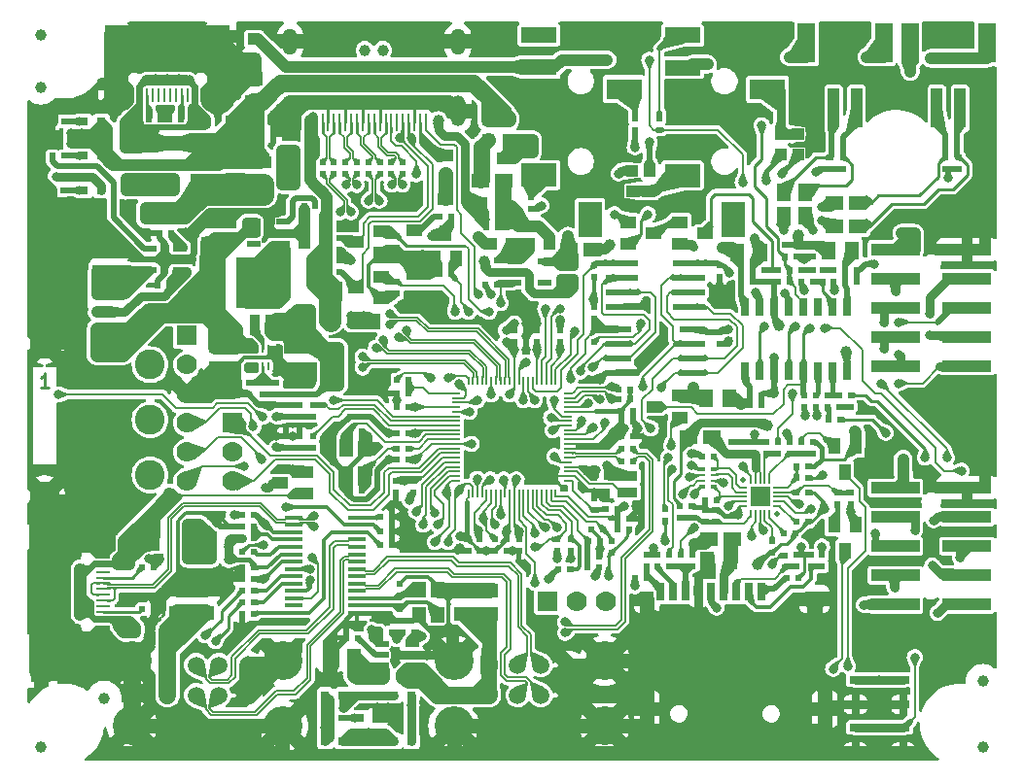
<source format=gbr>
%TF.GenerationSoftware,KiCad,Pcbnew,7.0.9-7.0.9~ubuntu22.04.1*%
%TF.CreationDate,2025-04-18T14:33:25+03:00*%
%TF.ProjectId,RP2350pc_Rev_A,52503233-3530-4706-935f-5265765f412e,A*%
%TF.SameCoordinates,PX68e7780PY7735940*%
%TF.FileFunction,Copper,L1,Top*%
%TF.FilePolarity,Positive*%
%FSLAX46Y46*%
G04 Gerber Fmt 4.6, Leading zero omitted, Abs format (unit mm)*
G04 Created by KiCad (PCBNEW 7.0.9-7.0.9~ubuntu22.04.1) date 2025-04-18 14:33:25*
%MOMM*%
%LPD*%
G01*
G04 APERTURE LIST*
%ADD10C,0.254000*%
%TA.AperFunction,NonConductor*%
%ADD11C,0.254000*%
%TD*%
%TA.AperFunction,SMDPad,CuDef*%
%ADD12R,0.500000X0.550000*%
%TD*%
%TA.AperFunction,SMDPad,CuDef*%
%ADD13R,0.550000X0.500000*%
%TD*%
%TA.AperFunction,FiducialPad,Global*%
%ADD14C,1.000000*%
%TD*%
%TA.AperFunction,SMDPad,CuDef*%
%ADD15R,1.050000X0.650000*%
%TD*%
%TA.AperFunction,ComponentPad*%
%ADD16R,1.778000X1.778000*%
%TD*%
%TA.AperFunction,ComponentPad*%
%ADD17C,1.778000*%
%TD*%
%TA.AperFunction,ComponentPad*%
%ADD18O,1.300000X2.300000*%
%TD*%
%TA.AperFunction,ComponentPad*%
%ADD19O,1.300000X2.700000*%
%TD*%
%TA.AperFunction,SMDPad,CuDef*%
%ADD20R,0.250000X1.600000*%
%TD*%
%TA.AperFunction,SMDPad,CuDef*%
%ADD21R,1.016000X1.016000*%
%TD*%
%TA.AperFunction,ComponentPad*%
%ADD22C,3.400000*%
%TD*%
%TA.AperFunction,ComponentPad*%
%ADD23C,1.500000*%
%TD*%
%TA.AperFunction,SMDPad,CuDef*%
%ADD24R,0.800000X0.800000*%
%TD*%
%TA.AperFunction,SMDPad,CuDef*%
%ADD25R,2.200000X0.600000*%
%TD*%
%TA.AperFunction,SMDPad,CuDef*%
%ADD26R,1.270000X1.524000*%
%TD*%
%TA.AperFunction,SMDPad,CuDef*%
%ADD27R,0.550000X0.450000*%
%TD*%
%TA.AperFunction,SMDPad,CuDef*%
%ADD28R,0.250000X0.700000*%
%TD*%
%TA.AperFunction,SMDPad,CuDef*%
%ADD29R,3.100000X1.400000*%
%TD*%
%TA.AperFunction,SMDPad,CuDef*%
%ADD30R,3.100000X2.000000*%
%TD*%
%TA.AperFunction,SMDPad,CuDef*%
%ADD31R,3.100000X1.800000*%
%TD*%
%TA.AperFunction,SMDPad,CuDef*%
%ADD32R,2.000000X3.100000*%
%TD*%
%TA.AperFunction,SMDPad,CuDef*%
%ADD33R,1.524000X1.270000*%
%TD*%
%TA.AperFunction,SMDPad,CuDef*%
%ADD34R,1.000000X1.400000*%
%TD*%
%TA.AperFunction,SMDPad,CuDef*%
%ADD35R,0.700000X1.100000*%
%TD*%
%TA.AperFunction,SMDPad,CuDef*%
%ADD36R,0.700000X1.600000*%
%TD*%
%TA.AperFunction,SMDPad,CuDef*%
%ADD37R,1.200000X1.400000*%
%TD*%
%TA.AperFunction,SMDPad,CuDef*%
%ADD38R,1.600000X1.400000*%
%TD*%
%TA.AperFunction,SMDPad,CuDef*%
%ADD39R,1.200000X2.200000*%
%TD*%
%TA.AperFunction,SMDPad,CuDef*%
%ADD40R,1.200000X0.550000*%
%TD*%
%TA.AperFunction,SMDPad,CuDef*%
%ADD41R,1.500000X3.500000*%
%TD*%
%TA.AperFunction,SMDPad,CuDef*%
%ADD42R,1.000000X3.500000*%
%TD*%
%TA.AperFunction,SMDPad,CuDef*%
%ADD43R,2.000000X1.700000*%
%TD*%
%TA.AperFunction,SMDPad,CuDef*%
%ADD44R,1.746000X1.192000*%
%TD*%
%TA.AperFunction,SMDPad,CuDef*%
%ADD45R,4.250000X1.000000*%
%TD*%
%TA.AperFunction,SMDPad,CuDef*%
%ADD46R,1.400000X1.000000*%
%TD*%
%TA.AperFunction,SMDPad,CuDef*%
%ADD47R,1.500000X0.320000*%
%TD*%
%TA.AperFunction,SMDPad,CuDef*%
%ADD48R,2.200000X1.100000*%
%TD*%
%TA.AperFunction,ComponentPad*%
%ADD49O,2.200000X1.200000*%
%TD*%
%TA.AperFunction,SMDPad,CuDef*%
%ADD50R,2.000000X1.100000*%
%TD*%
%TA.AperFunction,ComponentPad*%
%ADD51O,2.000000X1.300000*%
%TD*%
%TA.AperFunction,SMDPad,CuDef*%
%ADD52R,1.150000X0.300000*%
%TD*%
%TA.AperFunction,SMDPad,CuDef*%
%ADD53R,1.150000X0.250000*%
%TD*%
%TA.AperFunction,SMDPad,CuDef*%
%ADD54R,0.625000X0.325000*%
%TD*%
%TA.AperFunction,SMDPad,CuDef*%
%ADD55R,0.625000X0.250000*%
%TD*%
%TA.AperFunction,SMDPad,CuDef*%
%ADD56R,1.800000X0.900000*%
%TD*%
%TA.AperFunction,SMDPad,CuDef*%
%ADD57R,1.700000X2.000000*%
%TD*%
%TA.AperFunction,SMDPad,CuDef*%
%ADD58R,1.192000X1.746000*%
%TD*%
%TA.AperFunction,ComponentPad*%
%ADD59C,2.600000*%
%TD*%
%TA.AperFunction,SMDPad,CuDef*%
%ADD60R,1.100000X2.200000*%
%TD*%
%TA.AperFunction,ComponentPad*%
%ADD61O,1.200000X2.200000*%
%TD*%
%TA.AperFunction,SMDPad,CuDef*%
%ADD62R,1.100000X2.000000*%
%TD*%
%TA.AperFunction,ComponentPad*%
%ADD63O,1.300000X2.000000*%
%TD*%
%TA.AperFunction,SMDPad,CuDef*%
%ADD64R,0.300000X1.150000*%
%TD*%
%TA.AperFunction,SMDPad,CuDef*%
%ADD65R,0.250000X1.150000*%
%TD*%
%TA.AperFunction,SMDPad,CuDef*%
%ADD66R,0.635000X1.600000*%
%TD*%
%TA.AperFunction,SMDPad,CuDef*%
%ADD67R,0.200000X0.800000*%
%TD*%
%TA.AperFunction,SMDPad,CuDef*%
%ADD68R,0.800000X0.200000*%
%TD*%
%TA.AperFunction,HeatsinkPad*%
%ADD69R,1.400000X1.400000*%
%TD*%
%TA.AperFunction,HeatsinkPad*%
%ADD70R,1.700000X1.700000*%
%TD*%
%TA.AperFunction,FiducialPad,Local*%
%ADD71C,0.500000*%
%TD*%
%TA.AperFunction,SMDPad,CuDef*%
%ADD72R,0.900000X1.800000*%
%TD*%
%TA.AperFunction,SMDPad,CuDef*%
%ADD73R,1.750000X4.500000*%
%TD*%
%TA.AperFunction,SMDPad,CuDef*%
%ADD74R,3.500000X2.000000*%
%TD*%
%TA.AperFunction,SMDPad,CuDef*%
%ADD75R,3.000000X1.000000*%
%TD*%
%TA.AperFunction,SMDPad,CuDef*%
%ADD76R,0.200000X0.780000*%
%TD*%
%TA.AperFunction,SMDPad,CuDef*%
%ADD77R,0.780000X0.200000*%
%TD*%
%TA.AperFunction,HeatsinkPad*%
%ADD78C,1.000000*%
%TD*%
%TA.AperFunction,HeatsinkPad*%
%ADD79C,1.800000*%
%TD*%
%TA.AperFunction,HeatsinkPad*%
%ADD80R,3.600000X3.600000*%
%TD*%
%TA.AperFunction,ViaPad*%
%ADD81C,1.000000*%
%TD*%
%TA.AperFunction,ViaPad*%
%ADD82C,0.800000*%
%TD*%
%TA.AperFunction,Conductor*%
%ADD83C,0.200000*%
%TD*%
%TA.AperFunction,Conductor*%
%ADD84C,0.254000*%
%TD*%
%TA.AperFunction,Conductor*%
%ADD85C,0.127000*%
%TD*%
%TA.AperFunction,Conductor*%
%ADD86C,0.355600*%
%TD*%
%TA.AperFunction,Conductor*%
%ADD87C,0.406400*%
%TD*%
%TA.AperFunction,Conductor*%
%ADD88C,0.762000*%
%TD*%
%TA.AperFunction,Conductor*%
%ADD89C,1.016000*%
%TD*%
%TA.AperFunction,Conductor*%
%ADD90C,0.508000*%
%TD*%
%TA.AperFunction,Conductor*%
%ADD91C,0.304800*%
%TD*%
%TA.AperFunction,Conductor*%
%ADD92C,0.250000*%
%TD*%
%TA.AperFunction,Conductor*%
%ADD93C,1.270000*%
%TD*%
%TA.AperFunction,Conductor*%
%ADD94C,1.778000*%
%TD*%
%TA.AperFunction,Conductor*%
%ADD95C,2.032000*%
%TD*%
%TA.AperFunction,Conductor*%
%ADD96C,1.524000*%
%TD*%
%TA.AperFunction,Conductor*%
%ADD97C,2.286000*%
%TD*%
%TA.AperFunction,Conductor*%
%ADD98C,0.812800*%
%TD*%
%TA.AperFunction,Conductor*%
%ADD99C,0.165100*%
%TD*%
G04 APERTURE END LIST*
D10*
D11*
X2184724Y32768633D02*
X1459009Y32768633D01*
X1821866Y32768633D02*
X1821866Y34038633D01*
X1821866Y34038633D02*
X1700914Y33857205D01*
X1700914Y33857205D02*
X1579962Y33736252D01*
X1579962Y33736252D02*
X1459009Y33675776D01*
D12*
%TO.P,R84,1*%
%TO.N,+3.3V*%
X52814000Y32671000D03*
%TO.P,R84,2*%
%TO.N,/GPIO3\u005CI2C1_SCL*%
X51798000Y32671000D03*
%TD*%
%TO.P,R101,1*%
%TO.N,/GPIO2\u005CI2C1_SDA*%
X51798000Y31782000D03*
%TO.P,R101,2*%
%TO.N,+3.3V*%
X52814000Y31782000D03*
%TD*%
D13*
%TO.P,R53,1*%
%TO.N,/AUD-L*%
X24000000Y30292000D03*
%TO.P,R53,2*%
%TO.N,GND*%
X24000000Y31308000D03*
%TD*%
%TO.P,R48,1*%
%TO.N,/AUD-L*%
X25200000Y30292000D03*
%TO.P,R48,2*%
%TO.N,/GPIO26\u005CPWM5_A\u005CPWM_AUDIO-L*%
X25200000Y31308000D03*
%TD*%
D14*
%TO.P,FID5,Fid1,FID\u002A*%
%TO.N,unconnected-(FID5-FID\u002A-PadFid1)*%
X1500000Y63500000D03*
%TD*%
%TO.P,FID2,Fid1,FID\u002A*%
%TO.N,unconnected-(FID2-FID\u002A-PadFid1)*%
X1500000Y59000000D03*
%TD*%
D13*
%TO.P,C53,1*%
%TO.N,/AUD-L*%
X22800000Y30292000D03*
%TO.P,C53,2*%
%TO.N,GND*%
X22800000Y31308000D03*
%TD*%
%TO.P,R66,1*%
%TO.N,/HDMI_CK-*%
X33000000Y51392000D03*
%TO.P,R66,2*%
%TO.N,/CK-*%
X33000000Y52408000D03*
%TD*%
%TO.P,R63,1*%
%TO.N,/HDMI_D0+*%
X30000000Y51392000D03*
%TO.P,R63,2*%
%TO.N,/D0+*%
X30000000Y52408000D03*
%TD*%
%TO.P,R60,1*%
%TO.N,/HDMI_D2-*%
X27000000Y51392000D03*
%TO.P,R60,2*%
%TO.N,/D2-*%
X27000000Y52408000D03*
%TD*%
%TO.P,R59,1*%
%TO.N,/HDMI_D2+*%
X26000000Y51392000D03*
%TO.P,R59,2*%
%TO.N,/D2+*%
X26000000Y52408000D03*
%TD*%
D14*
%TO.P,FID3,Fid1,FID\u002A*%
%TO.N,unconnected-(FID3-FID\u002A-PadFid1)*%
X83500000Y7200000D03*
%TD*%
%TO.P,FID6,Fid1,FID\u002A*%
%TO.N,unconnected-(FID6-FID\u002A-PadFid1)*%
X83500000Y1500000D03*
%TD*%
D15*
%TO.P,BOOT1,1*%
%TO.N,/BOOTSEL#*%
X72425000Y3175000D03*
X76575000Y3175000D03*
%TO.P,BOOT1,2*%
%TO.N,GND*%
X72425000Y1025000D03*
X76575000Y1025000D03*
%TD*%
D16*
%TO.P,SWD1,1*%
%TO.N,/SWCLK*%
X18200000Y29740000D03*
D17*
%TO.P,SWD1,2*%
%TO.N,GND*%
X18200000Y27200000D03*
%TO.P,SWD1,3*%
%TO.N,/SWDIO*%
X18200000Y24660000D03*
%TD*%
D18*
%TO.P,DVI1,0,23*%
%TO.N,GND*%
X23200000Y62950000D03*
D19*
X23200000Y56900000D03*
D18*
X37800000Y62950000D03*
D19*
X37800000Y56900000D03*
D20*
%TO.P,DVI1,1,1*%
%TO.N,/D2+*%
X26000000Y55950000D03*
%TO.P,DVI1,2,2*%
%TO.N,GND*%
X26500000Y55950000D03*
%TO.P,DVI1,3,3*%
%TO.N,/D2-*%
X27000000Y55950000D03*
%TO.P,DVI1,4,4*%
%TO.N,/D1+*%
X27500000Y55950000D03*
%TO.P,DVI1,5,5*%
%TO.N,GND*%
X28000000Y55950000D03*
%TO.P,DVI1,6,6*%
%TO.N,/D1-*%
X28500000Y55950000D03*
%TO.P,DVI1,7,7*%
%TO.N,/D0+*%
X29000000Y55950000D03*
%TO.P,DVI1,8,8*%
%TO.N,GND*%
X29500000Y55950000D03*
%TO.P,DVI1,9,9*%
%TO.N,/D0-*%
X30000000Y55950000D03*
%TO.P,DVI1,10,10*%
%TO.N,/CK+*%
X30500000Y55950000D03*
%TO.P,DVI1,11,11*%
%TO.N,GND*%
X31000000Y55950000D03*
%TO.P,DVI1,12,12*%
%TO.N,/CK-*%
X31500000Y55950000D03*
%TO.P,DVI1,13,13*%
%TO.N,/HCEC*%
X32000000Y55950000D03*
%TO.P,DVI1,14,14*%
%TO.N,unconnected-(DVI1-Pad14)*%
X32500000Y55950000D03*
%TO.P,DVI1,15,15*%
%TO.N,/HSCL*%
X33000000Y55950000D03*
%TO.P,DVI1,16,16*%
%TO.N,/HSDA*%
X33500000Y55950000D03*
%TO.P,DVI1,17,17*%
%TO.N,GND*%
X34000000Y55950000D03*
%TO.P,DVI1,18,18*%
%TO.N,/HPWR_OUT*%
X34500000Y55950000D03*
%TO.P,DVI1,19,19*%
%TO.N,/HHPD*%
X35000000Y55950000D03*
%TD*%
D13*
%TO.P,R62,1*%
%TO.N,/HDMI_D1-*%
X29000000Y51392000D03*
%TO.P,R62,2*%
%TO.N,/D1-*%
X29000000Y52408000D03*
%TD*%
%TO.P,R61,1*%
%TO.N,/HDMI_D1+*%
X28000000Y51392000D03*
%TO.P,R61,2*%
%TO.N,/D1+*%
X28000000Y52408000D03*
%TD*%
%TO.P,R64,1*%
%TO.N,/HDMI_D0-*%
X31000000Y51392000D03*
%TO.P,R64,2*%
%TO.N,/D0-*%
X31000000Y52408000D03*
%TD*%
%TO.P,R65,1*%
%TO.N,/HDMI_CK+*%
X32000000Y51392000D03*
%TO.P,R65,2*%
%TO.N,/CK+*%
X32000000Y52408000D03*
%TD*%
D14*
%TO.P,FID1,Fid1,FID\u002A*%
%TO.N,unconnected-(FID1-FID\u002A-PadFid1)*%
X7000000Y5750000D03*
%TD*%
%TO.P,FID4,Fid1,FID\u002A*%
%TO.N,unconnected-(FID4-FID\u002A-PadFid1)*%
X1500000Y1500000D03*
%TD*%
D12*
%TO.P,R11,1*%
%TO.N,/USB_D+*%
X53008000Y27450000D03*
%TO.P,R11,2*%
%TO.N,/D+*%
X51992000Y27450000D03*
%TD*%
D21*
%TO.P,C45,1*%
%TO.N,+3.3V*%
X25000000Y36289000D03*
%TO.P,C45,2*%
%TO.N,GND*%
X25000000Y34511000D03*
%TD*%
D13*
%TO.P,C65,1*%
%TO.N,/AUD-R*%
X70467000Y42069000D03*
%TO.P,C65,2*%
%TO.N,Net-(C65-Pad2)*%
X70467000Y43085000D03*
%TD*%
%TO.P,R80,1*%
%TO.N,/AMP-VOL*%
X66276000Y44228000D03*
%TO.P,R80,2*%
%TO.N,+5VA*%
X66276000Y45244000D03*
%TD*%
%TO.P,C78,1*%
%TO.N,Net-(C78-Pad1)*%
X67673000Y43085000D03*
%TO.P,C78,2*%
%TO.N,Net-(U8-OUTN)*%
X67673000Y42069000D03*
%TD*%
D12*
%TO.P,R24,1*%
%TO.N,Net-(U7-FB)*%
X23392000Y48600000D03*
%TO.P,R24,2*%
%TO.N,GND*%
X24408000Y48600000D03*
%TD*%
%TO.P,R38,1*%
%TO.N,+3.3V*%
X40200000Y41800000D03*
%TO.P,R38,2*%
%TO.N,/GPIO22\u005CCODEC_PWR_DIS#*%
X41216000Y41800000D03*
%TD*%
D22*
%TO.P,USB_HOST1-2,0*%
%TO.N,GND*%
X9430000Y9000000D03*
X9430000Y3300000D03*
X22570000Y9000000D03*
X22570000Y3300000D03*
D23*
%TO.P,USB_HOST1-2,1.1*%
%TO.N,/+5V_USB_HOST*%
X12500000Y8620000D03*
%TO.P,USB_HOST1-2,1.2*%
%TO.N,/USB_D1-*%
X15000000Y8620000D03*
%TO.P,USB_HOST1-2,1.3*%
%TO.N,/USB_D1+*%
X17000000Y8620000D03*
%TO.P,USB_HOST1-2,1.4*%
%TO.N,GND*%
X19500000Y8620000D03*
%TO.P,USB_HOST1-2,2.1*%
%TO.N,/+5V_USB_HOST*%
X12500000Y6000000D03*
%TO.P,USB_HOST1-2,2.2*%
%TO.N,/USB_D2-*%
X15000000Y6000000D03*
%TO.P,USB_HOST1-2,2.3*%
%TO.N,/USB_D2+*%
X17000000Y6000000D03*
%TO.P,USB_HOST1-2,2.4*%
%TO.N,GND*%
X19500000Y6000000D03*
%TD*%
D24*
%TO.P,LED_HOST4,1,K*%
%TO.N,/HUB_DRV*%
X33762000Y2000000D03*
%TO.P,LED_HOST4,2,A*%
%TO.N,Net-(LED_HOST2-K)*%
X32238000Y2000000D03*
%TD*%
D25*
%TO.P,U1,1,#CS*%
%TO.N,/QSPI_CSn*%
X51765000Y37905000D03*
%TO.P,U1,2,DO(IO1)*%
%TO.N,/QSPI_SD1*%
X51765000Y36635000D03*
%TO.P,U1,3,#WP(IO2)*%
%TO.N,/QSPI_SD2*%
X51765000Y35365000D03*
%TO.P,U1,4,GND*%
%TO.N,GND*%
X51765000Y34095000D03*
%TO.P,U1,5,DI(IO0)*%
%TO.N,/QSPI_SD0*%
X58235000Y34095000D03*
%TO.P,U1,6,CLK*%
%TO.N,/QSPI_CLK*%
X58235000Y35365000D03*
%TO.P,U1,7,#HOLD(IO3)*%
%TO.N,/QSPI_SD3*%
X58235000Y36635000D03*
%TO.P,U1,8,VCC*%
%TO.N,+3.3V*%
X58235000Y37905000D03*
%TD*%
D26*
%TO.P,FB1,1,1*%
%TO.N,Net-(LSPK1-P2)*%
X66149000Y49816000D03*
%TO.P,FB1,2,2*%
%TO.N,Net-(U11-+OUTL)*%
X66149000Y47784000D03*
%TD*%
D13*
%TO.P,C8,1*%
%TO.N,+3.3V*%
X38700000Y19608000D03*
%TO.P,C8,2*%
%TO.N,GND*%
X38700000Y18592000D03*
%TD*%
D12*
%TO.P,R15,1*%
%TO.N,Net-(CHARGING1-K)*%
X3508000Y53000000D03*
%TO.P,R15,2*%
%TO.N,Net-(U2-CHRGb)*%
X2492000Y53000000D03*
%TD*%
D26*
%TO.P,R99,2*%
%TO.N,+5VA*%
X70086000Y44736000D03*
%TO.P,R99,1*%
%TO.N,/AMP_VDD*%
X72118000Y44736000D03*
%TD*%
%TO.P,C89,1*%
%TO.N,GNDA*%
X64117000Y44609000D03*
%TO.P,C89,2*%
%TO.N,+5VA*%
X62085000Y44609000D03*
%TD*%
D12*
%TO.P,C52,1*%
%TO.N,Net-(U8-SCLK{slash}DMIC_SCL)*%
X60053000Y26829000D03*
%TO.P,C52,2*%
%TO.N,GNDA*%
X59037000Y26829000D03*
%TD*%
D27*
%TO.P,C15,1*%
%TO.N,/+1V1*%
X50782000Y24933000D03*
%TO.P,C15,2*%
%TO.N,GND*%
X50782000Y23867000D03*
%TD*%
D13*
%TO.P,C4,1*%
%TO.N,+3.3V*%
X44700000Y36792000D03*
%TO.P,C4,2*%
%TO.N,GND*%
X44700000Y37808000D03*
%TD*%
D28*
%TO.P,U4,6,PG*%
%TO.N,unconnected-(U4-PG-Pad6)*%
X21300000Y34650000D03*
%TO.P,U4,5,FB*%
%TO.N,Net-(U4-FB)*%
X20800000Y34650000D03*
%TO.P,U4,4,EN*%
%TO.N,/DCDC_VIN*%
X20300000Y34650000D03*
%TO.P,U4,3,VIN*%
X20300000Y36150000D03*
%TO.P,U4,2,SW*%
%TO.N,/SW1*%
X20800000Y36150000D03*
%TO.P,U4,1,GND*%
%TO.N,GND*%
X21300000Y36150000D03*
%TD*%
D12*
%TO.P,C13,1*%
%TO.N,+3.3V*%
X52052000Y29877000D03*
%TO.P,C13,2*%
%TO.N,GND*%
X53068000Y29877000D03*
%TD*%
D13*
%TO.P,C61,1*%
%TO.N,Net-(U8-DVDD)*%
X62593000Y27083000D03*
%TO.P,C61,2*%
%TO.N,GNDA*%
X62593000Y28099000D03*
%TD*%
D29*
%TO.P,Line-In1,1*%
%TO.N,unconnected-(Line-In1-Pad1)*%
X44850000Y63525000D03*
D30*
%TO.P,Line-In1,2*%
%TO.N,Net-(C69-Pad1)*%
X44850000Y51325000D03*
D31*
%TO.P,Line-In1,3*%
%TO.N,Net-(C68-Pad1)*%
X52250000Y58825000D03*
D32*
%TO.P,Line-In1,4*%
%TO.N,unconnected-(Line-In1-Pad4)*%
X49300000Y47475000D03*
D29*
%TO.P,Line-In1,5*%
%TO.N,GNDA*%
X44850000Y60725000D03*
%TD*%
D13*
%TO.P,R103,1*%
%TO.N,/GPIO36\u005CI2C0_SDA*%
X39700000Y19608000D03*
%TO.P,R103,2*%
%TO.N,+3.3V*%
X39700000Y18592000D03*
%TD*%
D12*
%TO.P,C27,1*%
%TO.N,/VD33_O*%
X30992000Y20300000D03*
%TO.P,C27,2*%
%TO.N,GND*%
X32008000Y20300000D03*
%TD*%
D13*
%TO.P,R49,1*%
%TO.N,/AUD-R*%
X25200000Y27592000D03*
%TO.P,R49,2*%
%TO.N,/GPIO27\u005CPWM5_B\u005CPWM_AUDIO-R*%
X25200000Y28608000D03*
%TD*%
D12*
%TO.P,C60,1*%
%TO.N,Net-(U8-ADCVREF)*%
X66149000Y20098000D03*
%TO.P,C60,2*%
%TO.N,GNDA*%
X67165000Y20098000D03*
%TD*%
D29*
%TO.P,HEADSETS1,1*%
%TO.N,/HP_DET*%
X57350000Y63500000D03*
D30*
%TO.P,HEADSETS1,2*%
%TO.N,/HP-L*%
X57350000Y51300000D03*
D31*
%TO.P,HEADSETS1,3*%
%TO.N,/HP-R*%
X64750000Y58800000D03*
D32*
%TO.P,HEADSETS1,4*%
%TO.N,unconnected-(HEADSETS1-Pad4)*%
X61800000Y47450000D03*
D29*
%TO.P,HEADSETS1,5*%
%TO.N,GNDA*%
X57350000Y60700000D03*
%TD*%
D21*
%TO.P,R2,1*%
%TO.N,+5V_USB*%
X42200000Y56189000D03*
%TO.P,R2,2*%
%TO.N,+5V*%
X42200000Y54411000D03*
%TD*%
D13*
%TO.P,R35,1*%
%TO.N,/GPIO46\u005CPWR_SENS*%
X47600000Y19616000D03*
%TO.P,R35,2*%
%TO.N,GND*%
X47600000Y18600000D03*
%TD*%
D12*
%TO.P,C85,1*%
%TO.N,+5VA*%
X63228000Y31250000D03*
%TO.P,C85,2*%
%TO.N,GNDA*%
X64244000Y31250000D03*
%TD*%
D13*
%TO.P,C70,1*%
%TO.N,GND*%
X60561000Y42492000D03*
%TO.P,C70,2*%
%TO.N,+3.3V*%
X60561000Y43508000D03*
%TD*%
%TO.P,R46,2*%
%TO.N,Net-(FET3-S)*%
X67673000Y28099000D03*
%TO.P,R46,1*%
%TO.N,Net-(U8-CCLK{slash}SCL)*%
X67673000Y27083000D03*
%TD*%
%TO.P,R95,1*%
%TO.N,+3.3V*%
X54200000Y18208000D03*
%TO.P,R95,2*%
%TO.N,Net-(MICRO_SD1-Pad9)*%
X54200000Y17192000D03*
%TD*%
D33*
%TO.P,C40,1*%
%TO.N,GND*%
X15800000Y15216000D03*
%TO.P,C40,2*%
%TO.N,/+5V_USB_HOST*%
X15800000Y13184000D03*
%TD*%
D34*
%TO.P,FET2,1,G*%
%TO.N,+3.3VA*%
X72432960Y20824440D03*
%TO.P,FET2,2,S*%
%TO.N,Net-(FET2-S)*%
X70530500Y20824440D03*
%TO.P,FET2,3,D*%
%TO.N,/GPIO32\u005CI2C0_SDA*%
X71485540Y18614640D03*
%TD*%
D33*
%TO.P,C44,1*%
%TO.N,GND*%
X13400000Y15216000D03*
%TO.P,C44,2*%
%TO.N,/+5V_USB_HOST*%
X13400000Y13184000D03*
%TD*%
D13*
%TO.P,R97,1*%
%TO.N,/GPIO24\u005CSPI1_RX\u005CSD_DAT0*%
X56200000Y18208000D03*
%TO.P,R97,2*%
%TO.N,Net-(MICRO_SD1-DAT0{slash}DO)*%
X56200000Y17192000D03*
%TD*%
D12*
%TO.P,C22,2*%
%TO.N,GND*%
X29408000Y29000000D03*
%TO.P,C22,1*%
%TO.N,Net-(U3-XIN)*%
X28392000Y29000000D03*
%TD*%
D35*
%TO.P,MICRO_SD1,1,DAT2/RES*%
%TO.N,Net-(MICRO_SD1-DAT2{slash}RES)*%
X64250000Y15250000D03*
D36*
X64250000Y15000000D03*
D35*
%TO.P,MICRO_SD1,2,CD/DAT3/CS*%
%TO.N,Net-(MICRO_SD1-CD{slash}DAT3{slash}CS)*%
X63150000Y15250000D03*
D36*
X63150000Y15000000D03*
D35*
%TO.P,MICRO_SD1,3,CMD/DI*%
%TO.N,Net-(MICRO_SD1-CMD{slash}DI)*%
X62050000Y15250000D03*
D36*
X62050000Y15000000D03*
D35*
%TO.P,MICRO_SD1,4,VDD*%
%TO.N,/SD_VDD*%
X60950000Y15250000D03*
D36*
X60950000Y15000000D03*
D35*
%TO.P,MICRO_SD1,5,CLK/SCLK*%
%TO.N,Net-(MICRO_SD1-CLK{slash}SCLK)*%
X59850000Y15250000D03*
D36*
X59850000Y15000000D03*
D35*
%TO.P,MICRO_SD1,6,VSS*%
%TO.N,GND*%
X58750000Y15250000D03*
D36*
X58750000Y15000000D03*
D35*
%TO.P,MICRO_SD1,7,DAT0/DO*%
%TO.N,Net-(MICRO_SD1-DAT0{slash}DO)*%
X57650000Y15250000D03*
D36*
X57650000Y15000000D03*
D35*
%TO.P,MICRO_SD1,8,DAT1/RES*%
%TO.N,Net-(MICRO_SD1-DAT1{slash}RES)*%
X56550000Y15250000D03*
D36*
X56550000Y15000000D03*
D35*
%TO.P,MICRO_SD1,9*%
%TO.N,Net-(MICRO_SD1-Pad9)*%
X55450000Y15250000D03*
D36*
X55450000Y15000000D03*
D37*
%TO.P,MICRO_SD1,10*%
%TO.N,GND*%
X54250000Y14370000D03*
D38*
%TO.P,MICRO_SD1,11*%
X68850000Y14370000D03*
D39*
%TO.P,MICRO_SD1,12*%
X54250000Y4770000D03*
%TO.P,MICRO_SD1,13*%
X69750000Y4770000D03*
%TD*%
D12*
%TO.P,C51,1*%
%TO.N,Net-(U8-LRCK)*%
X60307000Y23019000D03*
%TO.P,C51,2*%
%TO.N,GNDA*%
X59291000Y23019000D03*
%TD*%
D13*
%TO.P,C71,1*%
%TO.N,Net-(U8-AVDD)*%
X58148000Y21495000D03*
%TO.P,C71,2*%
%TO.N,GNDA*%
X58148000Y22511000D03*
%TD*%
%TO.P,R52,1*%
%TO.N,/HSDA*%
X27500000Y42892000D03*
%TO.P,R52,2*%
%TO.N,/HPWR_I2C*%
X27500000Y43908000D03*
%TD*%
D12*
%TO.P,C5,1*%
%TO.N,+3.3V*%
X42692000Y37800000D03*
%TO.P,C5,2*%
%TO.N,GND*%
X43708000Y37800000D03*
%TD*%
D13*
%TO.P,R79,1*%
%TO.N,/HP_DET*%
X55354000Y56293000D03*
%TO.P,R79,2*%
%TO.N,/AMP-SHDN#*%
X55354000Y55277000D03*
%TD*%
D26*
%TO.P,C32,1*%
%TO.N,+5V*%
X28716000Y9300000D03*
%TO.P,C32,2*%
%TO.N,GND*%
X26684000Y9300000D03*
%TD*%
D12*
%TO.P,C88,1*%
%TO.N,+5VA*%
X62466000Y43085000D03*
%TO.P,C88,2*%
%TO.N,GNDA*%
X63482000Y43085000D03*
%TD*%
D21*
%TO.P,C35,1*%
%TO.N,/DCDC_VIN*%
X18400000Y36389000D03*
%TO.P,C35,2*%
%TO.N,GND*%
X18400000Y34611000D03*
%TD*%
D12*
%TO.P,R70,1*%
%TO.N,GND*%
X12692000Y56200000D03*
%TO.P,R70,2*%
%TO.N,/PWR_CC1*%
X13708000Y56200000D03*
%TD*%
%TO.P,R76,1*%
%TO.N,+3.3V*%
X36192000Y42700000D03*
%TO.P,R76,2*%
%TO.N,/GPIO20\u005CHDMI_CEC*%
X37208000Y42700000D03*
%TD*%
D27*
%TO.P,C14,1*%
%TO.N,+3.3V*%
X49639000Y24933000D03*
%TO.P,C14,2*%
%TO.N,GND*%
X49639000Y23867000D03*
%TD*%
D24*
%TO.P,LED_HOST3,1,K*%
%TO.N,/HUB_DRV*%
X33762000Y6000000D03*
%TO.P,LED_HOST3,2,A*%
%TO.N,Net-(LED_HOST1-K)*%
X32238000Y6000000D03*
%TD*%
D40*
%TO.P,U2,1,CHRGb*%
%TO.N,Net-(U2-CHRGb)*%
X11000000Y44950000D03*
%TO.P,U2,2,GND*%
%TO.N,GND*%
X11000000Y44000000D03*
%TO.P,U2,3,VBAT*%
%TO.N,VBAT*%
X11000000Y43050000D03*
%TO.P,U2,4,VCC*%
%TO.N,+5V_USB*%
X13600000Y43050000D03*
%TO.P,U2,5,PROG*%
%TO.N,Net-(U2-PROG)*%
X13600000Y44950000D03*
%TD*%
D26*
%TO.P,C80,2*%
%TO.N,GND*%
X59484000Y17700000D03*
%TO.P,C80,1*%
%TO.N,/SD_VDD*%
X61516000Y17700000D03*
%TD*%
D22*
%TO.P,USB_HOST3-4,0*%
%TO.N,GND*%
X37430000Y9000000D03*
X37430000Y3300000D03*
X50570000Y9000000D03*
X50570000Y3300000D03*
D23*
%TO.P,USB_HOST3-4,1.1*%
%TO.N,/+5V_USB_HOST*%
X40500000Y8620000D03*
%TO.P,USB_HOST3-4,1.2*%
%TO.N,/USB_D3-*%
X43000000Y8620000D03*
%TO.P,USB_HOST3-4,1.3*%
%TO.N,/USB_D3+*%
X45000000Y8620000D03*
%TO.P,USB_HOST3-4,1.4*%
%TO.N,GND*%
X47500000Y8620000D03*
%TO.P,USB_HOST3-4,2.1*%
%TO.N,/+5V_USB_HOST*%
X40500000Y6000000D03*
%TO.P,USB_HOST3-4,2.2*%
%TO.N,/USB_D4-*%
X43000000Y6000000D03*
%TO.P,USB_HOST3-4,2.3*%
%TO.N,/USB_D4+*%
X45000000Y6000000D03*
%TO.P,USB_HOST3-4,2.4*%
%TO.N,GND*%
X47500000Y6000000D03*
%TD*%
D13*
%TO.P,C77,1*%
%TO.N,Net-(U11-VREF)*%
X68943000Y32163000D03*
%TO.P,C77,2*%
%TO.N,GNDA*%
X68943000Y31147000D03*
%TD*%
D41*
%TO.P,LSPK1,0,P0*%
%TO.N,GNDA*%
X74850000Y62850000D03*
X68150000Y62850000D03*
D42*
%TO.P,LSPK1,1,P1*%
%TO.N,Net-(LSPK1-P1)*%
X72500000Y57150000D03*
%TO.P,LSPK1,2,P2*%
%TO.N,Net-(LSPK1-P2)*%
X70500000Y57150000D03*
%TD*%
D26*
%TO.P,C86,1*%
%TO.N,GNDA*%
X59384000Y31900000D03*
%TO.P,C86,2*%
%TO.N,+5VA*%
X61416000Y31900000D03*
%TD*%
D12*
%TO.P,C29,1*%
%TO.N,/VD18_O*%
X20008000Y13100000D03*
%TO.P,C29,2*%
%TO.N,GND*%
X18992000Y13100000D03*
%TD*%
D33*
%TO.P,C46,1*%
%TO.N,GND*%
X40500000Y15116000D03*
%TO.P,C46,2*%
%TO.N,/+5V_USB_HOST*%
X40500000Y13084000D03*
%TD*%
D12*
%TO.P,R27,1*%
%TO.N,/PWREN#*%
X30992000Y11500000D03*
%TO.P,R27,2*%
%TO.N,/VD33_O*%
X32008000Y11500000D03*
%TD*%
D33*
%TO.P,L6,1,1*%
%TO.N,+3.3V*%
X49516000Y44800000D03*
%TO.P,L6,2,2*%
%TO.N,+3.3VA*%
X47484000Y44800000D03*
%TD*%
D24*
%TO.P,CHARGING1,1,K*%
%TO.N,Net-(CHARGING1-K)*%
X5238000Y53000000D03*
%TO.P,CHARGING1,2,A*%
%TO.N,+5V_USB*%
X6762000Y53000000D03*
%TD*%
D13*
%TO.P,R92,1*%
%TO.N,/GPIO9\u005CSPI1_CSn\u005CSD_DAT0*%
X69500000Y18208000D03*
%TO.P,R92,2*%
%TO.N,Net-(MICRO_SD1-CD{slash}DAT3{slash}CS)*%
X69500000Y17192000D03*
%TD*%
D12*
%TO.P,C24,1*%
%TO.N,GNDA*%
X40292000Y46800000D03*
%TO.P,C24,2*%
%TO.N,+5VA*%
X41308000Y46800000D03*
%TD*%
D43*
%TO.P,D7,1,K*%
%TO.N,+5V_USB*%
X15500000Y54100000D03*
D44*
X15373000Y54100000D03*
%TO.P,D7,2,A*%
X10627000Y54100000D03*
D43*
X10500000Y54100000D03*
%TD*%
D12*
%TO.P,C10,1*%
%TO.N,+3.3V*%
X51671000Y21368000D03*
%TO.P,C10,2*%
%TO.N,GND*%
X52687000Y21368000D03*
%TD*%
D21*
%TO.P,C38,1*%
%TO.N,/DCDC_VIN*%
X18000000Y45411000D03*
%TO.P,C38,2*%
%TO.N,GND*%
X18000000Y47189000D03*
%TD*%
D12*
%TO.P,R58,1*%
%TO.N,GND*%
X11908000Y56200000D03*
%TO.P,R58,2*%
%TO.N,/PWR_CC2*%
X10892000Y56200000D03*
%TD*%
D26*
%TO.P,C23,1*%
%TO.N,+5VA*%
X41816000Y48600000D03*
%TO.P,C23,2*%
%TO.N,GNDA*%
X39784000Y48600000D03*
%TD*%
D13*
%TO.P,C68,1*%
%TO.N,Net-(C68-Pad1)*%
X53195000Y56293000D03*
%TO.P,C68,2*%
%TO.N,Net-(U8-MIC1N)*%
X53195000Y55277000D03*
%TD*%
D12*
%TO.P,R20,1*%
%TO.N,/VD33_O*%
X18992000Y21700000D03*
%TO.P,R20,2*%
%TO.N,/HUB_RST#*%
X20008000Y21700000D03*
%TD*%
D45*
%TO.P,UEXT1,1,1*%
%TO.N,+3.3V*%
X75875000Y44830000D03*
%TO.P,UEXT1,2,2*%
%TO.N,GND*%
X82125000Y44830000D03*
%TO.P,UEXT1,3,3*%
%TO.N,/GPIO0\u005CUART0_TX*%
X75875000Y42290000D03*
%TO.P,UEXT1,4,4*%
%TO.N,/GPIO1\u005CUART0_RX*%
X82125000Y42290000D03*
%TO.P,UEXT1,5,5*%
%TO.N,/GPIO3\u005CI2C1_SCL*%
X75875000Y39750000D03*
%TO.P,UEXT1,6,6*%
%TO.N,/GPIO2\u005CI2C1_SDA*%
X82125000Y39750000D03*
%TO.P,UEXT1,7,7*%
%TO.N,/GPIO4\u005CSPI0_RX(MISO)*%
X75875000Y37210000D03*
%TO.P,UEXT1,8,8*%
%TO.N,/GPIO7\u005CSPI0_TX(MOSI)*%
X82125000Y37210000D03*
%TO.P,UEXT1,9,9*%
%TO.N,/GPIO6\u005CSPI0_SCK(SCK)*%
X75875000Y34670000D03*
%TO.P,UEXT1,10,10*%
%TO.N,/GPIO5\u005CSPI0_CSn(CS#)*%
X82125000Y34670000D03*
%TD*%
D21*
%TO.P,C75,1*%
%TO.N,/HP-R*%
X65895000Y54896000D03*
%TO.P,C75,2*%
%TO.N,Net-(U8-OUTN)*%
X65895000Y53118000D03*
%TD*%
D12*
%TO.P,R33,1*%
%TO.N,/HUB_DRV*%
X26592000Y4000000D03*
%TO.P,R33,2*%
%TO.N,Net-(Act/Sus1-A)*%
X27608000Y4000000D03*
%TD*%
D16*
%TO.P,POT1,1*%
%TO.N,+5VA*%
X45600000Y14200000D03*
D17*
%TO.P,POT1,2*%
%TO.N,/AMP-VOL*%
X48140000Y14200000D03*
%TO.P,POT1,3*%
%TO.N,GNDA*%
X50680000Y14200000D03*
%TD*%
D13*
%TO.P,C48,1*%
%TO.N,Net-(VR1-VIN)*%
X41200000Y43908000D03*
%TO.P,C48,2*%
%TO.N,GNDA*%
X41200000Y42892000D03*
%TD*%
D12*
%TO.P,R56,1*%
%TO.N,Net-(U8-CE{slash}AD0)*%
X67292000Y24924000D03*
%TO.P,R56,2*%
%TO.N,GNDA*%
X68308000Y24924000D03*
%TD*%
%TO.P,R72,1*%
%TO.N,/GPIO21\u005CHDMI_HPD*%
X33508000Y32300000D03*
%TO.P,R72,2*%
%TO.N,GND*%
X32492000Y32300000D03*
%TD*%
D13*
%TO.P,C93,1*%
%TO.N,GNDA*%
X81389000Y51848000D03*
%TO.P,C93,2*%
%TO.N,Net-(RSPK1-P1)*%
X81389000Y52864000D03*
%TD*%
D25*
%TO.P,U10,1,#CS*%
%TO.N,/GPIO8\u005CQMI_CS1n*%
X52400000Y43655000D03*
%TO.P,U10,2,DO(IO1)*%
%TO.N,/QSPI_SD1*%
X52400000Y42385000D03*
%TO.P,U10,3,#WP(IO2)*%
%TO.N,/QSPI_SD2*%
X52400000Y41115000D03*
%TO.P,U10,4,GND*%
%TO.N,GND*%
X52400000Y39845000D03*
%TO.P,U10,5,DI(IO0)*%
%TO.N,/QSPI_SD0*%
X57600000Y39845000D03*
%TO.P,U10,6,CLK*%
%TO.N,/QSPI_CLK*%
X57600000Y41115000D03*
%TO.P,U10,7,#HOLD(IO3)*%
%TO.N,/QSPI_SD3*%
X57600000Y42385000D03*
%TO.P,U10,8,VCC*%
%TO.N,+3.3V*%
X57600000Y43655000D03*
%TD*%
%TO.P,U9,1,#CS*%
%TO.N,/GPIO8\u005CQMI_CS1n*%
X51765000Y43655000D03*
%TO.P,U9,2,DO(IO1)*%
%TO.N,/QSPI_SD1*%
X51765000Y42385000D03*
%TO.P,U9,3,#WP(IO2)*%
%TO.N,/QSPI_SD2*%
X51765000Y41115000D03*
%TO.P,U9,4,GND*%
%TO.N,GND*%
X51765000Y39845000D03*
%TO.P,U9,5,DI(IO0)*%
%TO.N,/QSPI_SD0*%
X58235000Y39845000D03*
%TO.P,U9,6,CLK*%
%TO.N,/QSPI_CLK*%
X58235000Y41115000D03*
%TO.P,U9,7,#HOLD(IO3)*%
%TO.N,/QSPI_SD3*%
X58235000Y42385000D03*
%TO.P,U9,8,VCC*%
%TO.N,+3.3V*%
X58235000Y43655000D03*
%TD*%
D12*
%TO.P,R37,1*%
%TO.N,/GPIO47\u005CBAT_SENS*%
X49092000Y18066000D03*
%TO.P,R37,2*%
%TO.N,GND*%
X50108000Y18066000D03*
%TD*%
D16*
%TO.P,GND1,1,Pad*%
%TO.N,GND*%
X1500000Y8000000D03*
%TD*%
D12*
%TO.P,C2,1*%
%TO.N,+5V_USB*%
X12700000Y41700000D03*
%TO.P,C2,2*%
%TO.N,GND*%
X11684000Y41700000D03*
%TD*%
%TO.P,R55,1*%
%TO.N,Net-(U8-CE{slash}AD0)*%
X67292000Y25940000D03*
%TO.P,R55,2*%
%TO.N,+3.3VA*%
X68308000Y25940000D03*
%TD*%
%TO.P,C7,1*%
%TO.N,+3.3V*%
X33508000Y28800000D03*
%TO.P,C7,2*%
%TO.N,GND*%
X32492000Y28800000D03*
%TD*%
D16*
%TO.P,EXT1,1*%
%TO.N,+5V*%
X14200000Y37350000D03*
D17*
%TO.P,EXT1,2*%
%TO.N,+3.3V*%
X14200000Y34810000D03*
%TO.P,EXT1,3*%
%TO.N,GND*%
X14200000Y32270000D03*
%TO.P,EXT1,4*%
%TO.N,/ADC_VREF*%
X14200000Y29730000D03*
%TO.P,EXT1,5*%
%TO.N,/GPIO40\u005CADC0*%
X14200000Y27190000D03*
%TO.P,EXT1,6*%
%TO.N,/GPIO41\u005CADC1\u005CSD_CD#*%
X14200000Y24650000D03*
%TD*%
D12*
%TO.P,R29,1*%
%TO.N,Net-(U6-VBUSM)*%
X20008000Y19700000D03*
%TO.P,R29,2*%
%TO.N,+5V*%
X18992000Y19700000D03*
%TD*%
%TO.P,R17,1*%
%TO.N,GND*%
X11308000Y17100000D03*
%TO.P,R17,2*%
%TO.N,/USB_CC1*%
X10292000Y17100000D03*
%TD*%
D13*
%TO.P,R40,1*%
%TO.N,+3.3V*%
X32500000Y44994540D03*
%TO.P,R40,2*%
%TO.N,/GPIO33\u005CI2C0_SCL*%
X32500000Y46010540D03*
%TD*%
%TO.P,C94,1*%
%TO.N,GNDA*%
X68689000Y44228000D03*
%TO.P,C94,2*%
%TO.N,+5VA*%
X68689000Y45244000D03*
%TD*%
D12*
%TO.P,C11,1*%
%TO.N,+3.3V*%
X52052000Y30766000D03*
%TO.P,C11,2*%
%TO.N,GND*%
X53068000Y30766000D03*
%TD*%
%TO.P,C58,1*%
%TO.N,Net-(U8-VMID)*%
X67292000Y21114000D03*
%TO.P,C58,2*%
%TO.N,GNDA*%
X68308000Y21114000D03*
%TD*%
D46*
%TO.P,T2,1,B*%
%TO.N,Net-(T2-B)*%
X57142560Y47199960D03*
%TO.P,T2,2,E*%
%TO.N,+5VA*%
X57142560Y45297500D03*
%TO.P,T2,3,C*%
%TO.N,Net-(T2-C)*%
X59352360Y46252540D03*
%TD*%
D13*
%TO.P,C92,1*%
%TO.N,GNDA*%
X67292000Y44228000D03*
%TO.P,C92,2*%
%TO.N,+5VA*%
X67292000Y45244000D03*
%TD*%
%TO.P,R47,1*%
%TO.N,Net-(U8-CDATA{slash}SDA)*%
X70848000Y23654000D03*
%TO.P,R47,2*%
%TO.N,Net-(FET2-S)*%
X70848000Y22638000D03*
%TD*%
D21*
%TO.P,R5,1*%
%TO.N,+5V_USB*%
X40400000Y56189000D03*
%TO.P,R5,2*%
%TO.N,Net-(L1-Pad1)*%
X40400000Y54411000D03*
%TD*%
D46*
%TO.P,FET5,1,G*%
%TO.N,+3.3V*%
X31107440Y40550039D03*
%TO.P,FET5,2,S*%
%TO.N,/GPIO32\u005CI2C0_SDA*%
X31107440Y42452499D03*
%TO.P,FET5,3,D*%
%TO.N,/HSDA*%
X28897640Y41497459D03*
%TD*%
D12*
%TO.P,R90,1*%
%TO.N,+3.3V*%
X67408000Y16200000D03*
%TO.P,R90,2*%
%TO.N,Net-(MICRO_SD1-DAT2{slash}RES)*%
X66392000Y16200000D03*
%TD*%
D21*
%TO.P,C66,1*%
%TO.N,/AUD-R*%
X67419000Y53118000D03*
%TO.P,C66,2*%
%TO.N,/HP-R*%
X67419000Y54896000D03*
%TD*%
D13*
%TO.P,R83,1*%
%TO.N,+5VA*%
X67927000Y31147000D03*
%TO.P,R83,2*%
%TO.N,/AMP-SHDN#*%
X67927000Y32163000D03*
%TD*%
%TO.P,R68,1*%
%TO.N,Net-(C63-Pad2)*%
X69959000Y31147000D03*
%TO.P,R68,2*%
%TO.N,/AMP-L*%
X69959000Y32163000D03*
%TD*%
D12*
%TO.P,C12,1*%
%TO.N,+3.3V*%
X52052000Y28607000D03*
%TO.P,C12,2*%
%TO.N,GND*%
X53068000Y28607000D03*
%TD*%
D47*
%TO.P,U6,1,GND*%
%TO.N,GND*%
X29031500Y13160000D03*
%TO.P,U6,2,XO*%
%TO.N,Net-(U6-XO)*%
X29031500Y13800000D03*
%TO.P,U6,3,XI*%
%TO.N,Net-(U6-XI)*%
X29031500Y14440000D03*
%TO.P,U6,4,DM4*%
%TO.N,/USB_D4-*%
X29031500Y15080000D03*
%TO.P,U6,5,DP4*%
%TO.N,/USB_D4+*%
X29031500Y15720000D03*
%TO.P,U6,6,DM3*%
%TO.N,/USB_D3-*%
X29031500Y16360000D03*
%TO.P,U6,7,DP3*%
%TO.N,/USB_D3+*%
X29031500Y17000000D03*
%TO.P,U6,8,DM2*%
%TO.N,/USB_D2-*%
X29031500Y17640000D03*
%TO.P,U6,9,DP2*%
%TO.N,/USB_D2+*%
X29031500Y18280000D03*
%TO.P,U6,10,DM1*%
%TO.N,/USB_D1-*%
X29031500Y18920000D03*
%TO.P,U6,11,DP1*%
%TO.N,/USB_D1+*%
X29031500Y19560000D03*
%TO.P,U6,12,VD18_O*%
%TO.N,/VD18_O*%
X29031500Y20200000D03*
%TO.P,U6,13,VD33*%
%TO.N,/VD33_O*%
X29031500Y20840000D03*
%TO.P,U6,14,REXT*%
%TO.N,Net-(U6-REXT)*%
X29031500Y21480000D03*
%TO.P,U6,15,DMU*%
%TO.N,/USB_D-*%
X23531500Y21480000D03*
%TO.P,U6,16,DPU*%
%TO.N,/USB_D+*%
X23531500Y20840000D03*
%TO.P,U6,17,XRSTJ*%
%TO.N,/HUB_RST#*%
X23531500Y20200000D03*
%TO.P,U6,18,VBUSM*%
%TO.N,Net-(U6-VBUSM)*%
X23531500Y19560000D03*
%TO.P,U6,19,BUSJ*%
%TO.N,Net-(U6-BUSJ)*%
X23531500Y18920000D03*
%TO.P,U6,20,V5*%
%TO.N,+5V*%
X23531500Y18280000D03*
%TO.P,U6,21,VD33_O*%
%TO.N,/VD33_O*%
X23531500Y17640000D03*
%TO.P,U6,22,DRV*%
%TO.N,/HUB_DRV*%
X23531500Y17000000D03*
%TO.P,U6,23,LED1/SCL*%
%TO.N,/HUB_LED1*%
X23531500Y16360000D03*
%TO.P,U6,24,LED2*%
%TO.N,/HUB_LED2*%
X23531500Y15720000D03*
%TO.P,U6,25,PWRJ*%
%TO.N,/PWREN#*%
X23531500Y15080000D03*
%TO.P,U6,26,OVCJ*%
%TO.N,/OVCUR#*%
X23531500Y14440000D03*
%TO.P,U6,27,TESTJ/SDA*%
%TO.N,unconnected-(U6-TESTJ{slash}SDA-Pad27)*%
X23531500Y13800000D03*
%TO.P,U6,28,VD18*%
%TO.N,/VD18_O*%
X23531500Y13160000D03*
%TD*%
D43*
%TO.P,D4,1,K*%
%TO.N,+5V*%
X26750000Y41200000D03*
D44*
X26623000Y41200000D03*
%TO.P,D4,2,A*%
%TO.N,/LX2*%
X21877000Y41200000D03*
D43*
X21750000Y41200000D03*
%TD*%
D21*
%TO.P,C64,1*%
%TO.N,/AUD-L*%
X52941000Y51721000D03*
%TO.P,C64,2*%
%TO.N,/HP-L*%
X52941000Y49943000D03*
%TD*%
D13*
%TO.P,R85,1*%
%TO.N,+3.3V*%
X41000000Y18592000D03*
%TO.P,R85,2*%
%TO.N,/GPIO37\u005CI2C0_SCL*%
X41000000Y19608000D03*
%TD*%
D24*
%TO.P,Act/Sus1,1,K*%
%TO.N,GND*%
X30762000Y4000000D03*
%TO.P,Act/Sus1,2,A*%
%TO.N,Net-(Act/Sus1-A)*%
X29238000Y4000000D03*
%TD*%
D13*
%TO.P,R81,1*%
%TO.N,/AMP-L*%
X70975000Y32163000D03*
%TO.P,R81,2*%
%TO.N,Net-(C76-Pad1)*%
X70975000Y31147000D03*
%TD*%
%TO.P,C56,1*%
%TO.N,+3.3VA*%
X46700000Y43408000D03*
%TO.P,C56,2*%
%TO.N,GNDA*%
X46700000Y42392000D03*
%TD*%
D46*
%TO.P,T1,1,B*%
%TO.N,VBUS*%
X24507440Y23550040D03*
%TO.P,T1,2,E*%
%TO.N,GND*%
X24507440Y25452500D03*
%TO.P,T1,3,C*%
%TO.N,/HUB_RST#*%
X22297640Y24497460D03*
%TD*%
D40*
%TO.P,U7,1,LX*%
%TO.N,/LX2*%
X22600100Y45350000D03*
%TO.P,U7,2,GND*%
%TO.N,GND*%
X22600100Y46300000D03*
%TO.P,U7,3,FB*%
%TO.N,Net-(U7-FB)*%
X22600100Y47250000D03*
%TO.P,U7,4,EN*%
%TO.N,/DCDC_VIN*%
X19999900Y47250000D03*
%TO.P,U7,5,IN*%
X19999900Y46300000D03*
%TO.P,U7,6,NC*%
%TO.N,unconnected-(U7-NC-Pad6)*%
X19999900Y45350000D03*
%TD*%
D12*
%TO.P,R13,1*%
%TO.N,Net-(C21-Pad1)*%
X32492000Y27500000D03*
%TO.P,R13,2*%
%TO.N,Net-(U3-XOUT)*%
X33508000Y27500000D03*
%TD*%
%TO.P,C87,1*%
%TO.N,GNDA*%
X63482000Y42069000D03*
%TO.P,C87,2*%
%TO.N,+5VA*%
X62466000Y42069000D03*
%TD*%
D46*
%TO.P,FET4,1,G*%
%TO.N,+3.3V*%
X31107440Y44552580D03*
%TO.P,FET4,2,S*%
%TO.N,/GPIO33\u005CI2C0_SCL*%
X31107440Y46455040D03*
%TO.P,FET4,3,D*%
%TO.N,/HSCL*%
X28897640Y45500000D03*
%TD*%
D12*
%TO.P,C6,1*%
%TO.N,+3.3V*%
X33508000Y31100000D03*
%TO.P,C6,2*%
%TO.N,GND*%
X32492000Y31100000D03*
%TD*%
D13*
%TO.P,R6,1*%
%TO.N,+3.3V*%
X49700000Y39808000D03*
%TO.P,R6,2*%
%TO.N,/QSPI_CSn*%
X49700000Y38792000D03*
%TD*%
D12*
%TO.P,C26,1*%
%TO.N,/VD33_O*%
X20008000Y16100000D03*
%TO.P,C26,2*%
%TO.N,GND*%
X18992000Y16100000D03*
%TD*%
%TO.P,C63,1*%
%TO.N,/AUD-L*%
X71102000Y30004000D03*
%TO.P,C63,2*%
%TO.N,Net-(C63-Pad2)*%
X70086000Y30004000D03*
%TD*%
D40*
%TO.P,U5,1,VOUT*%
%TO.N,/+5V_USB_HOST*%
X33800100Y8550000D03*
%TO.P,U5,2,GND*%
%TO.N,GND*%
X33800100Y9500000D03*
%TO.P,U5,3,FLAG#*%
%TO.N,/OVCUR#*%
X33800100Y10450000D03*
%TO.P,U5,4,EN#*%
%TO.N,/PWREN#*%
X31199900Y10450000D03*
%TO.P,U5,5,ISET*%
%TO.N,Net-(U5-ISET)*%
X31199900Y9500000D03*
%TO.P,U5,6,VIN*%
%TO.N,+5V*%
X31199900Y8550000D03*
%TD*%
D12*
%TO.P,R30,1*%
%TO.N,Net-(U6-VBUSM)*%
X20008000Y20700000D03*
%TO.P,R30,2*%
%TO.N,GND*%
X18992000Y20700000D03*
%TD*%
%TO.P,R9,1*%
%TO.N,+3.3V*%
X51671000Y20479000D03*
%TO.P,R9,2*%
%TO.N,/ADC_VREF*%
X52687000Y20479000D03*
%TD*%
D21*
%TO.P,R43,1*%
%TO.N,+5VA*%
X45789000Y45300000D03*
%TO.P,R43,2*%
%TO.N,Net-(VR1-VIN)*%
X44011000Y45300000D03*
%TD*%
D13*
%TO.P,R102,1*%
%TO.N,/GPIO45\u005CSPI1_CSn*%
X46400000Y19608000D03*
%TO.P,R102,2*%
%TO.N,+3.3V*%
X46400000Y18592000D03*
%TD*%
%TO.P,R93,1*%
%TO.N,/GPIO11\u005CSPI1_TX\u005CSD_CMD*%
X66276000Y18193000D03*
%TO.P,R93,2*%
%TO.N,Net-(MICRO_SD1-CMD{slash}DI)*%
X66276000Y17177000D03*
%TD*%
%TO.P,R50,1*%
%TO.N,Net-(U8-MCLK)*%
X65641000Y27083000D03*
%TO.P,R50,2*%
%TO.N,/GPIO23\u005CGPOUT1\u005CCODEC_MCLK*%
X65641000Y28099000D03*
%TD*%
D37*
%TO.P,Q2,1,1*%
%TO.N,Net-(U6-XI)*%
X34400000Y15200000D03*
%TO.P,Q2,2,2*%
%TO.N,Net-(U6-XO)*%
X36000000Y13000000D03*
%TO.P,Q2,3,case*%
%TO.N,GND*%
X36000000Y15200000D03*
X34400000Y13000000D03*
%TD*%
D13*
%TO.P,R12,1*%
%TO.N,/ADC_VREF*%
X51163000Y18447000D03*
%TO.P,R12,2*%
%TO.N,/ADC_AVDD*%
X51163000Y19463000D03*
%TD*%
%TO.P,C62,2*%
%TO.N,GNDA*%
X65133000Y18447000D03*
%TO.P,C62,1*%
%TO.N,Net-(U8-DACVREF)*%
X65133000Y19463000D03*
%TD*%
D12*
%TO.P,R28,1*%
%TO.N,/OVCUR#*%
X34008000Y11500000D03*
%TO.P,R28,2*%
%TO.N,/VD33_O*%
X32992000Y11500000D03*
%TD*%
D48*
%TO.P,USB-PGM1,0,SHELL*%
%TO.N,GND*%
X6030000Y10072400D03*
D49*
X6030000Y10680000D03*
X6030000Y19320000D03*
D48*
X6030000Y19927600D03*
D50*
X1850000Y10072400D03*
D51*
X1850000Y10680000D03*
X1850000Y19320000D03*
D50*
X1850000Y19927600D03*
D52*
%TO.P,USB-PGM1,A1,GND*%
X6932000Y18325000D03*
%TO.P,USB-PGM1,A4,VBUS*%
%TO.N,VBUS*%
X6932000Y17525000D03*
D53*
%TO.P,USB-PGM1,A5,CC1*%
%TO.N,/USB_CC1*%
X6932000Y16250000D03*
%TO.P,USB-PGM1,A6,DP1*%
%TO.N,/USB_D+*%
X6932000Y15250000D03*
%TO.P,USB-PGM1,A7,DN1*%
%TO.N,/USB_D-*%
X6932000Y14750000D03*
%TO.P,USB-PGM1,A8,SBU1*%
%TO.N,unconnected-(USB-PGM1-SBU1-PadA8)*%
X6932000Y13750000D03*
D52*
%TO.P,USB-PGM1,A9,VBUS*%
%TO.N,VBUS*%
X6932000Y12475000D03*
%TO.P,USB-PGM1,A12,GND*%
%TO.N,GND*%
X6932000Y11675000D03*
%TO.P,USB-PGM1,B1,GND*%
X6932000Y11925000D03*
%TO.P,USB-PGM1,B4,VBUS*%
%TO.N,VBUS*%
X6932000Y12725000D03*
D53*
%TO.P,USB-PGM1,B5,CC2*%
%TO.N,/USB_CC2*%
X6932000Y13250000D03*
%TO.P,USB-PGM1,B6,DP2*%
%TO.N,/USB_D+*%
X6932000Y14250000D03*
%TO.P,USB-PGM1,B7,DN2*%
%TO.N,/USB_D-*%
X6932000Y15750000D03*
%TO.P,USB-PGM1,B8,SBU2*%
%TO.N,unconnected-(USB-PGM1-SBU2-PadB8)*%
X6932000Y16750000D03*
D52*
%TO.P,USB-PGM1,B9,VBUS*%
%TO.N,VBUS*%
X6932000Y17275000D03*
%TO.P,USB-PGM1,B12,GND*%
%TO.N,GND*%
X6932000Y18075000D03*
%TD*%
D12*
%TO.P,R32,1*%
%TO.N,/HUB_LED2*%
X20008000Y14100000D03*
%TO.P,R32,2*%
%TO.N,Net-(LED_HOST2-K)*%
X18992000Y14100000D03*
%TD*%
D33*
%TO.P,FB3,2,2*%
%TO.N,Net-(U11-+OUTR)*%
X70594000Y48927000D03*
%TO.P,FB3,1,1*%
%TO.N,Net-(RSPK1-P2)*%
X72626000Y48927000D03*
%TD*%
D13*
%TO.P,R87,1*%
%TO.N,+3.3V*%
X67292000Y18208000D03*
%TO.P,R87,2*%
%TO.N,Net-(MICRO_SD1-CMD{slash}DI)*%
X67292000Y17192000D03*
%TD*%
D46*
%TO.P,FET1,1*%
%TO.N,+5V_USB*%
X20892560Y52449960D03*
%TO.P,FET1,2*%
%TO.N,/PWR_SW*%
X20892560Y50547500D03*
%TO.P,FET1,3*%
%TO.N,VBAT*%
X23102360Y51502540D03*
%TD*%
D54*
%TO.P,RM1,1.1*%
%TO.N,/GPIO30\u005CSPI1_SCK\u005CCODEC_SCLK*%
X59032500Y25714000D03*
%TO.P,RM1,1.2*%
%TO.N,Net-(U8-SCLK{slash}DMIC_SCL)*%
X60057500Y25714000D03*
D55*
%TO.P,RM1,2.1*%
%TO.N,/GPIO28\u005CSPI1_RX\u005CCODEC_ASDOUT*%
X59032500Y25174000D03*
%TO.P,RM1,2.2*%
%TO.N,Net-(U8-ASDOUT)*%
X60057500Y25174000D03*
%TO.P,RM1,3.1*%
%TO.N,/GPIO31\u005CSPI1_TX\u005CCODEC_DSDIN*%
X59032500Y24674000D03*
%TO.P,RM1,3.2*%
%TO.N,Net-(U8-DSDIN)*%
X60057500Y24674000D03*
D54*
%TO.P,RM1,4.1*%
%TO.N,/GPIO29\u005CSPI1_CSn\u005CCODEC_LRCK*%
X59032500Y24134000D03*
%TO.P,RM1,4.2*%
%TO.N,Net-(U8-LRCK)*%
X60057500Y24134000D03*
%TD*%
D13*
%TO.P,C49,1*%
%TO.N,Net-(U8-CCLK{slash}SCL)*%
X66657000Y27083000D03*
%TO.P,C49,2*%
%TO.N,GNDA*%
X66657000Y28099000D03*
%TD*%
D34*
%TO.P,D5,1,K*%
%TO.N,/HPWR_I2C*%
X30500000Y38600000D03*
%TO.P,D5,2,A*%
%TO.N,+5V*%
X26700000Y38600000D03*
%TD*%
D12*
%TO.P,C83,1*%
%TO.N,GNDA*%
X72499000Y42069000D03*
%TO.P,C83,2*%
%TO.N,/AMP_VDD*%
X71483000Y42069000D03*
%TD*%
%TO.P,R71,1*%
%TO.N,/HHPD*%
X32492000Y33500000D03*
%TO.P,R71,2*%
%TO.N,/GPIO21\u005CHDMI_HPD*%
X33508000Y33500000D03*
%TD*%
D13*
%TO.P,R100,1*%
%TO.N,/GPIO5\u005CSPI0_CSn(CS#)*%
X46700000Y36792000D03*
%TO.P,R100,2*%
%TO.N,+3.3V*%
X46700000Y37808000D03*
%TD*%
%TO.P,R94,1*%
%TO.N,/GPIO10\u005CSPI1_SCK\u005CSD_CLK*%
X55862000Y22257000D03*
%TO.P,R94,2*%
%TO.N,Net-(MICRO_SD1-CLK{slash}SCLK)*%
X55862000Y21241000D03*
%TD*%
D46*
%TO.P,T3,1,B*%
%TO.N,/GPIO34\u005CPWM9_A\u005CAMP_VOL*%
X52642560Y47199960D03*
%TO.P,T3,2,E*%
%TO.N,GNDA*%
X52642560Y45297500D03*
%TO.P,T3,3,C*%
%TO.N,Net-(T2-B)*%
X54852360Y46252540D03*
%TD*%
D13*
%TO.P,R51,1*%
%TO.N,/HSCL*%
X27500000Y45808000D03*
%TO.P,R51,2*%
%TO.N,/HPWR_I2C*%
X27500000Y44792000D03*
%TD*%
%TO.P,C9,1*%
%TO.N,+3.3V*%
X42000000Y19608000D03*
%TO.P,C9,2*%
%TO.N,GND*%
X42000000Y18592000D03*
%TD*%
%TO.P,R57,1*%
%TO.N,+3.3VA*%
X47900000Y43408000D03*
%TO.P,R57,2*%
%TO.N,GNDA*%
X47900000Y42392000D03*
%TD*%
D37*
%TO.P,Q1,1,1*%
%TO.N,Net-(C21-Pad1)*%
X29700000Y25300000D03*
%TO.P,Q1,2,2*%
%TO.N,Net-(U3-XIN)*%
X28100000Y27500000D03*
%TO.P,Q1,3,case*%
%TO.N,GND*%
X28100000Y25300000D03*
X29700000Y27500000D03*
%TD*%
D46*
%TO.P,D6,1,K*%
%TO.N,Net-(D6-K)*%
X34000000Y46500000D03*
%TO.P,D6,2,A*%
%TO.N,+3.3V*%
X34000000Y42700000D03*
%TD*%
D13*
%TO.P,R18,1*%
%TO.N,/QSPI_CSn*%
X49700000Y37808000D03*
%TO.P,R18,2*%
%TO.N,/BOOTSEL#*%
X49700000Y36792000D03*
%TD*%
D12*
%TO.P,R75,1*%
%TO.N,/HCEC*%
X37208000Y47700000D03*
%TO.P,R75,2*%
%TO.N,Net-(D6-K)*%
X36192000Y47700000D03*
%TD*%
D13*
%TO.P,R44,2*%
%TO.N,+3.3VA*%
X68689000Y28099000D03*
%TO.P,R44,1*%
%TO.N,Net-(U8-CCLK{slash}SCL)*%
X68689000Y27083000D03*
%TD*%
%TO.P,R86,1*%
%TO.N,+3.3V*%
X68562000Y18208000D03*
%TO.P,R86,2*%
%TO.N,Net-(MICRO_SD1-CD{slash}DAT3{slash}CS)*%
X68562000Y17192000D03*
%TD*%
%TO.P,C76,1*%
%TO.N,Net-(C76-Pad1)*%
X71991000Y31147000D03*
%TO.P,C76,2*%
%TO.N,Net-(U8-OUTP)*%
X71991000Y32163000D03*
%TD*%
%TO.P,R89,1*%
%TO.N,+3.3V*%
X55200000Y18208000D03*
%TO.P,R89,2*%
%TO.N,Net-(MICRO_SD1-DAT1{slash}RES)*%
X55200000Y17192000D03*
%TD*%
D26*
%TO.P,FB2,1,1*%
%TO.N,Net-(LSPK1-P1)*%
X68054000Y49816000D03*
%TO.P,FB2,2,2*%
%TO.N,Net-(U11--OUTL)*%
X68054000Y47784000D03*
%TD*%
D13*
%TO.P,C18,1*%
%TO.N,/+1V1*%
X43100000Y19608000D03*
%TO.P,C18,2*%
%TO.N,GND*%
X43100000Y18592000D03*
%TD*%
D12*
%TO.P,R104,1*%
%TO.N,Net-(RSPK1-P2)*%
X80246000Y54007000D03*
%TO.P,R104,2*%
%TO.N,Net-(RSPK1-P1)*%
X81262000Y54007000D03*
%TD*%
%TO.P,R22,1*%
%TO.N,GND*%
X32008000Y21500000D03*
%TO.P,R22,2*%
%TO.N,Net-(U6-REXT)*%
X30992000Y21500000D03*
%TD*%
D15*
%TO.P,RST1,1*%
%TO.N,/RUN*%
X72425000Y7325000D03*
X76575000Y7325000D03*
%TO.P,RST1,2*%
%TO.N,GND*%
X72425000Y5175000D03*
X76575000Y5175000D03*
%TD*%
D13*
%TO.P,C54,1*%
%TO.N,/AUD-R*%
X22800000Y27592000D03*
%TO.P,C54,2*%
%TO.N,GND*%
X22800000Y28608000D03*
%TD*%
%TO.P,R73,1*%
%TO.N,+3.3VA*%
X57132000Y22511000D03*
%TO.P,R73,2*%
%TO.N,Net-(U8-AVDD)*%
X57132000Y21495000D03*
%TD*%
D33*
%TO.P,C67,1*%
%TO.N,GND*%
X20000000Y59716000D03*
%TO.P,C67,2*%
%TO.N,+5V_USB*%
X20000000Y57684000D03*
%TD*%
D12*
%TO.P,C28,1*%
%TO.N,/VD18_O*%
X30992000Y19100000D03*
%TO.P,C28,2*%
%TO.N,GND*%
X32008000Y19100000D03*
%TD*%
D34*
%TO.P,FET6,1,G*%
%TO.N,+3.3V*%
X35750040Y44092560D03*
%TO.P,FET6,2,S*%
%TO.N,/GPIO20\u005CHDMI_CEC*%
X37652500Y44092560D03*
%TO.P,FET6,3,D*%
%TO.N,/HCEC*%
X36697460Y46302360D03*
%TD*%
D12*
%TO.P,R31,1*%
%TO.N,/HUB_LED1*%
X20008000Y15100000D03*
%TO.P,R31,2*%
%TO.N,Net-(LED_HOST1-K)*%
X18992000Y15100000D03*
%TD*%
%TO.P,C20,1*%
%TO.N,/ADC_AVDD*%
X50401000Y20479000D03*
%TO.P,C20,2*%
%TO.N,GND*%
X49385000Y20479000D03*
%TD*%
D13*
%TO.P,C30,1*%
%TO.N,Net-(U6-XI)*%
X32700000Y14692000D03*
%TO.P,C30,2*%
%TO.N,GND*%
X32700000Y15708000D03*
%TD*%
D21*
%TO.P,C39,1*%
%TO.N,/DCDC_VIN*%
X16000000Y45411000D03*
%TO.P,C39,2*%
%TO.N,GND*%
X16000000Y47189000D03*
%TD*%
D56*
%TO.P,L2,1,1*%
%TO.N,/+1V1*%
X52500000Y25100000D03*
%TO.P,L2,2,2*%
%TO.N,Net-(U3-VREG_LX)*%
X52500000Y23700000D03*
%TD*%
D13*
%TO.P,C19,1*%
%TO.N,/VREG_AVDD*%
X49639000Y22104600D03*
%TO.P,C19,2*%
%TO.N,GND*%
X49639000Y23120600D03*
%TD*%
D12*
%TO.P,C47,1*%
%TO.N,GND*%
X50147000Y19463000D03*
%TO.P,C47,2*%
%TO.N,/GPIO47\u005CBAT_SENS*%
X49131000Y19463000D03*
%TD*%
D21*
%TO.P,R4,1*%
%TO.N,+5V*%
X41689000Y52800000D03*
%TO.P,R4,2*%
%TO.N,Net-(L1-Pad1)*%
X39911000Y52800000D03*
%TD*%
D13*
%TO.P,R26,1*%
%TO.N,Net-(U4-FB)*%
X19600000Y33208000D03*
%TO.P,R26,2*%
%TO.N,GND*%
X19600000Y32192000D03*
%TD*%
D57*
%TO.P,D3,1,K*%
%TO.N,/PWR_SW*%
X18397000Y50500000D03*
D58*
X18397000Y50627000D03*
%TO.P,D3,2,A*%
%TO.N,+5V_USB*%
X18397000Y55373000D03*
D57*
X18397000Y55500000D03*
%TD*%
D24*
%TO.P,LED1,1,K*%
%TO.N,Net-(LED1-K)*%
X5238000Y50000000D03*
%TO.P,LED1,2,A*%
%TO.N,/GPIO25\u005CUser_Led*%
X6762000Y50000000D03*
%TD*%
D59*
%TO.P,PWR_ON/OFF1,0*%
%TO.N,GND*%
X1800000Y23350000D03*
X1800000Y36650000D03*
%TO.P,PWR_ON/OFF1,1,SW1*%
%TO.N,/DCDC_VIN*%
X11000000Y25200000D03*
%TO.P,PWR_ON/OFF1,2,SW2*%
%TO.N,/PWR_SW*%
X11000000Y30000000D03*
%TO.P,PWR_ON/OFF1,3,SW3*%
X11000000Y34800000D03*
%TD*%
D13*
%TO.P,C43,1*%
%TO.N,GND*%
X18000000Y20708000D03*
%TO.P,C43,2*%
%TO.N,+5V*%
X18000000Y19692000D03*
%TD*%
D12*
%TO.P,C25,1*%
%TO.N,+5V*%
X20008000Y17100000D03*
%TO.P,C25,2*%
%TO.N,GND*%
X18992000Y17100000D03*
%TD*%
%TO.P,C17,1*%
%TO.N,/+1V1*%
X33508000Y26500000D03*
%TO.P,C17,2*%
%TO.N,GND*%
X32492000Y26500000D03*
%TD*%
D46*
%TO.P,T4,1,B*%
%TO.N,/GPIO35\u005CAMP_SHDN*%
X57096440Y30197040D03*
%TO.P,T4,2,E*%
%TO.N,GNDA*%
X57096440Y32099500D03*
%TO.P,T4,3,C*%
%TO.N,/AMP-SHDN#*%
X54886640Y31144460D03*
%TD*%
D12*
%TO.P,C21,1*%
%TO.N,Net-(C21-Pad1)*%
X29408000Y23800000D03*
%TO.P,C21,2*%
%TO.N,GND*%
X28392000Y23800000D03*
%TD*%
%TO.P,R16,1*%
%TO.N,Net-(U2-PROG)*%
X12800000Y46300000D03*
%TO.P,R16,2*%
%TO.N,GND*%
X11784000Y46300000D03*
%TD*%
%TO.P,R21,1*%
%TO.N,/VD33_O*%
X18992000Y18500000D03*
%TO.P,R21,2*%
%TO.N,Net-(U6-BUSJ)*%
X20008000Y18500000D03*
%TD*%
D60*
%TO.P,USB-PWR1,0,SHELL*%
%TO.N,GND*%
X7572400Y59220000D03*
D61*
X8180000Y59220000D03*
X16820000Y59220000D03*
D60*
X17427600Y59220000D03*
D62*
X7572400Y63400000D03*
D63*
X8180000Y63400000D03*
X16820000Y63400000D03*
D62*
X17427600Y63400000D03*
D64*
%TO.P,USB-PWR1,A1,GND*%
X15825000Y58318000D03*
%TO.P,USB-PWR1,A4,VBUS*%
%TO.N,+5V_USB*%
X15025000Y58318000D03*
D65*
%TO.P,USB-PWR1,A5,CC1*%
%TO.N,/PWR_CC1*%
X13750000Y58318000D03*
%TO.P,USB-PWR1,A6,DP1*%
%TO.N,unconnected-(USB-PWR1-DP1-PadA6)*%
X12750000Y58318000D03*
%TO.P,USB-PWR1,A7,DN1*%
%TO.N,unconnected-(USB-PWR1-DN1-PadA7)*%
X12250000Y58318000D03*
%TO.P,USB-PWR1,A8,SBU1*%
%TO.N,unconnected-(USB-PWR1-SBU1-PadA8)*%
X11250000Y58318000D03*
D64*
%TO.P,USB-PWR1,A9,VBUS*%
%TO.N,+5V_USB*%
X9975000Y58318000D03*
%TO.P,USB-PWR1,A12,GND*%
%TO.N,GND*%
X9175000Y58318000D03*
%TO.P,USB-PWR1,B1,GND*%
X9425000Y58318000D03*
%TO.P,USB-PWR1,B4,VBUS*%
%TO.N,+5V_USB*%
X10225000Y58318000D03*
D65*
%TO.P,USB-PWR1,B5,CC2*%
%TO.N,/PWR_CC2*%
X10750000Y58318000D03*
%TO.P,USB-PWR1,B6,DP2*%
%TO.N,unconnected-(USB-PWR1-DP2-PadB6)*%
X11750000Y58318000D03*
%TO.P,USB-PWR1,B7,DN2*%
%TO.N,unconnected-(USB-PWR1-DN2-PadB7)*%
X13250000Y58318000D03*
%TO.P,USB-PWR1,B8,SBU2*%
%TO.N,unconnected-(USB-PWR1-SBU2-PadB8)*%
X14250000Y58318000D03*
D64*
%TO.P,USB-PWR1,B9,VBUS*%
%TO.N,+5V_USB*%
X14775000Y58318000D03*
%TO.P,USB-PWR1,B12,GND*%
%TO.N,GND*%
X15575000Y58318000D03*
%TD*%
D13*
%TO.P,R88,1*%
%TO.N,+3.3V*%
X58200000Y18208000D03*
%TO.P,R88,2*%
%TO.N,Net-(MICRO_SD1-DAT0{slash}DO)*%
X58200000Y17192000D03*
%TD*%
%TO.P,R25,1*%
%TO.N,Net-(U4-FB)*%
X20800000Y33208000D03*
%TO.P,R25,2*%
%TO.N,+3.3V*%
X20800000Y32192000D03*
%TD*%
D12*
%TO.P,C16,1*%
%TO.N,/+1V1*%
X42692000Y36800000D03*
%TO.P,C16,2*%
%TO.N,GND*%
X43708000Y36800000D03*
%TD*%
D43*
%TO.P,D1,1,K*%
%TO.N,+5V_USB*%
X15800000Y19450000D03*
D44*
X15673000Y19450000D03*
%TO.P,D1,2,A*%
%TO.N,VBUS*%
X10927000Y19450000D03*
D43*
X10800000Y19450000D03*
%TD*%
D13*
%TO.P,R54,1*%
%TO.N,/AUD-R*%
X24000000Y27592000D03*
%TO.P,R54,2*%
%TO.N,GND*%
X24000000Y28608000D03*
%TD*%
D21*
%TO.P,C34,1*%
%TO.N,+5V*%
X26189000Y47200000D03*
%TO.P,C34,2*%
%TO.N,GND*%
X24411000Y47200000D03*
%TD*%
D13*
%TO.P,C1,1*%
%TO.N,GND*%
X60561000Y36608000D03*
%TO.P,C1,2*%
%TO.N,+3.3V*%
X60561000Y37624000D03*
%TD*%
%TO.P,C90,1*%
%TO.N,GNDA*%
X71356000Y51848000D03*
%TO.P,C90,2*%
%TO.N,Net-(LSPK1-P1)*%
X71356000Y52864000D03*
%TD*%
D12*
%TO.P,R91,1*%
%TO.N,Net-(LSPK1-P2)*%
X70340000Y54007000D03*
%TO.P,R91,2*%
%TO.N,Net-(LSPK1-P1)*%
X71356000Y54007000D03*
%TD*%
D13*
%TO.P,R7,1*%
%TO.N,+3.3V*%
X33891000Y23692000D03*
%TO.P,R7,2*%
%TO.N,/RUN*%
X33891000Y24708000D03*
%TD*%
D43*
%TO.P,D2,1,K*%
%TO.N,/PWR_SW*%
X15500000Y50600000D03*
D44*
X15373000Y50600000D03*
%TO.P,D2,2,A*%
%TO.N,VBAT*%
X10627000Y50600000D03*
D43*
X10500000Y50600000D03*
%TD*%
D21*
%TO.P,R39,1*%
%TO.N,+5V*%
X40711000Y45300000D03*
%TO.P,R39,2*%
%TO.N,Net-(VR1-VIN)*%
X42489000Y45300000D03*
%TD*%
%TO.P,C74,1*%
%TO.N,/HP-L*%
X54465000Y49943000D03*
%TO.P,C74,2*%
%TO.N,Net-(U8-OUTP)*%
X54465000Y51721000D03*
%TD*%
D34*
%TO.P,FET3,1,G*%
%TO.N,+3.3VA*%
X72432960Y27682440D03*
%TO.P,FET3,2,S*%
%TO.N,Net-(FET3-S)*%
X70530500Y27682440D03*
%TO.P,FET3,3,D*%
%TO.N,/GPIO33\u005CI2C0_SCL*%
X71485540Y25472640D03*
%TD*%
D12*
%TO.P,R96,1*%
%TO.N,/GPIO41\u005CADC1\u005CSD_CD#*%
X53192000Y16200000D03*
%TO.P,R96,2*%
%TO.N,Net-(MICRO_SD1-Pad9)*%
X54208000Y16200000D03*
%TD*%
D66*
%TO.P,U11,1,PVDDL*%
%TO.N,+5VA*%
X62805000Y34200000D03*
%TO.P,U11,2,-OUTL*%
%TO.N,Net-(U11--OUTL)*%
X64075000Y34200000D03*
%TO.P,U11,3,PGNDL*%
%TO.N,GNDA*%
X65345000Y34200000D03*
%TO.P,U11,4,+OUTL*%
%TO.N,Net-(U11-+OUTL)*%
X66615000Y34200000D03*
%TO.P,U11,5,~{SHDN}*%
%TO.N,/AMP-SHDN#*%
X67885000Y34200000D03*
%TO.P,U11,6,VREF*%
%TO.N,Net-(U11-VREF)*%
X69155000Y34200000D03*
%TO.P,U11,7,INL*%
%TO.N,/AMP-L*%
X70425000Y34200000D03*
%TO.P,U11,8,GND*%
%TO.N,GNDA*%
X71695000Y34200000D03*
%TO.P,U11,9,VDD*%
%TO.N,/AMP_VDD*%
X71695000Y39800000D03*
%TO.P,U11,10,INR*%
%TO.N,/AMP-R*%
X70425000Y39800000D03*
%TO.P,U11,11,NC*%
%TO.N,unconnected-(U11-NC-Pad11)*%
X69155000Y39800000D03*
%TO.P,U11,12,VOL*%
%TO.N,/AMP-VOL*%
X67885000Y39800000D03*
%TO.P,U11,13,+OUTR*%
%TO.N,Net-(U11-+OUTR)*%
X66615000Y39800000D03*
%TO.P,U11,14,PGNDR*%
%TO.N,GNDA*%
X65345000Y39800000D03*
%TO.P,U11,15,-OUTR*%
%TO.N,Net-(U11--OUTR)*%
X64075000Y39800000D03*
%TO.P,U11,16,PVDDR*%
%TO.N,+5VA*%
X62805000Y39800000D03*
%TD*%
D21*
%TO.P,C42,1*%
%TO.N,+3.3V*%
X23200000Y36289000D03*
%TO.P,C42,2*%
%TO.N,GND*%
X23200000Y34511000D03*
%TD*%
D46*
%TO.P,D8,1,K*%
%TO.N,/HPWR_OUT*%
X36700000Y53000000D03*
%TO.P,D8,2,A*%
%TO.N,+5V*%
X36700000Y49200000D03*
%TD*%
D12*
%TO.P,R74,1*%
%TO.N,Net-(LED1-K)*%
X3408000Y50000000D03*
%TO.P,R74,2*%
%TO.N,GND*%
X2392000Y50000000D03*
%TD*%
D21*
%TO.P,C33,1*%
%TO.N,/DCDC_VIN*%
X16600000Y36389000D03*
%TO.P,C33,2*%
%TO.N,GND*%
X16600000Y34611000D03*
%TD*%
D12*
%TO.P,C82,2*%
%TO.N,/AMP_VDD*%
X71483000Y43085000D03*
%TO.P,C82,1*%
%TO.N,GNDA*%
X72499000Y43085000D03*
%TD*%
D33*
%TO.P,C41,1*%
%TO.N,GND*%
X38200000Y15116000D03*
%TO.P,C41,2*%
%TO.N,/+5V_USB_HOST*%
X38200000Y13084000D03*
%TD*%
D12*
%TO.P,R1,1*%
%TO.N,Net-(PWR_LED1-K)*%
X3508000Y56000000D03*
%TO.P,R1,2*%
%TO.N,GND*%
X2492000Y56000000D03*
%TD*%
D33*
%TO.P,L7,2,2*%
%TO.N,/SD_VDD*%
X61704000Y19600000D03*
%TO.P,L7,1,1*%
%TO.N,+3.3V*%
X59672000Y19600000D03*
%TD*%
D13*
%TO.P,R78,1*%
%TO.N,+3.3V*%
X49700000Y42492000D03*
%TO.P,R78,2*%
%TO.N,/GPIO8\u005CQMI_CS1n*%
X49700000Y43508000D03*
%TD*%
%TO.P,R41,1*%
%TO.N,+3.3V*%
X32500000Y40991999D03*
%TO.P,R41,2*%
%TO.N,/GPIO32\u005CI2C0_SDA*%
X32500000Y42007999D03*
%TD*%
%TO.P,C81,2*%
%TO.N,GNDA*%
X70213000Y51848000D03*
%TO.P,C81,1*%
%TO.N,Net-(LSPK1-P2)*%
X70213000Y52864000D03*
%TD*%
%TO.P,C73,1*%
%TO.N,GNDA*%
X60307000Y22130000D03*
%TO.P,C73,2*%
%TO.N,Net-(U8-AVDD)*%
X60307000Y21114000D03*
%TD*%
%TO.P,R42,1*%
%TO.N,Net-(T2-C)*%
X64498000Y43085000D03*
%TO.P,R42,2*%
%TO.N,GNDA*%
X64498000Y42069000D03*
%TD*%
D24*
%TO.P,LED_HOST1,1,K*%
%TO.N,Net-(LED_HOST1-K)*%
X27762000Y6000000D03*
%TO.P,LED_HOST1,2,A*%
%TO.N,/HUB_DRV*%
X26238000Y6000000D03*
%TD*%
D12*
%TO.P,R77,1*%
%TO.N,Net-(T2-C)*%
X65641000Y43085000D03*
%TO.P,R77,2*%
%TO.N,/AMP-VOL*%
X66657000Y43085000D03*
%TD*%
D13*
%TO.P,R82,1*%
%TO.N,/AMP-R*%
X68689000Y42069000D03*
%TO.P,R82,2*%
%TO.N,Net-(C78-Pad1)*%
X68689000Y43085000D03*
%TD*%
D12*
%TO.P,C79,1*%
%TO.N,/AMP-VOL*%
X66657000Y42069000D03*
%TO.P,C79,2*%
%TO.N,GNDA*%
X65641000Y42069000D03*
%TD*%
%TO.P,R36,1*%
%TO.N,VBAT*%
X50108000Y17177000D03*
%TO.P,R36,2*%
%TO.N,/GPIO47\u005CBAT_SENS*%
X49092000Y17177000D03*
%TD*%
D13*
%TO.P,C37,1*%
%TO.N,Net-(U4-FB)*%
X22000000Y33208000D03*
%TO.P,C37,2*%
%TO.N,+3.3V*%
X22000000Y32192000D03*
%TD*%
%TO.P,R45,2*%
%TO.N,+3.3VA*%
X71991000Y22638000D03*
%TO.P,R45,1*%
%TO.N,Net-(U8-CDATA{slash}SDA)*%
X71991000Y23654000D03*
%TD*%
D33*
%TO.P,L1,1,1*%
%TO.N,Net-(L1-Pad1)*%
X39784000Y50800000D03*
%TO.P,L1,2,2*%
%TO.N,+5VA*%
X41816000Y50800000D03*
%TD*%
D67*
%TO.P,U8,1,CCLK/SCL*%
%TO.N,Net-(U8-CCLK{slash}SCL)*%
X64900000Y24800000D03*
%TO.P,U8,2,MCLK*%
%TO.N,Net-(U8-MCLK)*%
X64500000Y24800000D03*
%TO.P,U8,3,PVDD*%
%TO.N,Net-(U8-DVDD)*%
X64100000Y24800000D03*
%TO.P,U8,4,DVDD*%
X63700000Y24800000D03*
%TO.P,U8,5,DGND*%
%TO.N,GNDA*%
X63300000Y24800000D03*
D68*
%TO.P,U8,6,SCLK/DMIC_SCL*%
%TO.N,Net-(U8-SCLK{slash}DMIC_SCL)*%
X62600000Y24100000D03*
%TO.P,U8,7,ASDOUT*%
%TO.N,Net-(U8-ASDOUT)*%
X62600000Y23700000D03*
%TO.P,U8,8,LRCK*%
%TO.N,Net-(U8-LRCK)*%
X62600000Y23300000D03*
%TO.P,U8,9,DSDIN*%
%TO.N,Net-(U8-DSDIN)*%
X62600000Y22900000D03*
%TO.P,U8,10,AGND*%
%TO.N,GNDA*%
X62600000Y22500000D03*
D67*
%TO.P,U8,11,AVDD*%
%TO.N,Net-(U8-AVDD)*%
X63300000Y21800000D03*
%TO.P,U8,12,OUTP*%
%TO.N,Net-(U8-OUTP)*%
X63700000Y21800000D03*
%TO.P,U8,13,OUTN*%
%TO.N,Net-(U8-OUTN)*%
X64100000Y21800000D03*
%TO.P,U8,14,DACVREF*%
%TO.N,Net-(U8-DACVREF)*%
X64500000Y21800000D03*
%TO.P,U8,15,ADCVREF*%
%TO.N,Net-(U8-ADCVREF)*%
X64900000Y21800000D03*
D68*
%TO.P,U8,16,VMID*%
%TO.N,Net-(U8-VMID)*%
X65600000Y22500000D03*
%TO.P,U8,17,MIC1N*%
%TO.N,Net-(U8-MIC1N)*%
X65600000Y22900000D03*
%TO.P,U8,18,MIC1P/DMIC_SDA*%
%TO.N,Net-(U8-MIC1P{slash}DMIC_SDA)*%
X65600000Y23300000D03*
%TO.P,U8,19,CDATA/SDA*%
%TO.N,Net-(U8-CDATA{slash}SDA)*%
X65600000Y23700000D03*
%TO.P,U8,20,CE/AD0*%
%TO.N,Net-(U8-CE{slash}AD0)*%
X65600000Y24100000D03*
D69*
%TO.P,U8,21,GND_EP*%
%TO.N,GNDA*%
X64100000Y23300000D03*
D70*
X64100000Y23300000D03*
D71*
%TO.P,U8,FID1*%
%TO.N,N/C*%
X62600000Y24800000D03*
%TO.P,U8,FID2*%
X65600000Y21800000D03*
%TD*%
D12*
%TO.P,R19,1*%
%TO.N,GND*%
X28092000Y11000000D03*
%TO.P,R19,2*%
%TO.N,Net-(U5-ISET)*%
X29108000Y11000000D03*
%TD*%
D21*
%TO.P,R67,1*%
%TO.N,GND*%
X20000000Y61411000D03*
%TO.P,R67,2*%
%TO.N,GNDA*%
X20000000Y63189000D03*
%TD*%
%TO.P,C36,1*%
%TO.N,+5V*%
X26189000Y45400000D03*
%TO.P,C36,2*%
%TO.N,GND*%
X24411000Y45400000D03*
%TD*%
D12*
%TO.P,R23,1*%
%TO.N,+5V*%
X26408000Y48600000D03*
%TO.P,R23,2*%
%TO.N,Net-(U7-FB)*%
X25392000Y48600000D03*
%TD*%
D33*
%TO.P,FB4,1,1*%
%TO.N,Net-(RSPK1-P1)*%
X72626000Y46895000D03*
%TO.P,FB4,2,2*%
%TO.N,Net-(U11--OUTR)*%
X70594000Y46895000D03*
%TD*%
D13*
%TO.P,R69,1*%
%TO.N,Net-(C65-Pad2)*%
X69578000Y43085000D03*
%TO.P,R69,2*%
%TO.N,/AMP-R*%
X69578000Y42069000D03*
%TD*%
%TO.P,R98,1*%
%TO.N,/GPIO9\u005CSPI1_CSn\u005CSD_DAT0*%
X57200000Y18208000D03*
%TO.P,R98,2*%
%TO.N,Net-(MICRO_SD1-DAT0{slash}DO)*%
X57200000Y17192000D03*
%TD*%
D72*
%TO.P,L4,1,1*%
%TO.N,+3.3V*%
X21500000Y38300000D03*
%TO.P,L4,2,2*%
%TO.N,/SW1*%
X20100000Y38300000D03*
%TD*%
D13*
%TO.P,C72,1*%
%TO.N,Net-(U8-AVDD)*%
X59291000Y21114000D03*
%TO.P,C72,2*%
%TO.N,GNDA*%
X59291000Y22130000D03*
%TD*%
%TO.P,C91,1*%
%TO.N,Net-(RSPK1-P2)*%
X80246000Y52864000D03*
%TO.P,C91,2*%
%TO.N,GNDA*%
X80246000Y51848000D03*
%TD*%
D12*
%TO.P,R10,1*%
%TO.N,/USB_D-*%
X53008000Y26350000D03*
%TO.P,R10,2*%
%TO.N,/D-*%
X51992000Y26350000D03*
%TD*%
D73*
%TO.P,L3,1,1*%
%TO.N,/LX2*%
X19350000Y41950000D03*
%TO.P,L3,2,2*%
%TO.N,/DCDC_VIN*%
X16150000Y41950000D03*
%TD*%
D24*
%TO.P,PWR_LED1,1,K*%
%TO.N,Net-(PWR_LED1-K)*%
X5238000Y56000000D03*
%TO.P,PWR_LED1,2,A*%
%TO.N,+5V_USB*%
X6762000Y56000000D03*
%TD*%
D74*
%TO.P,BAT1,0,P0*%
%TO.N,GND*%
X3775000Y47300000D03*
X3775000Y40700000D03*
D75*
%TO.P,BAT1,1,P1*%
%TO.N,VBAT*%
X7400000Y43000000D03*
%TO.P,BAT1,2,P2*%
%TO.N,GND*%
X7400000Y45000000D03*
%TD*%
D13*
%TO.P,C31,1*%
%TO.N,Net-(U6-XO)*%
X32700000Y13508000D03*
%TO.P,C31,2*%
%TO.N,GND*%
X32700000Y12492000D03*
%TD*%
D33*
%TO.P,L5,1,1*%
%TO.N,+3.3VA*%
X57894000Y28480000D03*
%TO.P,L5,2,2*%
%TO.N,Net-(U8-DVDD)*%
X59926000Y28480000D03*
%TD*%
D13*
%TO.P,C69,1*%
%TO.N,Net-(C69-Pad1)*%
X44178000Y49435000D03*
%TO.P,C69,2*%
%TO.N,Net-(U8-MIC1P{slash}DMIC_SDA)*%
X44178000Y48419000D03*
%TD*%
D12*
%TO.P,R14,1*%
%TO.N,GND*%
X11308000Y13500000D03*
%TO.P,R14,2*%
%TO.N,/USB_CC2*%
X10292000Y13500000D03*
%TD*%
D24*
%TO.P,LED_HOST2,1,K*%
%TO.N,Net-(LED_HOST2-K)*%
X27762000Y2000000D03*
%TO.P,LED_HOST2,2,A*%
%TO.N,/HUB_DRV*%
X26238000Y2000000D03*
%TD*%
D76*
%TO.P,U3,1,GPIO4/SPI0_RX/UART1_TX/I2C0_SDA/PWM2_A/SIO/PIO0/PIO1/PIO2/TRACEDATA2/USB_VBUS_DET*%
%TO.N,/GPIO4\u005CSPI0_RX(MISO)*%
X46300000Y33396500D03*
%TO.P,U3,2,GPIO5/SPI0_CSn/UART1_RX/I2C0_SCL/PWM2_B/SIO/PIO0/PIO1/PIO2/TRACEDATA3/USB_VBUS_EN*%
%TO.N,/GPIO5\u005CSPI0_CSn(CS#)*%
X45900000Y33396500D03*
%TO.P,U3,3,GPIO6/SPI0_SCK/UART1_CTS/I2C1_SDA/PWM3_A/SIO/PIO0/PIO1/PIO2/USB_OVCUR_DET/UART1_TX*%
%TO.N,/GPIO6\u005CSPI0_SCK(SCK)*%
X45500000Y33396500D03*
%TO.P,U3,4,GPIO7/SPI0_TX/UART1_RTS/I2C1_SCL/PWM3_B/SIO/PIO0/PIO1/PIO2/USB_VBUS_DET/UART1_RX*%
%TO.N,/GPIO7\u005CSPI0_TX(MOSI)*%
X45100000Y33396500D03*
%TO.P,U3,5,IOVDD*%
%TO.N,+3.3V*%
X44700000Y33396500D03*
%TO.P,U3,6,GPIO8/SPI1_RX/UART1_TX/I2C0_SDA/PWM4_A/SIO/PIO0/PIO1/PIO2/QMI_CS1n/USB_VBUS_EN*%
%TO.N,/GPIO8\u005CQMI_CS1n*%
X44300000Y33396500D03*
%TO.P,U3,7,GPIO9/SPI1_CSn/UART1_RX/I2C0_SCL/PWM4_B/SIO/PIO0/PIO1/PIO2/USB_OVCUR_DET*%
%TO.N,/GPIO9\u005CSPI1_CSn\u005CSD_DAT0*%
X43900000Y33396500D03*
%TO.P,U3,8,GPIO10/SPI1_SCK/UART1_CTS/I2C1_SDA/PWM5_A/SIO/PIO0/PIO1/PIO2/USB_VBUS_DET/UART1_TX*%
%TO.N,/GPIO10\u005CSPI1_SCK\u005CSD_CLK*%
X43500000Y33396500D03*
%TO.P,U3,9,GPIO11/SPI1_TX/UART1_RTS/I2C1_SCL/PWM5_B/SIO/PIO0/PIO1/PIO2/USB_VBUS_EN/UART1_RX*%
%TO.N,/GPIO11\u005CSPI1_TX\u005CSD_CMD*%
X43100000Y33396500D03*
%TO.P,U3,10,DVDD*%
%TO.N,/+1V1*%
X42700000Y33396500D03*
%TO.P,U3,11,GPIO12/HSTX/SPI1_RX/UART0_TX/I2C0_SDA/PWM6_A/SIO/PIO0/PIO1/PIO2/CLOCK_GPIN0/USB_OVCUR_DET*%
%TO.N,/HDMI_D0+*%
X42300000Y33396500D03*
%TO.P,U3,12,GPIO13/HSTX/SPI1_CSn/UART0_RX/I2C0_SCL/PWM6_B/SIO/PIO0/PIO1/PIO2/CLOCK_GPOUT0/USB_VBUS_DET*%
%TO.N,/HDMI_D0-*%
X41900000Y33396500D03*
%TO.P,U3,13,GPIO14/HSTX/SPI1_SCK/UART0_CTS/I2C1_SDA/PWM7_A/SIO/PIO0/PIO1/PIO2/CLOCK_GPIN1/USB_VBUS_EN/UART0_TX*%
%TO.N,/HDMI_CK+*%
X41500000Y33396500D03*
%TO.P,U3,14,GPIO15/HSTX/SPI1_TX/UART0_RTS/I2C1_SCL/PWM7_B/SIO/PIO0/PIO1/PIO2/CLOCK_GPOUT1/USB_OVCUR_DET/UART0_RX*%
%TO.N,/HDMI_CK-*%
X41100000Y33396500D03*
%TO.P,U3,15,IOVDD*%
%TO.N,+3.3V*%
X40700000Y33396500D03*
%TO.P,U3,16,GPIO16/HSTX/SPI0_RX/UART0_TX/I2C0_SDA/PWM0_A/SIO/PIO0/PIO1/PIO2/USB_VBUS_DET*%
%TO.N,/HDMI_D2+*%
X40300000Y33396500D03*
%TO.P,U3,17,GPIO17/HSTX/SPI0_CSn/UART0_RX/I2C0_SCL/PWM0_B/SIO/PIO0/PIO1/PIO2/USB_VBUS_EN*%
%TO.N,/HDMI_D2-*%
X39900000Y33396500D03*
%TO.P,U3,18,GPIO18/HSTX/SPI0_SCK/UART0_CTS/I2C1_SDA/PWM1_A/SIO/PIO0/PIO1/PIO2/USB_OVCUR_DET/UART0_TX*%
%TO.N,/HDMI_D1+*%
X39500000Y33396500D03*
%TO.P,U3,19,GPIO19/HSTX/SPI0_TX/UART0_RTS/I2C1_SCL/PWM1_B/SIO/PIO0/PIO1/PIO2/QMI_CS1n/USB_VBUS_DET/UART0_RX*%
%TO.N,/HDMI_D1-*%
X39100000Y33396500D03*
%TO.P,U3,20,GPIO20/SPI0_RX/UART1_TX/I2C0_SDA/PWM2_A/SIO/PIO0/PIO1/PIO2/CLOCK_GPIN0/USB_VBUS_EN*%
%TO.N,/GPIO20\u005CHDMI_CEC*%
X38700000Y33396500D03*
D77*
%TO.P,U3,21,GPIO21/SPI0_CSn/UART1_RX/I2C0_SCL/PWM2_B/SIO/PIO0/PIO1/PIO2/CLOCK_GPOUT0/USB_OVCUR_DET*%
%TO.N,/GPIO21\u005CHDMI_HPD*%
X37603500Y32300000D03*
%TO.P,U3,22,GPIO22/SPI0_SCK/UART1_CTS/I2C1_SDA/PWM3_A/SIO/PIO0/PIO1/PIO2/CLOCK_GPIN1/USB_VBUS_DET/UART1_TX*%
%TO.N,/GPIO22\u005CCODEC_PWR_DIS#*%
X37603500Y31900000D03*
%TO.P,U3,23,GPIO23/SPI0_TX/UART1_RTS/I2C1_SCL/PWM3_B/SIO/PIO0/PIO1/PIO2/CLOCK_GPOUT1/USB_VBUS_EN/UART1_RX*%
%TO.N,/GPIO23\u005CGPOUT1\u005CCODEC_MCLK*%
X37603500Y31500000D03*
%TO.P,U3,24,IOVDD*%
%TO.N,+3.3V*%
X37603500Y31100000D03*
%TO.P,U3,25,GPIO24/SPI1_RX/UART1_TX/I2C0_SDA/PWM4_A/SIO/PIO0/PIO1/PIO2/CLOCK_GPOUT2/USB_OVCUR_DET*%
%TO.N,/GPIO24\u005CSPI1_RX\u005CSD_DAT0*%
X37603500Y30700000D03*
%TO.P,U3,26,GPIO25/SPI1_CSn/UART1_RX/I2C0_SCL/PWM4_B/SIO/PIO0/PIO1/PIO2/CLOCK_GPOUT3/USB_VBUS_DET*%
%TO.N,/GPIO25\u005CUser_Led*%
X37603500Y30300000D03*
%TO.P,U3,27,GPIO26/SPI1_SCK/UART1_CTS/I2C1_SDA/PWM5_A/SIO/PIO0/PIO1/PIO2/USB_VBUS_EN/UART1_TX*%
%TO.N,/GPIO26\u005CPWM5_A\u005CPWM_AUDIO-L*%
X37603500Y29900000D03*
%TO.P,U3,28,GPIO27/SPI1_TX/UART1_RTS/I2C1_SCL/PWM5_B/SIO/PIO0/PIO1/PIO2/USB_OVCUR_DET/UART1_RX*%
%TO.N,/GPIO27\u005CPWM5_B\u005CPWM_AUDIO-R*%
X37603500Y29500000D03*
%TO.P,U3,29,IOVDD*%
%TO.N,+3.3V*%
X37603500Y29100000D03*
%TO.P,U3,30,XIN*%
%TO.N,Net-(U3-XIN)*%
X37603500Y28700000D03*
%TO.P,U3,31,XOUT*%
%TO.N,Net-(U3-XOUT)*%
X37603500Y28300000D03*
%TO.P,U3,32,DVDD*%
%TO.N,/+1V1*%
X37603500Y27900000D03*
%TO.P,U3,33,SWCLK*%
%TO.N,/SWCLK*%
X37603500Y27500000D03*
%TO.P,U3,34,SWDIO*%
%TO.N,/SWDIO*%
X37603500Y27100000D03*
%TO.P,U3,35,RUN(RESET#)*%
%TO.N,/RUN*%
X37603500Y26700000D03*
%TO.P,U3,36,GPIO28/SPI1_RX/UART0_TX/I2C0_SDA/PWM6_A/SIO/PIO0/PIO1/PIO2/USB_VBUS_DET*%
%TO.N,/GPIO28\u005CSPI1_RX\u005CCODEC_ASDOUT*%
X37603500Y26300000D03*
%TO.P,U3,37,GPIO29/SPI1_CSn/UART0_RX/I2C0_SCL/PWM6_B/SIO/PIO0/PIO1/PIO2/USB_VBUS_EN*%
%TO.N,/GPIO29\u005CSPI1_CSn\u005CCODEC_LRCK*%
X37603500Y25900000D03*
%TO.P,U3,38,GPIO30/SPI1_SCK/UART0_CTS/I2C1_SDA/PWM7_A/SIO/PIO0/PIO1/PIO2/USB_OVCUR_DET/UART0_TX*%
%TO.N,/GPIO30\u005CSPI1_SCK\u005CCODEC_SCLK*%
X37603500Y25500000D03*
%TO.P,U3,39,GPIO31/SPI1_TX/UART0_RTS/I2C1_SCL/PWM7_B/SIO/PIO0/PIO1/PIO2/USB_VBUS_DET/UART0_RX*%
%TO.N,/GPIO31\u005CSPI1_TX\u005CCODEC_DSDIN*%
X37603500Y25100000D03*
%TO.P,U3,40,GPIO32/SPI0_RX/UART0_TX/I2C0_SDA/PWM8_A/SIO/PIO0/PIO1/PIO2/USB_VBUS_EN*%
%TO.N,/GPIO32\u005CI2C0_SDA*%
X37603500Y24700000D03*
D76*
%TO.P,U3,41,IOVDD*%
%TO.N,+3.3V*%
X38700000Y23603500D03*
%TO.P,U3,42,GPIO33/SPI0_CSn/UART0_RX/I2C0_SCL/PWM8_B/SIO/PIO0/PIO1/PIO2/USB_OVCUR_DET*%
%TO.N,/GPIO33\u005CI2C0_SCL*%
X39100000Y23603500D03*
%TO.P,U3,43,GPIO34/SPI0_SCK/UART0_CTS/I2C1_SDA/PWM9_A/SIO/PIO0/PIO1/PIO2/USB_VBUS_DET/UART0_TX*%
%TO.N,/GPIO34\u005CPWM9_A\u005CAMP_VOL*%
X39500000Y23603500D03*
%TO.P,U3,44,GPIO35/SPI0_TX/UART0_RTS/I2C1_SCL/PWM9_B/SIO/PIO0/PIO1/PIO2/USB_VBUS_EN/UART0_RX*%
%TO.N,/GPIO35\u005CAMP_SHDN*%
X39900000Y23603500D03*
%TO.P,U3,45,GPIO36/SPI0_RX/UART1_TX/I2C0_SDA/PWM10_A/SIO/PIO0/PIO1/PIO2/USB_OVCUR_DET*%
%TO.N,/GPIO36\u005CI2C0_SDA*%
X40300000Y23603500D03*
%TO.P,U3,46,GPIO37/SPI0_CSn/UART1_RX/I2C0_SCL/PWM10_B/SIO/PIO0/PIO1/PIO2/USB_VBUS_DET*%
%TO.N,/GPIO37\u005CI2C0_SCL*%
X40700000Y23603500D03*
%TO.P,U3,47,GPIO38/SPI0_SCK/UART1_CTS/I2C1_SDA/PWM11_A/SIO/PIO0/PIO1/PIO2/USB_VBUS_EN/UART1_TX*%
%TO.N,/GPIO38\u005CUART1_TX*%
X41100000Y23603500D03*
%TO.P,U3,48,GPIO39/SPI0_TX/UART1_RTS/I2C1_SCL/PWM11_B/SIO/PIO0/PIO1/PIO2/USB_OVCUR_DET/UART1_RX*%
%TO.N,/GPIO39\u005CUART1_RX*%
X41500000Y23603500D03*
%TO.P,U3,49,GPIO40_ADC0/SPI1_RX/UART1_TX/I2C0_SDA/PWM8_A/SIO/PIO0/PIO1/PIO2/USB_VBUS_DET*%
%TO.N,/GPIO40\u005CADC0*%
X41900000Y23603500D03*
%TO.P,U3,50,IOVDD*%
%TO.N,+3.3V*%
X42300000Y23603500D03*
%TO.P,U3,51,DVDD*%
%TO.N,/+1V1*%
X42700000Y23603500D03*
%TO.P,U3,52,GPIO41_ADC1/SPI1_CSn/UART1_RX/I2C0_SCL/PWM8_B/SIO/PIO0/PIO1/PIO2/USB_VBUS_EN*%
%TO.N,/GPIO41\u005CADC1\u005CSD_CD#*%
X43100000Y23603500D03*
%TO.P,U3,53,GPIO42_ADC2/SPI1_SCK/UART1_CTS/I2C1_SDA/PWM9_A/SIO/PIO0/PIO1/PIO2/USB_OVCUR_DET/UART1_TX*%
%TO.N,/GPIO42\u005CSPI1_SCK*%
X43500000Y23603500D03*
%TO.P,U3,54,GPIO43_ADC3/SPI1_TX/UART1_RTS/I2C1_SCL/PWM9_B/SIO/PIO0/PIO1/PIO2/USB_VBUS_DET/UART1_RX*%
%TO.N,/GPIO43\u005CSPI1_TX*%
X43900000Y23603500D03*
%TO.P,U3,55,GPIO44_ADC4/SPI1_RX/UART0_TX/I2C0_SDA/PWM10_A/SIO/PIO0/PIO1/PIO2/USB_VBUS_EN*%
%TO.N,/GPIO44\u005CSPI1_RX*%
X44300000Y23603500D03*
%TO.P,U3,56,GPIO45_ADC5/SPI1_CSn/UART0_RX/I2C0_SCL/PWM10_B/SIO/PIO0/PIO1/PIO2/USB_OVCUR_DET*%
%TO.N,/GPIO45\u005CSPI1_CSn*%
X44700000Y23603500D03*
%TO.P,U3,57,GPIO46_ADC6/SPI1_SCK/UART0_CTS/I2C1_SDA/PWM11_A/SIO/PIO0/PIO1/PIO2/USB_VBUS_DET/UART0_TX*%
%TO.N,/GPIO46\u005CPWR_SENS*%
X45100000Y23603500D03*
%TO.P,U3,58,GPIO47_ADC7/SPI1_TX/UART0_RTS/I2C1_SCL/PWM11_B/SIO/PIO0/PIO1/PIO2/QMI_CS1n/USB_VBUS_EN/UART0_RX*%
%TO.N,/GPIO47\u005CBAT_SENS*%
X45500000Y23603500D03*
%TO.P,U3,59,ADC_AVDD*%
%TO.N,/ADC_AVDD*%
X45900000Y23603500D03*
%TO.P,U3,60,IOVDD*%
%TO.N,+3.3V*%
X46300000Y23603500D03*
D77*
%TO.P,U3,61,VREG_AVDD*%
%TO.N,/VREG_AVDD*%
X47396500Y24700000D03*
%TO.P,U3,62,VREG_PGND*%
%TO.N,GND*%
X47396500Y25100000D03*
%TO.P,U3,63,VREG_LX*%
%TO.N,Net-(U3-VREG_LX)*%
X47396500Y25500000D03*
%TO.P,U3,64,VREG_VIN*%
%TO.N,+3.3V*%
X47396500Y25900000D03*
%TO.P,U3,65,VREG_FB*%
%TO.N,/+1V1*%
X47396500Y26300000D03*
%TO.P,U3,66,USB_DM/UART1_RX/I2C0_SCL/SIO*%
%TO.N,/D-*%
X47396500Y26700000D03*
%TO.P,U3,67,USB_DP/UART1_TX/I2C0_SDA/SIO*%
%TO.N,/D+*%
X47396500Y27100000D03*
%TO.P,U3,68,USB_OTP_VDD*%
%TO.N,+3.3V*%
X47396500Y27500000D03*
%TO.P,U3,69,QSPI_IOVDD*%
X47396500Y27900000D03*
%TO.P,U3,70,QSPI_SD3/QMI_SD3/UART0_RTS/I2C1_SCL/SIO/UART0_RX*%
%TO.N,/QSPI_SD3*%
X47396500Y28300000D03*
%TO.P,U3,71,QSPI_SCLK/QMI_SCK/UART1_CTS/I2C1_SDA/SIO/UART1_TX*%
%TO.N,/QSPI_CLK*%
X47396500Y28700000D03*
%TO.P,U3,72,QSPI_SD0/QMI_SD0/UART0_TX/I2C0_SDA/SIO*%
%TO.N,/QSPI_SD0*%
X47396500Y29100000D03*
%TO.P,U3,73,QSPI_SD2/QMI_SD2/UART0_CTS/I2C1_SDA/SIO/UART0_TX*%
%TO.N,/QSPI_SD2*%
X47396500Y29500000D03*
%TO.P,U3,74,QSPI_SD1/QMI_SD1/UART0_RX/I2C0_SCL/SIO*%
%TO.N,/QSPI_SD1*%
X47396500Y29900000D03*
%TO.P,U3,75,QSPI_SSn/QMI_CS0n/UART1_RTS/I2C1_SCL/SIO/UART1_RX*%
%TO.N,/QSPI_CSn*%
X47396500Y30300000D03*
%TO.P,U3,76,IOVDD*%
%TO.N,+3.3V*%
X47396500Y30700000D03*
%TO.P,U3,77,GPIO0/SPI0_RX/UART0_TX/I2C0_SDA/PWM0_A/SIO/PIO0/PIO1/PIO2/QMI_CS1n/USB_OVCUR_DET*%
%TO.N,/GPIO0\u005CUART0_TX*%
X47396500Y31100000D03*
%TO.P,U3,78,GPIO1/SPI0_CSn/UART0_RX/I2C0_SCL/PWM0_B/SIO/PIO0/PIO1/PIO2/TRACECLK/USB_VBUS_DET*%
%TO.N,/GPIO1\u005CUART0_RX*%
X47396500Y31500000D03*
%TO.P,U3,79,GPIO2/SPI0_SCK/UART0_CTS/I2C1_SDA/PWM1_A/SIO/PIO0/PIO1/PIO2/TRACEDATA0/USB_VBUS_EN/UART0_TX*%
%TO.N,/GPIO2\u005CI2C1_SDA*%
X47396500Y31900000D03*
%TO.P,U3,80,GPIO3/SPI0_TX/UART0_RTS/I2C1_SCL/PWM1_B/SIO/PIO0/PIO1/PIO2/TRACEDATA1/USB_OVCUR_DET/UART0_RX*%
%TO.N,/GPIO3\u005CI2C1_SCL*%
X47396500Y32300000D03*
D78*
%TO.P,U3,81,GND(EPAD)*%
%TO.N,GND*%
X43700000Y27300000D03*
X43700000Y29700000D03*
D79*
X42500000Y28500000D03*
D80*
X42500000Y28500000D03*
D78*
X41300000Y27300000D03*
X41230000Y29700000D03*
%TD*%
D12*
%TO.P,R3,1*%
%TO.N,+5V_USB*%
X20692000Y54900000D03*
%TO.P,R3,2*%
%TO.N,GND*%
X21708000Y54900000D03*
%TD*%
D13*
%TO.P,C57,2*%
%TO.N,GNDA*%
X61577000Y28099000D03*
%TO.P,C57,1*%
%TO.N,Net-(U8-DVDD)*%
X61577000Y27083000D03*
%TD*%
%TO.P,C59,1*%
%TO.N,Net-(U8-DVDD)*%
X63609000Y27083000D03*
%TO.P,C59,2*%
%TO.N,GNDA*%
X63609000Y28099000D03*
%TD*%
D45*
%TO.P,UEXT2,1,1*%
%TO.N,+3.3V*%
X75875000Y24080000D03*
%TO.P,UEXT2,2,2*%
%TO.N,GND*%
X82125000Y24080000D03*
%TO.P,UEXT2,3,3*%
%TO.N,/GPIO38\u005CUART1_TX*%
X75875000Y21540000D03*
%TO.P,UEXT2,4,4*%
%TO.N,/GPIO39\u005CUART1_RX*%
X82125000Y21540000D03*
%TO.P,UEXT2,5,5*%
%TO.N,/GPIO37\u005CI2C0_SCL*%
X75875000Y19000000D03*
%TO.P,UEXT2,6,6*%
%TO.N,/GPIO36\u005CI2C0_SDA*%
X82125000Y19000000D03*
%TO.P,UEXT2,7,7*%
%TO.N,/GPIO44\u005CSPI1_RX*%
X75875000Y16460000D03*
%TO.P,UEXT2,8,8*%
%TO.N,/GPIO43\u005CSPI1_TX*%
X82125000Y16460000D03*
%TO.P,UEXT2,9,9*%
%TO.N,/GPIO42\u005CSPI1_SCK*%
X75875000Y13920000D03*
%TO.P,UEXT2,10,10*%
%TO.N,/GPIO45\u005CSPI1_CSn*%
X82125000Y13920000D03*
%TD*%
D41*
%TO.P,RSPK1,0,P0*%
%TO.N,GNDA*%
X83850000Y62850000D03*
X77150000Y62850000D03*
D42*
%TO.P,RSPK1,1,P1*%
%TO.N,Net-(RSPK1-P1)*%
X81500000Y57150000D03*
%TO.P,RSPK1,2,P2*%
%TO.N,Net-(RSPK1-P2)*%
X79500000Y57150000D03*
%TD*%
D13*
%TO.P,C55,1*%
%TO.N,Net-(U8-MCLK)*%
X64625000Y27083000D03*
%TO.P,C55,2*%
%TO.N,GNDA*%
X64625000Y28099000D03*
%TD*%
D12*
%TO.P,R8,1*%
%TO.N,+3.3V*%
X51671000Y22257000D03*
%TO.P,R8,2*%
%TO.N,/VREG_AVDD*%
X50655000Y22257000D03*
%TD*%
%TO.P,C50,1*%
%TO.N,Net-(U8-CDATA{slash}SDA)*%
X67292000Y23654000D03*
%TO.P,C50,2*%
%TO.N,GNDA*%
X68308000Y23654000D03*
%TD*%
%TO.P,C84,1*%
%TO.N,GNDA*%
X64244000Y32163000D03*
%TO.P,C84,2*%
%TO.N,+5VA*%
X63228000Y32163000D03*
%TD*%
D13*
%TO.P,C3,1*%
%TO.N,/RUN*%
X32400000Y24708000D03*
%TO.P,C3,2*%
%TO.N,GND*%
X32400000Y23692000D03*
%TD*%
D12*
%TO.P,R34,1*%
%TO.N,+5V_USB*%
X46492000Y17000000D03*
%TO.P,R34,2*%
%TO.N,/GPIO46\u005CPWR_SENS*%
X47508000Y17000000D03*
%TD*%
D40*
%TO.P,VR1,1,VIN*%
%TO.N,Net-(VR1-VIN)*%
X42700000Y43850000D03*
%TO.P,VR1,2,VSS*%
%TO.N,GNDA*%
X42700000Y42900000D03*
%TO.P,VR1,3,CE*%
%TO.N,/GPIO22\u005CCODEC_PWR_DIS#*%
X42700000Y41950000D03*
%TO.P,VR1,4*%
%TO.N,unconnected-(VR1-Pad4)*%
X45300000Y41950000D03*
%TO.P,VR1,5,VOUT*%
%TO.N,+3.3VA*%
X45300000Y43850000D03*
%TD*%
D81*
%TO.N,GND*%
X78976000Y45244000D03*
X68943000Y59214000D03*
X59672000Y57436000D03*
X48496000Y55531000D03*
X42146000Y63786000D03*
X29319000Y64040000D03*
X1125000Y56928000D03*
X48115000Y63786000D03*
X60688000Y63532000D03*
X72880000Y63659000D03*
X80627000Y63659000D03*
X83675000Y59595000D03*
X66911000Y11335000D03*
X76563000Y12478000D03*
X82913000Y10700000D03*
X78087000Y11589000D03*
X75674000Y8541000D03*
D82*
X54846000Y13113000D03*
X69324000Y20352000D03*
D81*
X1000000Y21000000D03*
X3400000Y22200000D03*
X28000000Y57700000D03*
X4400000Y19800000D03*
X31000000Y57700000D03*
D82*
X17000000Y15200000D03*
X31700000Y4965000D03*
D81*
X42500000Y1000000D03*
X65000000Y1000000D03*
X47500000Y1000000D03*
D82*
X21300000Y47150000D03*
D81*
X7500000Y1000000D03*
D82*
X22300000Y48300000D03*
D81*
X17600000Y60850000D03*
X5800000Y7900000D03*
X24100000Y34500000D03*
D82*
X11800000Y17900000D03*
X23400000Y25700000D03*
X24100000Y33500000D03*
D81*
X1000000Y16150000D03*
X5600000Y21000000D03*
D82*
X22500000Y25700000D03*
D81*
X7000000Y7900000D03*
D82*
X61323000Y36862000D03*
X31800000Y26500000D03*
X21300000Y46300000D03*
D81*
X1000000Y13900000D03*
X10000000Y60850000D03*
X3400000Y11500000D03*
D82*
X59799000Y16542000D03*
X43700000Y38400000D03*
X27000000Y26400000D03*
D81*
X25000000Y33500000D03*
D82*
X12754011Y57000000D03*
X25000000Y900000D03*
D81*
X16400000Y60850000D03*
X9500000Y6000000D03*
X70000000Y3000000D03*
X2200000Y13900000D03*
X4600000Y7900000D03*
X67500000Y1000000D03*
X54084000Y40037000D03*
X4400000Y10300000D03*
X3400000Y18650000D03*
X62500000Y1000000D03*
X67500000Y3000000D03*
D82*
X11300000Y12700000D03*
D81*
X35000000Y1000000D03*
X2600000Y42350000D03*
X65000000Y3000000D03*
D82*
X43700000Y36100000D03*
X17800000Y10400000D03*
D81*
X6700000Y21000000D03*
X1400000Y38800000D03*
D82*
X24500000Y46300000D03*
D81*
X60000000Y3000000D03*
X2600000Y45650000D03*
X7550000Y60850000D03*
D82*
X32500000Y31700000D03*
X37000000Y11700000D03*
X58750000Y16361010D03*
X11300000Y14300000D03*
D81*
X5600000Y22200000D03*
X3400000Y21000000D03*
D82*
X30798586Y4965000D03*
X53322000Y22511000D03*
D81*
X83675000Y25305000D03*
X40000000Y1000000D03*
X15150000Y60850000D03*
D82*
X37015996Y15115996D03*
D81*
X1400000Y46800000D03*
X8800000Y61850000D03*
X1000000Y12650000D03*
X1400000Y45650000D03*
X55000000Y1000000D03*
X45000000Y3500000D03*
X22500000Y1000000D03*
D82*
X31700000Y4000000D03*
X43700000Y37300000D03*
D81*
X2200000Y12650000D03*
D82*
X32700000Y21500000D03*
D81*
X7550000Y61850000D03*
D82*
X11900008Y57000000D03*
D81*
X47500000Y3500000D03*
D82*
X32700000Y20300000D03*
D81*
X55000000Y3000000D03*
X1400000Y41200000D03*
X4500000Y21000000D03*
X16400000Y61850000D03*
D82*
X32000000Y22400000D03*
D81*
X74500000Y1000000D03*
X39350000Y15100000D03*
X18400000Y32400000D03*
X2200000Y15000000D03*
X3400000Y9100000D03*
X7000000Y9100000D03*
D82*
X12100000Y15000000D03*
D81*
X1400000Y44550000D03*
X1400000Y40000000D03*
X60000000Y1000000D03*
D82*
X23650000Y46300000D03*
D81*
X17500000Y33000000D03*
X1000000Y15000000D03*
X70000000Y1000000D03*
X8800000Y60850000D03*
D82*
X15000000Y46600000D03*
D81*
X1400000Y42350000D03*
D82*
X30000000Y900000D03*
D81*
X1400000Y50400000D03*
D82*
X27500000Y900000D03*
D81*
X34200000Y48900000D03*
X3400000Y7900000D03*
X12500000Y1000000D03*
X50000000Y1000000D03*
D82*
X32700000Y19100000D03*
D81*
X50147000Y33560000D03*
X12500000Y3000000D03*
X4600000Y9100000D03*
D82*
X50147000Y18751800D03*
D81*
X34200000Y50100000D03*
X10000000Y63000000D03*
X17500000Y34600000D03*
X1400000Y48000000D03*
X45000000Y1000000D03*
X57500000Y3000000D03*
X4400000Y18650000D03*
X3400000Y15000000D03*
X3400000Y13900000D03*
X4400000Y11500000D03*
X15150000Y61850000D03*
D82*
X27000000Y28900000D03*
D81*
X17000000Y47200000D03*
X17500000Y3000000D03*
X2600000Y43450000D03*
X15150000Y63000000D03*
D82*
X12000000Y13500000D03*
D81*
X17500000Y1000000D03*
D82*
X10900000Y17900000D03*
X22050000Y36000000D03*
X31800000Y28800000D03*
D81*
X83675000Y46006000D03*
X18400000Y33600000D03*
X57500000Y1000000D03*
D82*
X37988827Y18791073D03*
X22050000Y34200000D03*
D81*
X78000000Y1000000D03*
X2600000Y44550000D03*
X2200000Y17400000D03*
X3400000Y17400000D03*
D82*
X22050000Y35100000D03*
D81*
X32500000Y9500000D03*
D82*
X46210000Y25432000D03*
D81*
X29500000Y57700000D03*
D82*
X42550000Y18600000D03*
D81*
X3400000Y19800000D03*
X2200000Y21000000D03*
D82*
X50401000Y23273000D03*
D81*
X23200000Y33500000D03*
D82*
X28938000Y33179000D03*
D81*
X4500000Y22200000D03*
D82*
X23400000Y28600000D03*
X14100000Y46345847D03*
D81*
X37500000Y1000000D03*
D82*
X29900000Y28600000D03*
X47600000Y17900000D03*
D81*
X42500000Y3500000D03*
D82*
X14600000Y15200000D03*
D81*
X62500000Y3000000D03*
D82*
X13750000Y44000000D03*
D81*
X1400000Y49200000D03*
X1000000Y17400000D03*
D82*
X44700000Y38400000D03*
D81*
X15000000Y1000000D03*
X5800000Y9100000D03*
D82*
X32500000Y900000D03*
X60561000Y41688000D03*
D81*
X20000000Y1000000D03*
X3400000Y10300000D03*
X2200000Y16150000D03*
X3400000Y12650000D03*
D82*
X13400000Y16300000D03*
X22000000Y28600000D03*
X21300000Y48000000D03*
D81*
X10000000Y1000000D03*
D82*
X15800000Y16300000D03*
D81*
X40000000Y3500000D03*
D82*
X14600000Y16300000D03*
X53449000Y29242000D03*
D81*
X10000000Y61850000D03*
X20000000Y3000000D03*
X17600000Y61850000D03*
X3400000Y16150000D03*
X20500000Y7500000D03*
X83675000Y26575000D03*
X1400000Y43450000D03*
D82*
X14600000Y44000000D03*
D81*
X15000000Y3000000D03*
X83675000Y47276000D03*
X52500000Y1000000D03*
%TO.N,+5VA*%
X43035000Y48038000D03*
X62466000Y31401000D03*
D82*
X68054000Y30385000D03*
D81*
X60815000Y44990000D03*
D82*
X58275000Y45117000D03*
D81*
X67419000Y46133000D03*
X43035000Y46895000D03*
D82*
%TO.N,/USB_D-*%
X47141275Y12368275D03*
X25238051Y21623500D03*
%TO.N,/USB_D+*%
X25238051Y20696500D03*
X47141275Y11441275D03*
D81*
%TO.N,+3.3V*%
X31250000Y62200000D03*
D82*
X33600000Y23000002D03*
D81*
X77579000Y46260000D03*
X22700000Y38500000D03*
X23800000Y37400000D03*
X76563000Y26575000D03*
D82*
X51421364Y28988131D03*
D81*
X24900000Y37400000D03*
D82*
X34100000Y28800000D03*
X40300000Y18600000D03*
X49000000Y25600000D03*
D81*
X23800000Y39600000D03*
D82*
X49800000Y25600000D03*
D81*
X27400000Y36300000D03*
X24900000Y39600000D03*
D82*
X34100000Y31100000D03*
D81*
X27400000Y33000000D03*
X76436000Y46260000D03*
D82*
X42000000Y20300000D03*
D81*
X58402000Y19209000D03*
D82*
X42700000Y38400000D03*
D81*
X27400000Y34100000D03*
X76563000Y25305000D03*
D82*
X52306000Y29242000D03*
X67673000Y18955000D03*
D81*
X35300000Y42700000D03*
X26300000Y36300000D03*
X24100000Y36300000D03*
D82*
X40684500Y40926000D03*
X38000000Y19844000D03*
X42000000Y37800000D03*
D81*
X22700000Y37400000D03*
D82*
X49562800Y40500000D03*
X40700000Y32200000D03*
D81*
X26300000Y34100000D03*
D82*
X44700000Y36100000D03*
X54846000Y18828000D03*
D81*
X26300000Y35200000D03*
X51036000Y45244000D03*
D82*
X46464000Y17900000D03*
X52306000Y22511000D03*
D81*
X27400000Y35200000D03*
D82*
X61450000Y42831000D03*
D81*
X29700000Y62200000D03*
D82*
X61323000Y37878000D03*
D81*
X26300000Y33000000D03*
D82*
X34800000Y43500000D03*
D81*
X24900000Y38500000D03*
X23800000Y38500000D03*
D82*
X46700000Y38700000D03*
X34800000Y44400000D03*
%TO.N,/+1V1*%
X46184921Y26809524D03*
X42902500Y24802500D03*
X50800000Y26000000D03*
X42000000Y36800000D03*
X42700000Y36100000D03*
X34100000Y26500000D03*
X42300000Y32200000D03*
X39000000Y27900000D03*
X43100000Y20300000D03*
X51300000Y25400000D03*
%TO.N,+5V*%
X25350000Y53300000D03*
D81*
X26189000Y42900000D03*
D82*
X17800000Y17800000D03*
X25174998Y55500000D03*
X25350000Y54200000D03*
D81*
X36700000Y50300000D03*
X25100000Y41800000D03*
X44300000Y54400000D03*
X28750000Y7750000D03*
X26189000Y44000000D03*
X36700000Y51400000D03*
X43200000Y53300000D03*
X25100000Y42900000D03*
X25100000Y44000000D03*
X30900000Y7750000D03*
X29800000Y7750000D03*
D82*
X25174998Y56400000D03*
D81*
X39600000Y45900000D03*
D82*
X17800000Y18900000D03*
D81*
X44300000Y53300000D03*
X43200000Y54400000D03*
D82*
%TO.N,/AMP-SHDN#*%
X68435000Y38005000D03*
X62593000Y50705000D03*
X54465000Y61373000D03*
%TO.N,/RUN*%
X33129000Y24670000D03*
X74500000Y7325000D03*
%TO.N,/BOOTSEL#*%
X81643000Y25559000D03*
X53703000Y38386000D03*
X77579000Y9303000D03*
X69705000Y38005000D03*
D81*
%TO.N,VBAT*%
X13100000Y50000000D03*
X12100000Y51000000D03*
D82*
X49766000Y16389600D03*
D81*
X12100000Y50000000D03*
X7500000Y40900000D03*
X23600000Y53500000D03*
X6400000Y42000000D03*
X22500000Y52500000D03*
X8600000Y42000000D03*
X22500000Y50500000D03*
X8900000Y50000000D03*
X7500000Y42000000D03*
X13100000Y51000000D03*
X23600000Y50500000D03*
X22500000Y53500000D03*
X6400000Y40900000D03*
X8600000Y40900000D03*
X8900000Y51000000D03*
X23600000Y52500000D03*
%TO.N,/+5V_USB_HOST*%
X12500000Y11900000D03*
X33900000Y7800000D03*
D82*
X33400000Y7000000D03*
D81*
X13600000Y10800000D03*
X12500000Y10800000D03*
X14700000Y11900000D03*
X13600000Y11900000D03*
X32900000Y7800000D03*
%TO.N,/DCDC_VIN*%
X6400000Y35700000D03*
X7500000Y36800000D03*
X8600000Y37900000D03*
X6400000Y36800000D03*
D82*
X19600000Y36300000D03*
D81*
X7500000Y35700000D03*
X7500000Y37900000D03*
X6400000Y37900000D03*
D82*
X19600000Y34600000D03*
D81*
X8600000Y35700000D03*
X8600000Y36800000D03*
D82*
%TO.N,/HDMI_D2+*%
X31327744Y36927744D03*
X27558571Y48092404D03*
%TO.N,/HDMI_D2-*%
X28485571Y48092404D03*
X30672256Y36272256D03*
%TO.N,/HDMI_D1+*%
X28036500Y50463501D03*
X29500000Y35490501D03*
%TO.N,/HDMI_D1-*%
X29500000Y34563501D03*
X28963500Y50463501D03*
%TO.N,/HDMI_D0+*%
X30036500Y49100000D03*
X31863501Y39236499D03*
%TO.N,/HDMI_D0-*%
X31863501Y38309499D03*
X30963500Y49100000D03*
%TO.N,/HDMI_CK+*%
X33327744Y37827744D03*
X32036500Y50500000D03*
%TO.N,/HDMI_CK-*%
X32672256Y37172256D03*
X32963500Y50500000D03*
%TO.N,/HSDA*%
X33773343Y54550000D03*
%TO.N,/HUB_RST#*%
X21000000Y20900000D03*
X21064000Y24099500D03*
%TO.N,/OVCUR#*%
X25100000Y18000000D03*
X34649998Y11150002D03*
%TO.N,/PWREN#*%
X30300000Y11700000D03*
X24900000Y16000000D03*
D81*
%TO.N,+5V_USB*%
X14300000Y17900000D03*
X8850000Y54800000D03*
D82*
X6800000Y54050000D03*
X4100000Y54050000D03*
D81*
X13500000Y59600000D03*
X9850000Y55900000D03*
D82*
X5000000Y54950000D03*
X5000000Y54050000D03*
D81*
X14300000Y20900000D03*
X15300000Y17900000D03*
D82*
X5900000Y54950000D03*
D81*
X14300000Y19900000D03*
D82*
X45702000Y16084800D03*
D81*
X15800000Y56100000D03*
X8850000Y55900000D03*
D82*
X6800000Y54950000D03*
D81*
X12500000Y59600000D03*
X14300000Y18900000D03*
X14800000Y56100000D03*
D82*
X4100000Y54950000D03*
D81*
X8850000Y53750000D03*
D82*
X10600000Y59600000D03*
D81*
X14800000Y57100000D03*
X9850000Y56900000D03*
X15300000Y20900000D03*
X11500000Y59600000D03*
D82*
X14400000Y59600000D03*
D81*
X7500000Y39400000D03*
X16300000Y17900000D03*
X6400000Y39400000D03*
D82*
X5900000Y54050000D03*
D81*
%TO.N,/PWR_SW*%
X11000000Y48500000D03*
X12000000Y47500000D03*
X13000000Y47500000D03*
X12000000Y48500000D03*
X11000000Y47500000D03*
X13000000Y48500000D03*
D82*
%TO.N,/AUD-L*%
X75039000Y28861000D03*
X22000000Y30300000D03*
X51798000Y51467000D03*
%TO.N,/AUD-R*%
X22000000Y27600000D03*
X66022000Y51467000D03*
X70594000Y41307000D03*
%TO.N,+3.3VA*%
X71991000Y22003000D03*
D81*
X72372000Y28988000D03*
X64752000Y29496000D03*
X47353000Y46006000D03*
D82*
%TO.N,/HSCL*%
X32750000Y54560382D03*
%TO.N,/VD33_O*%
X32500000Y10900000D03*
X18300000Y21700000D03*
X20900000Y19076705D03*
X22800000Y22400000D03*
X20900000Y16100000D03*
D81*
%TO.N,GNDA*%
X78976000Y61500000D03*
X77198000Y60357000D03*
D82*
X65345000Y32290000D03*
D81*
X49639000Y61373000D03*
X71610000Y35973000D03*
X63863000Y17431000D03*
D82*
X63609000Y28734000D03*
X66427312Y28836688D03*
X80500000Y51086000D03*
D81*
X40114000Y43847000D03*
D82*
X62212000Y21749000D03*
D81*
X59545000Y60992000D03*
X66657000Y61627000D03*
X65717200Y38182800D03*
D82*
X69705000Y22257000D03*
X38800000Y48800000D03*
D81*
X36100000Y60770000D03*
D82*
X67927000Y43974000D03*
X68943000Y51594000D03*
X54338000Y47911000D03*
X58275000Y32798000D03*
X63609000Y45879000D03*
X58148000Y27083000D03*
X62593000Y25940000D03*
X40150000Y47450000D03*
D81*
X73388000Y61627000D03*
D82*
X74023000Y43593000D03*
X69070000Y30385000D03*
D81*
X50782000Y61373000D03*
D82*
X65345000Y35465000D03*
X58275000Y31909000D03*
D81*
X36100000Y56100000D03*
D82*
X69578000Y25178000D03*
%TO.N,Net-(U8-MIC1N)*%
X53195000Y53753000D03*
X68562000Y22257000D03*
%TO.N,/AMP-VOL*%
X64244000Y55658000D03*
D81*
%TO.N,VBUS*%
X9200000Y17400000D03*
X9700000Y18500000D03*
X4900000Y15000000D03*
X8700000Y18300000D03*
X9700000Y11500000D03*
X12660627Y23616000D03*
X8700000Y11500000D03*
X4900000Y13000000D03*
X8200000Y17400000D03*
X4900000Y14000000D03*
X8200000Y12400000D03*
X8700000Y19300000D03*
X9200000Y12400000D03*
X4900000Y16000000D03*
X4900000Y17000000D03*
D82*
%TO.N,/HPWR_I2C*%
X28500000Y43900000D03*
X28500000Y38300000D03*
X28500000Y39100000D03*
%TO.N,Net-(U11-+OUTL)*%
X67165000Y38132000D03*
X66149000Y46514000D03*
%TO.N,/HCEC*%
X35500000Y46011947D03*
X34200000Y51400000D03*
%TO.N,/HHPD*%
X39577975Y40903141D03*
X35415000Y33687000D03*
%TO.N,/GPIO41\u005CADC1\u005CSD_CD#*%
X19159000Y25940000D03*
X44500000Y15800000D03*
X53200012Y15500000D03*
%TO.N,/GPIO40\u005CADC0*%
X41765000Y24797000D03*
X20683000Y26575000D03*
%TO.N,/ADC_VREF*%
X19975463Y29414781D03*
X50909000Y16415000D03*
%TO.N,Net-(U11--OUTL)*%
X64498000Y38132000D03*
X68689000Y46514000D03*
%TO.N,Net-(U11-+OUTR)*%
X66276000Y41053000D03*
X69451000Y48546000D03*
%TO.N,Net-(U11--OUTR)*%
X63736924Y41067519D03*
X69451000Y47403000D03*
%TO.N,/GPIO32\u005CI2C0_SDA*%
X37574000Y39402000D03*
X36812000Y23654000D03*
X70467000Y8287000D03*
X35796000Y19336000D03*
%TO.N,/GPIO33\u005CI2C0_SCL*%
X71737000Y8541000D03*
X37867999Y23868001D03*
X40495000Y39402000D03*
X36939000Y19336000D03*
%TO.N,/GPIO20\u005CHDMI_CEC*%
X38717000Y39402000D03*
X36939000Y33687000D03*
%TO.N,Net-(LED_HOST1-K)*%
X27800000Y4900000D03*
X15800000Y11200000D03*
%TO.N,/HUB_DRV*%
X33762000Y5100000D03*
X26238000Y3200000D03*
X24900000Y17000000D03*
%TO.N,Net-(LED_HOST2-K)*%
X16700000Y10700000D03*
X30000000Y2750000D03*
%TO.N,Net-(MICRO_SD1-CLK{slash}SCLK)*%
X60307000Y13621000D03*
X55811200Y19412200D03*
%TO.N,/GPIO2\u005CI2C1_SDA*%
X51200000Y31800000D03*
X76182000Y38513000D03*
%TO.N,/GPIO3\u005CI2C1_SCL*%
X51200002Y32900000D03*
X74912000Y38513000D03*
%TO.N,/GPIO36\u005CI2C0_SDA*%
X39553308Y20318146D03*
X81516000Y18000000D03*
%TO.N,/GPIO37\u005CI2C0_SCL*%
X74150000Y20098000D03*
X39987000Y21368000D03*
%TO.N,/QSPI_CSn*%
X47600000Y33560000D03*
X46200000Y31700000D03*
%TO.N,/GPIO22\u005CCODEC_PWR_DIS#*%
X41511000Y40164000D03*
X37900000Y33100000D03*
%TO.N,Net-(U8-DSDIN)*%
X60942000Y24543000D03*
X61323000Y22511000D03*
%TO.N,/GPIO23\u005CGPOUT1\u005CCODEC_MCLK*%
X66911000Y32290000D03*
X39500000Y31700000D03*
%TO.N,/GPIO25\u005CUser_Led*%
X3000000Y32200000D03*
X2800000Y51200000D03*
X27000000Y31700002D03*
X20810000Y30258000D03*
%TO.N,/GPIO9\u005CSPI1_CSn\u005CSD_DAT0*%
X44500000Y31700000D03*
X58351200Y20580600D03*
X69500000Y18955000D03*
%TO.N,/GPIO11\u005CSPI1_TX\u005CSD_CMD*%
X43699996Y35000000D03*
X80373000Y26702000D03*
X74658000Y33179000D03*
X65133000Y17431000D03*
%TO.N,/GPIO10\u005CSPI1_SCK\u005CSD_CLK*%
X56116000Y26702000D03*
X43500000Y31700000D03*
%TO.N,/GPIO24\u005CSPI1_RX\u005CSD_DAT0*%
X38800000Y30700000D03*
X56398000Y25686000D03*
%TO.N,/GPIO5\u005CSPI0_CSn(CS#)*%
X46700000Y36100000D03*
X76182000Y33179000D03*
%TO.N,/GPIO45\u005CSPI1_CSn*%
X44482800Y18878800D03*
X79547500Y13176500D03*
%TO.N,/GPIO31\u005CSPI1_TX\u005CCODEC_DSDIN*%
X57386000Y23527000D03*
X36050000Y20860000D03*
%TO.N,/GPIO29\u005CSPI1_CSn\u005CCODEC_LRCK*%
X34780000Y20860000D03*
X58402000Y23527000D03*
%TO.N,/GPIO28\u005CSPI1_RX\u005CCODEC_ASDOUT*%
X34145000Y22003000D03*
X57970200Y25000200D03*
%TO.N,/GPIO30\u005CSPI1_SCK\u005CCODEC_SCLK*%
X35796000Y21876000D03*
X58148000Y26067000D03*
%TO.N,/GPIO34\u005CPWM9_A\u005CAMP_VOL*%
X51417000Y47911000D03*
X39479000Y24847800D03*
%TO.N,/GPIO35\u005CAMP_SHDN*%
X56370000Y27718000D03*
X40622000Y24797000D03*
%TO.N,/QSPI_SD1*%
X45905025Y30205025D03*
X48445200Y34220400D03*
%TO.N,/QSPI_SD2*%
X49512000Y34554500D03*
X46057600Y29089600D03*
%TO.N,/QSPI_SD0*%
X55481000Y32798000D03*
X48600000Y29902400D03*
%TO.N,/QSPI_CLK*%
X49537400Y29343600D03*
X54592000Y29242000D03*
%TO.N,/QSPI_SD3*%
X50578800Y29775400D03*
X53900000Y32925000D03*
%TO.N,/GPIO4\u005CSPI0_RX(MISO)*%
X48000000Y37700000D03*
X74912000Y36227000D03*
%TO.N,/GPIO6\u005CSPI0_SCK(SCK)*%
X46700004Y39700000D03*
X76182000Y35719000D03*
%TO.N,/GPIO7\u005CSPI0_TX(MOSI)*%
X78849000Y37370000D03*
X45399996Y39700000D03*
%TO.N,/GPIO38\u005CUART1_TX*%
X41003000Y20860000D03*
X77579000Y20352000D03*
%TO.N,/GPIO39\u005CUART1_RX*%
X79230000Y21241000D03*
X41511000Y21749000D03*
%TO.N,/GPIO42\u005CSPI1_SCK*%
X44482800Y20072600D03*
X73134000Y13875000D03*
%TO.N,/GPIO43\u005CSPI1_TX*%
X79100006Y17300000D03*
X45400000Y20600000D03*
%TO.N,/GPIO44\u005CSPI1_RX*%
X75801000Y15399000D03*
X46400000Y20600000D03*
%TO.N,/GPIO0\u005CUART0_TX*%
X75928000Y41180000D03*
X49156400Y31426400D03*
%TO.N,/GPIO1\u005CUART0_RX*%
X50147000Y31754000D03*
X78849000Y39275000D03*
%TO.N,Net-(U8-MIC1P{slash}DMIC_SDA)*%
X45067000Y48673000D03*
X67516313Y22650723D03*
%TO.N,Net-(U8-OUTP)*%
X63355000Y19844000D03*
X78468000Y26702000D03*
X54465000Y54261000D03*
%TO.N,Net-(U8-OUTN)*%
X64371000Y20352000D03*
X67927000Y41307000D03*
X64625000Y50832000D03*
%TD*%
D83*
%TO.N,/GPIO8\u005CQMI_CS1n*%
X44300000Y33396500D02*
X44300000Y32700000D01*
X44300000Y32700000D02*
X44557600Y32442400D01*
X44557600Y32442400D02*
X46442400Y32442400D01*
X46442400Y32442400D02*
X46800000Y32800000D01*
X46800000Y34300000D02*
X48242000Y35742000D01*
X46800000Y32800000D02*
X46800000Y34300000D01*
X48242000Y36942000D02*
X48750000Y37450000D01*
X48242000Y35742000D02*
X48242000Y36942000D01*
X48750000Y42558000D02*
X49700000Y43508000D01*
X48750000Y37450000D02*
X48750000Y42558000D01*
%TO.N,/QSPI_CSn*%
X47600000Y33560000D02*
X47600000Y34500000D01*
X49700000Y37761200D02*
X49700000Y37808000D01*
X47600000Y34500000D02*
X48877000Y35777000D01*
X48877000Y35777000D02*
X48877000Y36938200D01*
X48877000Y36938200D02*
X49700000Y37761200D01*
%TO.N,/GPIO43\u005CSPI1_TX*%
X43900000Y23603500D02*
X43900000Y22000000D01*
X43900000Y22000000D02*
X45300000Y20600000D01*
X45300000Y20600000D02*
X45400000Y20600000D01*
%TO.N,/GPIO45\u005CSPI1_CSn*%
X44482800Y18878800D02*
X45002800Y18878800D01*
X45002800Y18878800D02*
X45732000Y19608000D01*
X45732000Y19608000D02*
X46400000Y19608000D01*
D84*
%TO.N,GND*%
X37988827Y18791073D02*
X37771754Y18574000D01*
X37771754Y18574000D02*
X35288000Y18574000D01*
X35288000Y18574000D02*
X35161000Y18701000D01*
D83*
%TO.N,/GPIO27\u005CPWM5_B\u005CPWM_AUDIO-R*%
X37603500Y29500000D02*
X31800000Y29500000D01*
X31800000Y29500000D02*
X30400000Y30900000D01*
X30400000Y30900000D02*
X28000000Y30900000D01*
X28000000Y30900000D02*
X27358000Y30258000D01*
X27358000Y30258000D02*
X26850000Y30258000D01*
X26850000Y30258000D02*
X25200000Y28608000D01*
%TO.N,/HSDA*%
X34036323Y53836323D02*
X35600000Y52272645D01*
X30055600Y44955600D02*
X29500000Y44400000D01*
X35600000Y52272645D02*
X35600000Y48384314D01*
X35600000Y48384314D02*
X34515685Y47300000D01*
X29500000Y44400000D02*
X29500000Y42400000D01*
X34515685Y47300000D02*
X30300001Y47300000D01*
X30300001Y47300000D02*
X30055600Y47055599D01*
X30055600Y47055599D02*
X30055600Y44955600D01*
%TO.N,/HSCL*%
X32750000Y54560382D02*
X32750000Y54556960D01*
X32750000Y54556960D02*
X35200000Y52106960D01*
X35200000Y48550000D02*
X34350000Y47700000D01*
X35200000Y52106960D02*
X35200000Y48550000D01*
X34350000Y47700000D02*
X30134315Y47700000D01*
X30134315Y47700000D02*
X29573000Y47138685D01*
X29573000Y46073000D02*
X29450000Y45950000D01*
X29573000Y47138685D02*
X29573000Y46073000D01*
D85*
%TO.N,/QSPI_SD3*%
X57600000Y42385000D02*
X56178000Y42385000D01*
X56178000Y42385000D02*
X55481000Y41688000D01*
X55481000Y41688000D02*
X55481000Y39148000D01*
X55481000Y39148000D02*
X56497000Y38132000D01*
X56497000Y36916000D02*
X56778000Y36635000D01*
X56497000Y38132000D02*
X56497000Y36916000D01*
%TO.N,/QSPI_SD1*%
X50591500Y42005500D02*
X50324800Y41738800D01*
X53222000Y36635000D02*
X51765000Y36635000D01*
X50324800Y41738800D02*
X50324800Y39358200D01*
X54465000Y38640000D02*
X54465000Y37878000D01*
X50324800Y39358200D02*
X50535000Y39148000D01*
X50535000Y39148000D02*
X53957000Y39148000D01*
X53957000Y39148000D02*
X54465000Y38640000D01*
X54465000Y37878000D02*
X53222000Y36635000D01*
D83*
%TO.N,/GPIO6\u005CSPI0_SCK(SCK)*%
X45500000Y33396500D02*
X45500000Y34950000D01*
X45900000Y39015800D02*
X46584200Y39700000D01*
X45500000Y34950000D02*
X45900000Y35350000D01*
X45900000Y35350000D02*
X45900000Y39015800D01*
X46584200Y39700000D02*
X46700004Y39700000D01*
%TO.N,/GPIO4\u005CSPI0_RX(MISO)*%
X46300000Y33396500D02*
X46300000Y34400000D01*
X46300000Y34400000D02*
X47607000Y35707000D01*
X47607000Y35707000D02*
X47607000Y37307000D01*
X47607000Y37307000D02*
X48000000Y37700000D01*
%TO.N,Net-(U8-OUTP)*%
X63355000Y19844000D02*
X63355000Y20733000D01*
X63355000Y20733000D02*
X63700000Y21078000D01*
X63700000Y21078000D02*
X63700000Y21800000D01*
D86*
%TO.N,Net-(MICRO_SD1-CD{slash}DAT3{slash}CS)*%
X63150000Y15250000D02*
X63150000Y14344400D01*
X63150000Y14344400D02*
X63794400Y13700000D01*
X63794400Y13700000D02*
X65006000Y13700000D01*
X65006000Y13700000D02*
X66753800Y15447800D01*
X66753800Y15447800D02*
X67848800Y15447800D01*
X67848800Y15447800D02*
X68562000Y16161000D01*
X68562000Y16161000D02*
X68562000Y17192000D01*
D87*
%TO.N,Net-(C63-Pad2)*%
X69959000Y31147000D02*
X70086000Y31020000D01*
X70086000Y31020000D02*
X70086000Y30004000D01*
D85*
%TO.N,Net-(FET3-S)*%
X69832000Y28353000D02*
X69324000Y28861000D01*
X69324000Y28861000D02*
X68181000Y28861000D01*
X68181000Y28861000D02*
X67673000Y28353000D01*
%TO.N,/QSPI_SD0*%
X55481000Y32798000D02*
X55481000Y32925000D01*
X55481000Y32925000D02*
X56651000Y34095000D01*
X56651000Y34095000D02*
X58235000Y34095000D01*
%TO.N,/AMP-SHDN#*%
X67885000Y33052000D02*
X66530000Y33052000D01*
X58097200Y31070800D02*
X54960300Y31070800D01*
X66530000Y33052000D02*
X66149000Y32671000D01*
X66149000Y32671000D02*
X66149000Y31401000D01*
X66149000Y31401000D02*
X65260000Y30512000D01*
X54960300Y31070800D02*
X54886640Y31144460D01*
X65260000Y30512000D02*
X58656000Y30512000D01*
X58656000Y30512000D02*
X58097200Y31070800D01*
%TO.N,/GPIO35\u005CAMP_SHDN*%
X57096440Y30197040D02*
X56848640Y30197040D01*
X56848640Y30197040D02*
X56370000Y29718400D01*
X56370000Y29718400D02*
X56370000Y27718000D01*
%TO.N,/GPIO23\u005CGPOUT1\u005CCODEC_MCLK*%
X66911000Y32290000D02*
X66911000Y30512000D01*
X66911000Y30512000D02*
X65641000Y29242000D01*
X65641000Y29242000D02*
X65641000Y28099000D01*
%TO.N,/BOOTSEL#*%
X80119000Y25559000D02*
X81643000Y25559000D01*
X79357000Y26321000D02*
X80119000Y25559000D01*
X79357000Y27591000D02*
X79357000Y26321000D01*
X74150000Y32290000D02*
X74658000Y32290000D01*
X74658000Y32290000D02*
X79357000Y27591000D01*
X73007000Y33433000D02*
X74150000Y32290000D01*
X73007000Y36100000D02*
X73007000Y33433000D01*
X71102000Y38005000D02*
X73007000Y36100000D01*
X69705000Y38005000D02*
X71102000Y38005000D01*
D84*
%TO.N,Net-(RSPK1-P1)*%
X72626000Y46895000D02*
X73642000Y46895000D01*
X73642000Y46895000D02*
X75547000Y48800000D01*
X75547000Y48800000D02*
X78341000Y48800000D01*
X78341000Y48800000D02*
X79611000Y50070000D01*
X79611000Y50070000D02*
X80881000Y50070000D01*
X80881000Y50070000D02*
X82151000Y51340000D01*
X82151000Y51340000D02*
X82151000Y52229000D01*
X81516000Y52864000D02*
X81389000Y52864000D01*
X82151000Y52229000D02*
X81516000Y52864000D01*
%TO.N,Net-(RSPK1-P2)*%
X72626000Y48927000D02*
X73769000Y48927000D01*
X73769000Y48927000D02*
X74404000Y49562000D01*
X77960000Y49562000D02*
X79611000Y51213000D01*
X74404000Y49562000D02*
X77960000Y49562000D01*
X79611000Y51213000D02*
X79611000Y52356000D01*
X79611000Y52356000D02*
X80119000Y52864000D01*
X80119000Y52864000D02*
X80246000Y52864000D01*
D87*
%TO.N,Net-(U8-OUTN)*%
X67927000Y41434000D02*
X67927000Y41561000D01*
X67927000Y41561000D02*
X67673000Y41815000D01*
X67673000Y41815000D02*
X67673000Y42069000D01*
D84*
%TO.N,/AMP-VOL*%
X66276000Y44228000D02*
X66149000Y44228000D01*
X66149000Y44228000D02*
X65641000Y44736000D01*
X64625000Y49308000D02*
X63609000Y50324000D01*
X65641000Y44736000D02*
X65641000Y45879000D01*
X65641000Y45879000D02*
X64625000Y46895000D01*
X64625000Y46895000D02*
X64625000Y49308000D01*
X63609000Y52102000D02*
X64244000Y52737000D01*
X64244000Y52737000D02*
X64244000Y55658000D01*
X63609000Y50324000D02*
X63609000Y52102000D01*
D88*
%TO.N,/HP-R*%
X65895000Y58706000D02*
X65895000Y54896000D01*
X65801000Y58800000D02*
X65895000Y58706000D01*
X64750000Y58800000D02*
X65801000Y58800000D01*
D89*
%TO.N,+3.3V*%
X76436000Y46260000D02*
X76690000Y46006000D01*
X76690000Y46006000D02*
X76690000Y45625000D01*
X76690000Y45625000D02*
X75895000Y44830000D01*
X75895000Y44830000D02*
X75875000Y44830000D01*
X75875000Y44830000D02*
X77579000Y44830000D01*
X77579000Y44830000D02*
X77579000Y46260000D01*
D83*
%TO.N,/GPIO2\u005CI2C1_SDA*%
X76182000Y38513000D02*
X79551000Y38513000D01*
D90*
X79551000Y38513000D02*
X80788000Y39750000D01*
X80788000Y39750000D02*
X82125000Y39750000D01*
D88*
%TO.N,/GPIO3\u005CI2C1_SCL*%
X74912000Y38513000D02*
X74912000Y39750000D01*
X74912000Y39750000D02*
X75875000Y39750000D01*
%TO.N,/GPIO4\u005CSPI0_RX(MISO)*%
X74912000Y36227000D02*
X74912000Y37210000D01*
X74912000Y37210000D02*
X75875000Y37210000D01*
%TO.N,/GPIO6\u005CSPI0_SCK(SCK)*%
X76182000Y35719000D02*
X76309000Y35592000D01*
X76309000Y35592000D02*
X76309000Y35104000D01*
X76309000Y35104000D02*
X75875000Y34670000D01*
D85*
%TO.N,/GPIO33\u005CI2C0_SCL*%
X71737000Y8541000D02*
X71737000Y17050000D01*
X71737000Y17050000D02*
X73261000Y18574000D01*
X73261000Y18574000D02*
X73261000Y22384000D01*
X73261000Y22384000D02*
X72753000Y22892000D01*
X72753000Y22892000D02*
X72753000Y24035000D01*
X72753000Y24035000D02*
X71907180Y24880820D01*
X71907180Y24880820D02*
X71907180Y25051000D01*
X71907180Y25051000D02*
X71485540Y25472640D01*
D88*
%TO.N,/GPIO36\u005CI2C0_SDA*%
X82125000Y19000000D02*
X81516000Y19000000D01*
X81516000Y19000000D02*
X81516000Y18000000D01*
D83*
%TO.N,/GPIO32\u005CI2C0_SDA*%
X70467000Y8287000D02*
X70467000Y8414000D01*
X70467000Y8414000D02*
X71229000Y9176000D01*
X71229000Y9176000D02*
X71229000Y18358100D01*
X71229000Y18358100D02*
X71485540Y18614640D01*
D90*
%TO.N,GNDA*%
X64244000Y32163000D02*
X64371000Y32290000D01*
X64371000Y32290000D02*
X65345000Y32290000D01*
X65345000Y32290000D02*
X65345000Y34200000D01*
D85*
%TO.N,/QSPI_SD0*%
X58235000Y39845000D02*
X59483000Y39845000D01*
X59483000Y39845000D02*
X60053000Y39275000D01*
X62593000Y38195500D02*
X62593000Y36290500D01*
X60053000Y39275000D02*
X61513500Y39275000D01*
X61513500Y39275000D02*
X62593000Y38195500D01*
X62593000Y36290500D02*
X60397500Y34095000D01*
X60397500Y34095000D02*
X58235000Y34095000D01*
%TO.N,/QSPI_SD2*%
X52400000Y41115000D02*
X54530000Y41115000D01*
X54530000Y41115000D02*
X54973000Y40672000D01*
X54973000Y40672000D02*
X54973000Y37624000D01*
X54973000Y37624000D02*
X52714000Y35365000D01*
X52714000Y35365000D02*
X51765000Y35365000D01*
%TO.N,/BOOTSEL#*%
X49700000Y36792000D02*
X50106500Y37198500D01*
X50106500Y37198500D02*
X53087000Y37198500D01*
X53087000Y37198500D02*
X53703000Y37814500D01*
X53703000Y37814500D02*
X53703000Y38386000D01*
D84*
%TO.N,+3.3V*%
X52814000Y31782000D02*
X52814000Y32671000D01*
D90*
%TO.N,/GPIO3\u005CI2C1_SCL*%
X51798000Y32671000D02*
X51569000Y32900000D01*
X51569000Y32900000D02*
X51200002Y32900000D01*
%TO.N,/GPIO2\u005CI2C1_SDA*%
X51798000Y31782000D02*
X51780000Y31800000D01*
D84*
%TO.N,+3.3V*%
X52052000Y30766000D02*
X52052000Y30918400D01*
D90*
%TO.N,/GPIO2\u005CI2C1_SDA*%
X51780000Y31800000D02*
X51200000Y31800000D01*
D84*
%TO.N,+3.3V*%
X52052000Y30918400D02*
X52814000Y31680400D01*
X52814000Y31680400D02*
X52814000Y31782000D01*
D90*
%TO.N,Net-(C76-Pad1)*%
X70975000Y31147000D02*
X71991000Y31147000D01*
%TO.N,Net-(U8-OUTP)*%
X71991000Y32163000D02*
X72245000Y32163000D01*
D83*
%TO.N,/GPIO11\u005CSPI1_TX\u005CSD_CMD*%
X80373000Y26702000D02*
X80373000Y27464000D01*
X80373000Y27464000D02*
X74658000Y33179000D01*
D84*
%TO.N,Net-(U8-OUTP)*%
X78468000Y26702000D02*
X78468000Y27464000D01*
X78468000Y27464000D02*
X74286500Y31645500D01*
X73261000Y32163000D02*
X72245000Y32163000D01*
X74286500Y31645500D02*
X73778500Y31645500D01*
X73778500Y31645500D02*
X73261000Y32163000D01*
D91*
%TO.N,GND*%
X6692400Y10680000D02*
X6030000Y10680000D01*
D92*
X15825000Y58318000D02*
X15825000Y57300000D01*
D91*
X6344000Y18075000D02*
X5822600Y18596400D01*
D90*
X44700000Y37808000D02*
X44208000Y37808000D01*
D88*
X12100000Y15000000D02*
X13400000Y16300000D01*
X17600000Y61850000D02*
X16715000Y62735000D01*
D90*
X11684000Y42135264D02*
X12300000Y42751264D01*
X20200000Y48200000D02*
X20700000Y48200000D01*
D92*
X8180000Y57320000D02*
X8180000Y57500000D01*
D84*
X49385000Y20402800D02*
X50147000Y19640800D01*
D90*
X21708000Y54900000D02*
X22404000Y55596000D01*
X12300000Y43300000D02*
X12300000Y44000000D01*
D91*
X7800000Y21000000D02*
X7600000Y21200000D01*
D88*
X21600001Y48299999D02*
X22300001Y48299999D01*
D92*
X17500000Y57100000D02*
X18250000Y57850000D01*
D93*
X69750000Y6591000D02*
X68850000Y7491000D01*
D90*
X8700000Y45000000D02*
X7400000Y45000000D01*
D93*
X45000000Y1000000D02*
X45000000Y3300000D01*
D89*
X24111000Y34511000D02*
X24100000Y34500000D01*
D90*
X14600000Y44000000D02*
X14600000Y44221000D01*
D88*
X22050000Y34200000D02*
X23800000Y34200000D01*
D89*
X25000000Y34511000D02*
X24111000Y34511000D01*
D93*
X2200000Y12650000D02*
X2200000Y11500000D01*
D91*
X7500000Y18400000D02*
X7600000Y18500000D01*
D90*
X32008000Y21500000D02*
X32008000Y20300000D01*
D84*
X17892000Y20708000D02*
X16700000Y21900000D01*
D87*
X28100000Y25300000D02*
X28100000Y25600000D01*
D90*
X43700000Y38400000D02*
X44700000Y38400000D01*
X21708000Y56508000D02*
X22100000Y56900000D01*
D89*
X15270000Y32270000D02*
X16600000Y33600000D01*
X6075000Y45000000D02*
X3775000Y47300000D01*
X8180000Y59220000D02*
X8180000Y60189749D01*
D90*
X19392000Y32400000D02*
X18400000Y32400000D01*
D93*
X16820000Y59220000D02*
X16820000Y60500000D01*
X36084004Y15115996D02*
X37015996Y15115996D01*
X17316000Y59716000D02*
X16820000Y59220000D01*
D91*
X6932000Y18075000D02*
X6410600Y18596400D01*
D90*
X44700000Y37808000D02*
X44108000Y38400000D01*
D91*
X7600000Y21200000D02*
X7600000Y18500000D01*
D89*
X7100000Y57350000D02*
X7600000Y57350000D01*
X14200000Y32270000D02*
X18270000Y32270000D01*
D90*
X18608000Y32192000D02*
X18400000Y32400000D01*
X23511000Y46300000D02*
X24411000Y45400000D01*
D92*
X8180000Y57700000D02*
X8180000Y57900000D01*
X15825000Y57300000D02*
X16000000Y57125000D01*
D91*
X5822600Y11403600D02*
X7300000Y11403600D01*
D90*
X23500000Y54900000D02*
X23800000Y55200000D01*
D94*
X6200000Y9000000D02*
X2527600Y9000000D01*
D86*
X21300000Y35400000D02*
X21600000Y35400000D01*
D88*
X23800000Y34200000D02*
X24100000Y34500000D01*
D93*
X2200000Y18600000D02*
X2200000Y12650000D01*
D90*
X28392000Y23408000D02*
X28450000Y23350000D01*
D89*
X7400000Y45000000D02*
X5600000Y46800000D01*
D86*
X21780600Y35400000D02*
X22669600Y34511000D01*
D90*
X27000000Y26400000D02*
X27000000Y28900000D01*
D84*
X21300000Y36150000D02*
X21300000Y35700000D01*
D89*
X55000000Y3000000D02*
X70000000Y3000000D01*
D90*
X26684000Y8030000D02*
X26277000Y7623000D01*
D91*
X7300000Y10700000D02*
X5220000Y10700000D01*
D89*
X1800000Y50592000D02*
X1800000Y36650000D01*
D86*
X20700000Y35400000D02*
X21000000Y35400000D01*
D90*
X32400000Y23692000D02*
X32400000Y22884004D01*
D86*
X21780600Y35400000D02*
X23200000Y33980600D01*
D92*
X15850251Y59220000D02*
X16820000Y59220000D01*
D90*
X23800000Y55200000D02*
X23900000Y55300000D01*
D92*
X16500000Y57000000D02*
X16600000Y57000000D01*
D94*
X2527600Y9000000D02*
X2513800Y8986200D01*
D95*
X15320000Y63400000D02*
X16110000Y62610000D01*
D93*
X36000000Y15200000D02*
X36084004Y15115996D01*
D88*
X21300000Y46300000D02*
X21300000Y47600000D01*
D84*
X21300000Y36150000D02*
X21300000Y35400000D01*
D93*
X47500000Y3300000D02*
X50570000Y3300000D01*
D91*
X7200000Y18670000D02*
X7630000Y18670000D01*
D92*
X8750000Y59500000D02*
X8809875Y59559875D01*
D93*
X54250000Y3300000D02*
X54200000Y3250000D01*
D87*
X29031500Y13160000D02*
X31740000Y13160000D01*
D88*
X9430000Y9000000D02*
X7750000Y10680000D01*
D90*
X21300000Y47600000D02*
X21400000Y47600000D01*
D96*
X19570000Y6000000D02*
X22570000Y9000000D01*
D90*
X21800000Y48000000D02*
X21546100Y47746100D01*
D92*
X16069000Y59438749D02*
X16069000Y60000000D01*
D91*
X6410600Y18596400D02*
X5500000Y18596400D01*
D89*
X2600000Y45100000D02*
X5550000Y45100000D01*
D90*
X11308000Y12708000D02*
X11300000Y12700000D01*
X21708000Y56200000D02*
X21708000Y56208000D01*
D89*
X25000000Y34511000D02*
X25000000Y33500000D01*
D90*
X5850000Y44300000D02*
X5000000Y43450000D01*
D91*
X5959500Y11540500D02*
X5822600Y11403600D01*
D93*
X54250000Y3300000D02*
X50570000Y3300000D01*
D95*
X3800000Y38650000D02*
X3800000Y44550000D01*
D91*
X7700000Y11200000D02*
X9430000Y9470000D01*
D90*
X11308000Y14292000D02*
X11300000Y14300000D01*
X22050000Y56550000D02*
X22400000Y56900000D01*
D89*
X7400000Y45000000D02*
X7400000Y45500000D01*
X17000000Y15200000D02*
X15816000Y15200000D01*
X2392000Y37242000D02*
X1800000Y36650000D01*
D92*
X7425000Y57225000D02*
X7300000Y57350000D01*
D90*
X32492000Y26500000D02*
X31800000Y26500000D01*
D87*
X29700000Y27200000D02*
X29700000Y27500000D01*
D90*
X26277000Y8893000D02*
X26277000Y7623000D01*
X30200000Y30300000D02*
X28400000Y30300000D01*
D89*
X14330000Y32400000D02*
X14200000Y32270000D01*
D90*
X20396000Y31396000D02*
X19392000Y32400000D01*
X32492000Y31692000D02*
X32500000Y31700000D01*
D88*
X59484000Y17700000D02*
X59484000Y17095010D01*
D90*
X53892000Y39845000D02*
X52400000Y39845000D01*
D88*
X59484000Y17095010D02*
X59047495Y16658505D01*
D84*
X13600000Y16700000D02*
X13900000Y16400000D01*
D93*
X20000000Y59716000D02*
X19366000Y59716000D01*
D91*
X7800000Y18700000D02*
X7800000Y20000000D01*
D90*
X14600000Y44221000D02*
X14900000Y44521000D01*
D94*
X1527600Y8000000D02*
X2513800Y8986200D01*
X1850000Y10072400D02*
X1500000Y9722400D01*
D96*
X9430000Y9000000D02*
X9430000Y3300000D01*
D92*
X7150000Y58050000D02*
X7150000Y58797600D01*
X9250000Y57700000D02*
X9275000Y57725000D01*
D91*
X8372400Y9000000D02*
X9430000Y9000000D01*
D89*
X1400000Y55700000D02*
X1400000Y54900000D01*
D90*
X28100000Y23700000D02*
X28450000Y23350000D01*
D88*
X14600000Y16300000D02*
X13400000Y16300000D01*
D92*
X16820000Y57220000D02*
X17570000Y57220000D01*
D89*
X18400000Y34611000D02*
X17511000Y34611000D01*
X5000000Y42350000D02*
X2600000Y42350000D01*
D92*
X15850251Y59220000D02*
X15575000Y58944749D01*
D86*
X22669600Y34511000D02*
X23200000Y34511000D01*
D92*
X16000000Y58493000D02*
X16000000Y57125000D01*
D90*
X17600000Y16300000D02*
X17000000Y16300000D01*
D92*
X16400000Y57400000D02*
X16400000Y58318000D01*
D90*
X44700000Y37808000D02*
X43716000Y37808000D01*
D92*
X8180000Y57900000D02*
X8180000Y58100000D01*
D94*
X1800000Y23350000D02*
X1300000Y22850000D01*
D93*
X14616000Y15216000D02*
X14600000Y15200000D01*
D90*
X27196000Y8542000D02*
X27196000Y10104000D01*
X21400000Y47600000D02*
X21800000Y48000000D01*
D93*
X3400000Y10300000D02*
X3400000Y12650000D01*
D90*
X23408000Y28608000D02*
X23400000Y28600000D01*
D89*
X14520000Y31950000D02*
X14200000Y32270000D01*
D92*
X8815000Y62765000D02*
X8180000Y63400000D01*
D93*
X20000000Y59716000D02*
X17316000Y59716000D01*
X50570000Y9000000D02*
X54250000Y9000000D01*
D88*
X23400000Y25700000D02*
X23647500Y25452500D01*
D93*
X54250000Y4770000D02*
X54250000Y2550000D01*
D90*
X22200002Y48200000D02*
X22300001Y48299999D01*
D88*
X31700000Y4965000D02*
X31700000Y4000000D01*
D92*
X16820000Y58050000D02*
X16820000Y59220000D01*
X15825000Y58318000D02*
X15825000Y59194749D01*
D91*
X36500000Y11700000D02*
X37000000Y11700000D01*
D90*
X11684000Y41700000D02*
X11684000Y42135264D01*
D89*
X18400000Y33600000D02*
X16600000Y33600000D01*
D90*
X32400000Y22884004D02*
X32008000Y22492004D01*
D92*
X16069000Y60000000D02*
X16069000Y63031000D01*
D93*
X7500000Y1000000D02*
X7500000Y1370000D01*
D92*
X29500000Y55950000D02*
X29500000Y57700000D01*
X9149749Y59220000D02*
X9000000Y59220000D01*
D90*
X21546100Y46521000D02*
X21767100Y46300000D01*
D92*
X16125000Y57000000D02*
X16200000Y57000000D01*
D89*
X2600000Y45650000D02*
X2600000Y47300000D01*
D95*
X13900000Y63400000D02*
X15700000Y63400000D01*
D86*
X18400000Y34611000D02*
X19189000Y35400000D01*
D89*
X5600000Y46800000D02*
X5600000Y47300000D01*
X14200000Y32270000D02*
X15270000Y32270000D01*
X5650000Y45000000D02*
X5000000Y45650000D01*
D92*
X15850251Y59220000D02*
X16069000Y59438749D01*
D90*
X30800000Y25600000D02*
X31700000Y26500000D01*
D88*
X21600000Y36000000D02*
X22050000Y35550000D01*
D89*
X16600000Y34611000D02*
X17489000Y34611000D01*
D90*
X14100000Y46207740D02*
X14100000Y46345847D01*
D92*
X9175000Y59194749D02*
X8809875Y59559875D01*
X16400000Y58318000D02*
X16820000Y58318000D01*
D89*
X8800000Y60850000D02*
X8548000Y60598000D01*
D90*
X20492000Y31300000D02*
X20396000Y31396000D01*
D92*
X16200000Y58318000D02*
X16400000Y58318000D01*
D91*
X6932000Y18075000D02*
X6625000Y18075000D01*
D90*
X2392000Y50000000D02*
X2392000Y49608000D01*
D91*
X7800000Y20000000D02*
X6700000Y21100000D01*
D90*
X14900000Y44521000D02*
X14900000Y45000000D01*
D89*
X8548000Y59261875D02*
X8809875Y59000000D01*
X24100000Y34500000D02*
X23211000Y34500000D01*
D92*
X9175000Y58318000D02*
X9175000Y59194749D01*
D90*
X29408000Y27792000D02*
X29700000Y27500000D01*
D93*
X45000000Y3300000D02*
X47500000Y3300000D01*
D90*
X29408000Y29000000D02*
X29500000Y29000000D01*
D93*
X54250000Y4770000D02*
X54250000Y3300000D01*
D86*
X14900000Y44521000D02*
X14900000Y44300000D01*
D93*
X6700000Y19990000D02*
X6030000Y19320000D01*
X18260000Y61960000D02*
X16820000Y63400000D01*
D92*
X9425000Y57875000D02*
X9050000Y57500000D01*
X8931000Y59438749D02*
X8931000Y62649000D01*
D91*
X37816000Y15116000D02*
X38200000Y15116000D01*
D89*
X9560000Y62610000D02*
X16110000Y62610000D01*
X1850000Y19320000D02*
X6030000Y19320000D01*
D91*
X7700000Y18600000D02*
X7800000Y18700000D01*
D92*
X9050000Y57500000D02*
X8925000Y57375000D01*
X9275000Y57725000D02*
X9275000Y58218000D01*
X8180000Y58100000D02*
X9207000Y58100000D01*
D90*
X21800000Y48000000D02*
X22099999Y48299999D01*
D91*
X6200000Y18500000D02*
X6030000Y18670000D01*
D90*
X23100000Y57900000D02*
X22100000Y56900000D01*
D92*
X8180000Y57500000D02*
X9050000Y57500000D01*
D91*
X7300000Y11403600D02*
X7300000Y11200000D01*
D93*
X3400000Y17400000D02*
X3400000Y17650000D01*
X20000000Y61411000D02*
X18809000Y61411000D01*
D88*
X59047495Y16658505D02*
X58750000Y16361010D01*
X7710000Y10640000D02*
X7710000Y9000000D01*
D90*
X24000000Y28608000D02*
X23408000Y28608000D01*
D92*
X16400000Y57000000D02*
X16500000Y57000000D01*
D88*
X70155000Y5175000D02*
X69750000Y4770000D01*
D93*
X31100000Y57700000D02*
X34000000Y57700000D01*
D92*
X16200000Y59869000D02*
X16069000Y60000000D01*
D91*
X7300000Y11200000D02*
X7300000Y11000000D01*
D89*
X2392000Y48500000D02*
X2392000Y50000000D01*
D93*
X35000000Y1000000D02*
X37500000Y1000000D01*
D91*
X7380000Y19320000D02*
X6030000Y19320000D01*
D90*
X6600000Y57350000D02*
X7150000Y57900000D01*
D93*
X54250000Y4770000D02*
X54250000Y6100000D01*
D90*
X16600000Y48200000D02*
X15000000Y46600000D01*
D94*
X1500000Y8000000D02*
X1655000Y8155000D01*
D88*
X12750000Y15750000D02*
X11300000Y14300000D01*
D91*
X37000000Y11000000D02*
X37000000Y9430000D01*
D90*
X11300000Y12800000D02*
X12000000Y13500000D01*
D91*
X6030000Y18670000D02*
X6030000Y19320000D01*
D88*
X59164000Y16542000D02*
X59047495Y16658505D01*
D92*
X17850000Y57500000D02*
X17850000Y57650000D01*
X7150000Y58050000D02*
X8907000Y58050000D01*
D93*
X5600000Y22200000D02*
X2950000Y22200000D01*
D86*
X14900000Y44300000D02*
X14900000Y46500000D01*
D91*
X6800000Y11200000D02*
X5220000Y11200000D01*
D92*
X8931000Y62649000D02*
X8815000Y62765000D01*
D90*
X47600000Y18600000D02*
X47600000Y17900000D01*
D93*
X3400000Y17650000D02*
X4400000Y18650000D01*
D90*
X14753870Y44374870D02*
X14753870Y45553870D01*
X22000002Y48000000D02*
X22300001Y48299999D01*
X11000000Y44000000D02*
X11600000Y44000000D01*
D93*
X54250000Y6100000D02*
X54250000Y9000000D01*
D87*
X29031500Y13160000D02*
X28560000Y13160000D01*
D88*
X30762000Y4000000D02*
X31700000Y4000000D01*
D93*
X42500000Y1000000D02*
X42500000Y3300000D01*
D86*
X18400000Y34611000D02*
X19189000Y35400000D01*
D92*
X16500000Y57000000D02*
X17400000Y57000000D01*
D89*
X8180000Y60189749D02*
X8180000Y61900000D01*
D88*
X22600100Y46300000D02*
X24411000Y46300000D01*
D92*
X9425000Y58318000D02*
X9425000Y58944749D01*
D89*
X2600000Y44000000D02*
X5000000Y44000000D01*
D92*
X8925000Y57225000D02*
X8275000Y57225000D01*
D89*
X6000000Y45000000D02*
X5000000Y44000000D01*
X16989000Y47189000D02*
X17000000Y47200000D01*
X14259000Y32270000D02*
X16600000Y34611000D01*
X23211000Y34500000D02*
X23200000Y34511000D01*
D93*
X7500000Y1370000D02*
X9430000Y3300000D01*
D88*
X58750000Y15250000D02*
X58750000Y16361010D01*
D90*
X20200000Y48200000D02*
X21500002Y48200000D01*
D88*
X14745847Y46345847D02*
X14100000Y46345847D01*
D95*
X16110000Y62610000D02*
X16820000Y61900000D01*
D90*
X11308000Y17492000D02*
X10900000Y17900000D01*
D92*
X9425000Y58318000D02*
X9425000Y57875000D01*
D90*
X22100000Y56900000D02*
X23800000Y55200000D01*
D89*
X7400000Y46500000D02*
X8900000Y45000000D01*
D88*
X33800100Y9500000D02*
X32500000Y9500000D01*
D90*
X21708000Y56200000D02*
X21708000Y56508000D01*
D84*
X13400000Y16900000D02*
X13600000Y16700000D01*
D91*
X7400000Y19300000D02*
X7400000Y18900000D01*
D90*
X22100000Y56900000D02*
X22400000Y56900000D01*
D92*
X8750000Y58318000D02*
X9000000Y58568000D01*
D89*
X3800000Y47275000D02*
X3775000Y47300000D01*
D90*
X19600000Y32192000D02*
X20396000Y31396000D01*
D92*
X9207000Y58100000D02*
X9425000Y58318000D01*
D89*
X5900000Y57350000D02*
X7100000Y57350000D01*
D92*
X15575000Y58318000D02*
X15575000Y57825000D01*
D91*
X5600000Y23200000D02*
X5450000Y23350000D01*
D94*
X2513800Y8986200D02*
X3600000Y10072400D01*
D87*
X50782000Y23654000D02*
X50401000Y23273000D01*
D91*
X37000000Y14300000D02*
X37816000Y15116000D01*
D90*
X11908000Y56200000D02*
X11908000Y56992008D01*
D92*
X8275000Y57225000D02*
X8180000Y57320000D01*
D88*
X33800100Y9500000D02*
X36930000Y9500000D01*
D96*
X19500000Y8620000D02*
X20500000Y8620000D01*
X22190000Y8620000D02*
X22570000Y9000000D01*
D90*
X43708000Y37800000D02*
X43708000Y37308000D01*
X11600000Y44000000D02*
X12300000Y44700000D01*
X2392000Y49608000D02*
X3300000Y48700000D01*
D89*
X4450000Y42900000D02*
X5000000Y43450000D01*
D91*
X5220000Y11200000D02*
X5220000Y10680000D01*
D89*
X8800000Y60850000D02*
X16400000Y60850000D01*
D90*
X11300000Y14200000D02*
X11300000Y14300000D01*
D93*
X2200000Y21000000D02*
X6700000Y21000000D01*
D91*
X7300000Y10072400D02*
X6030000Y10072400D01*
D90*
X11308000Y17892000D02*
X11308000Y17100000D01*
D84*
X13400000Y16900000D02*
X13400000Y16300000D01*
D92*
X9175000Y58318000D02*
X8750000Y58318000D01*
D90*
X49639000Y23120600D02*
X49639000Y23400000D01*
X24150000Y47461000D02*
X24411000Y47200000D01*
X11784000Y45816000D02*
X12300000Y45300000D01*
X43708000Y37800000D02*
X43708000Y38392000D01*
D91*
X7496400Y11403600D02*
X7550000Y11350000D01*
D93*
X5070000Y19320000D02*
X6030000Y19320000D01*
D89*
X1850000Y10680000D02*
X6030000Y10680000D01*
D93*
X50190000Y8620000D02*
X50570000Y9000000D01*
X20000000Y61411000D02*
X17309000Y61411000D01*
D89*
X65000000Y1000000D02*
X65000000Y3000000D01*
D86*
X21575000Y35400000D02*
X21300000Y35400000D01*
D92*
X17400000Y57000000D02*
X20000000Y59600000D01*
D88*
X14600000Y15200000D02*
X14600000Y16300000D01*
D90*
X44108000Y38400000D02*
X43700000Y38400000D01*
D94*
X1300000Y11230000D02*
X1300000Y12600000D01*
D90*
X9350000Y45000000D02*
X8900000Y45000000D01*
D88*
X21800000Y46300000D02*
X21300000Y46800000D01*
D92*
X8809875Y58683125D02*
X8809875Y59000000D01*
D89*
X8800000Y61850000D02*
X9560000Y62610000D01*
D93*
X16820000Y59971500D02*
X15882500Y60909000D01*
D89*
X5550000Y45100000D02*
X5650000Y45000000D01*
D92*
X8815000Y59554749D02*
X8815000Y62765000D01*
D84*
X22365000Y35346000D02*
X23200000Y34511000D01*
D87*
X60561000Y41688000D02*
X60561000Y42492000D01*
D88*
X14084000Y15900000D02*
X15800000Y15900000D01*
D93*
X38200000Y15116000D02*
X37016000Y15116000D01*
D91*
X7300000Y11200000D02*
X6800000Y11200000D01*
D84*
X18450000Y20708000D02*
X17892000Y20708000D01*
D88*
X15800000Y15900000D02*
X15800000Y15216000D01*
D90*
X20384000Y59716000D02*
X20000000Y59716000D01*
D91*
X35300000Y11600000D02*
X35264055Y11600000D01*
D90*
X24408000Y46392000D02*
X24500000Y46300000D01*
X53449000Y29496000D02*
X53449000Y29242000D01*
D89*
X2600000Y44000000D02*
X2600000Y45100000D01*
D90*
X11900008Y57000000D02*
X12754011Y57000000D01*
D91*
X6980000Y19320000D02*
X7400000Y18900000D01*
D90*
X21767100Y46300000D02*
X22600100Y46300000D01*
D89*
X2600000Y45650000D02*
X3250000Y46300000D01*
D90*
X21708000Y54900000D02*
X23500000Y54900000D01*
D89*
X57500000Y1000000D02*
X57500000Y3000000D01*
D93*
X19366000Y59716000D02*
X17500000Y57850000D01*
D88*
X13300000Y16300000D02*
X12750000Y15750000D01*
D91*
X6200000Y18500000D02*
X7400000Y18500000D01*
X6932000Y18325000D02*
X6375000Y18325000D01*
D96*
X9430000Y9000000D02*
X7710000Y9000000D01*
D90*
X50147000Y19463000D02*
X50147000Y18751800D01*
D92*
X16820000Y57220000D02*
X16820000Y57350000D01*
X16820000Y58318000D02*
X16820000Y59220000D01*
D90*
X43708000Y38392000D02*
X43700000Y38400000D01*
D92*
X8900000Y57700000D02*
X9250000Y57700000D01*
D89*
X2600000Y42900000D02*
X4450000Y42900000D01*
X6600000Y47300000D02*
X5200000Y48700000D01*
D90*
X15855500Y47844500D02*
X18655500Y47844500D01*
D91*
X5900000Y22900000D02*
X5600000Y23200000D01*
X7175000Y18075000D02*
X7500000Y18400000D01*
X6625000Y18075000D02*
X6200000Y18500000D01*
D89*
X5200000Y48700000D02*
X3300000Y48700000D01*
D90*
X26684000Y9592000D02*
X26684000Y9300000D01*
D92*
X16820000Y57600000D02*
X17800000Y57600000D01*
D93*
X3400000Y12500000D02*
X4400000Y11500000D01*
D92*
X8180000Y57500000D02*
X8180000Y57700000D01*
X7150000Y57900000D02*
X7150000Y58050000D01*
D89*
X24411000Y46300000D02*
X24411000Y45400000D01*
D90*
X19600000Y32192000D02*
X18608000Y32192000D01*
X11316000Y17900000D02*
X11308000Y17892000D01*
X17000000Y16300000D02*
X15800000Y16300000D01*
D92*
X16200000Y57000000D02*
X16400000Y57000000D01*
D84*
X22365000Y36085000D02*
X22365000Y35346000D01*
D88*
X30762000Y4027000D02*
X31700000Y4965000D01*
X13400000Y15216000D02*
X14084000Y15900000D01*
D96*
X7710000Y9000000D02*
X6030000Y10680000D01*
D89*
X67500000Y1000000D02*
X67500000Y3000000D01*
D90*
X43708000Y37308000D02*
X43700000Y37300000D01*
D89*
X18270000Y32270000D02*
X18400000Y32400000D01*
D90*
X15830237Y47869763D02*
X15855500Y47844500D01*
X43708000Y37292000D02*
X43700000Y37300000D01*
D91*
X37000000Y11200000D02*
X37000000Y11000000D01*
D89*
X2600000Y41800000D02*
X2600000Y40700000D01*
D93*
X20000000Y60500000D02*
X16820000Y60500000D01*
D90*
X22400000Y56900000D02*
X23200000Y56900000D01*
D92*
X9007000Y57900000D02*
X8550000Y57900000D01*
D86*
X22364000Y34611000D02*
X21575000Y35400000D01*
D83*
X47934314Y25100000D02*
X47396500Y25100000D01*
D91*
X35200000Y11900000D02*
X35400000Y11700000D01*
D90*
X22792000Y31300000D02*
X22800000Y31308000D01*
D92*
X9425000Y57725000D02*
X8925000Y57225000D01*
X16069000Y58562000D02*
X16069000Y59438749D01*
D93*
X47500000Y6000000D02*
X47500000Y3300000D01*
D90*
X52687000Y21368000D02*
X53322000Y22003000D01*
D92*
X16125000Y57000000D02*
X16600000Y57000000D01*
D95*
X11200000Y63400000D02*
X13900000Y63400000D01*
D89*
X18000000Y47189000D02*
X17011000Y47189000D01*
D91*
X6932000Y18075000D02*
X7175000Y18075000D01*
D93*
X6700000Y21000000D02*
X6700000Y19990000D01*
D90*
X20700000Y48200000D02*
X22200002Y48200000D01*
D89*
X5000000Y47300000D02*
X3775000Y47300000D01*
X3050000Y57350000D02*
X5900000Y57350000D01*
D83*
X49142314Y23892000D02*
X47934314Y25100000D01*
D89*
X3600000Y10072400D02*
X1850000Y10072400D01*
D91*
X7600000Y18500000D02*
X7700000Y18600000D01*
D93*
X26500000Y57700000D02*
X28000000Y57700000D01*
D90*
X18450000Y20708000D02*
X18984000Y20708000D01*
D88*
X72425000Y5175000D02*
X70155000Y5175000D01*
D89*
X1400000Y50992000D02*
X1400000Y54900000D01*
D91*
X37000000Y14300000D02*
X37000000Y12200000D01*
D92*
X16600000Y57100000D02*
X17500000Y57100000D01*
D90*
X22099999Y48299999D02*
X22300001Y48299999D01*
D96*
X19500000Y6000000D02*
X20500000Y7000000D01*
D89*
X2600000Y40700000D02*
X3775000Y40700000D01*
D87*
X61323000Y36862000D02*
X61069000Y36608000D01*
D91*
X37000000Y11400000D02*
X37000000Y11000000D01*
D90*
X24408000Y48600000D02*
X24650000Y48358000D01*
D96*
X19500000Y6000000D02*
X19570000Y6000000D01*
D90*
X28100000Y25300000D02*
X28392000Y25008000D01*
D91*
X7600000Y21200000D02*
X7400000Y21400000D01*
D96*
X20500000Y8620000D02*
X22190000Y8620000D01*
D91*
X33292000Y16300000D02*
X35200000Y16300000D01*
X7300000Y11000000D02*
X4400000Y11000000D01*
D90*
X28100000Y24092000D02*
X28100000Y23700000D01*
D91*
X35400000Y11700000D02*
X35300000Y11600000D01*
D88*
X13400000Y15216000D02*
X12816000Y15216000D01*
D84*
X13400000Y21300000D02*
X13400000Y17200000D01*
D90*
X22570000Y3916000D02*
X22570000Y3300000D01*
D91*
X36000000Y15500000D02*
X36000000Y15200000D01*
D84*
X21300000Y36400000D02*
X22050000Y36400000D01*
D90*
X30800000Y24000000D02*
X30800000Y25600000D01*
D93*
X6700000Y21100000D02*
X5600000Y22200000D01*
D88*
X34900000Y900000D02*
X35000000Y1000000D01*
D92*
X17750000Y57400000D02*
X17850000Y57500000D01*
D91*
X36800000Y11400000D02*
X37000000Y11200000D01*
D89*
X5000000Y44000000D02*
X5000000Y42350000D01*
D90*
X11000000Y44000000D02*
X10400000Y44000000D01*
D92*
X8450000Y57700000D02*
X8900000Y57700000D01*
D90*
X19208000Y32192000D02*
X19050000Y32350000D01*
D92*
X34000000Y55950000D02*
X34000000Y57700000D01*
D84*
X50147000Y19640800D02*
X50147000Y19463000D01*
D93*
X4400000Y11500000D02*
X5220000Y10680000D01*
D91*
X5450000Y23350000D02*
X1800000Y23350000D01*
D93*
X10000000Y2730000D02*
X9430000Y3300000D01*
D90*
X28100000Y24092000D02*
X28100000Y25300000D01*
X22800000Y31308000D02*
X24000000Y31308000D01*
D91*
X6344000Y11925000D02*
X5959500Y11540500D01*
D90*
X50682000Y34095000D02*
X50147000Y33560000D01*
X18992000Y17100000D02*
X18992000Y16100000D01*
D92*
X8180000Y58318000D02*
X8180000Y59220000D01*
D90*
X32492000Y32300000D02*
X32492000Y31708000D01*
D92*
X16600000Y57000000D02*
X16820000Y57220000D01*
D91*
X9430000Y9470000D02*
X9430000Y9000000D01*
D88*
X76575000Y1025000D02*
X72425000Y1025000D01*
D95*
X15700000Y63400000D02*
X16820000Y63400000D01*
D90*
X18792000Y16300000D02*
X17600000Y16300000D01*
D87*
X50782000Y23867000D02*
X50782000Y23654000D01*
D84*
X14300000Y16300000D02*
X14600000Y16300000D01*
D92*
X7150000Y58797600D02*
X7572400Y59220000D01*
D89*
X2600000Y43450000D02*
X5000000Y43450000D01*
D90*
X19600000Y32192000D02*
X19208000Y32192000D01*
D86*
X14900000Y46500000D02*
X15000000Y46600000D01*
D93*
X3400000Y12650000D02*
X3400000Y19800000D01*
X47500000Y1100000D02*
X47400000Y1000000D01*
D86*
X21000000Y35400000D02*
X21300000Y35400000D01*
D90*
X33892000Y12492000D02*
X32700000Y12492000D01*
D84*
X21300000Y35400000D02*
X21750000Y35400000D01*
D89*
X2600000Y42350000D02*
X2600000Y41800000D01*
D84*
X13400000Y17200000D02*
X13400000Y16900000D01*
D88*
X22050000Y35100000D02*
X22050000Y34200000D01*
D92*
X7150000Y57500000D02*
X7150000Y57700000D01*
D88*
X36930000Y9500000D02*
X37430000Y9000000D01*
D92*
X7150000Y57700000D02*
X8450000Y57700000D01*
D89*
X16600000Y32400000D02*
X14330000Y32400000D01*
D90*
X20200000Y48200000D02*
X21099998Y48200000D01*
D89*
X2600000Y45100000D02*
X2600000Y45650000D01*
X16600000Y34611000D02*
X16600000Y33600000D01*
D90*
X28729000Y23071000D02*
X29871000Y23071000D01*
X28392000Y23800000D02*
X28100000Y24092000D01*
D87*
X28092000Y12692000D02*
X28092000Y11000000D01*
D88*
X12816000Y15216000D02*
X12000000Y14400000D01*
D90*
X18000000Y47189000D02*
X18655500Y47844500D01*
X24408000Y48600000D02*
X24150000Y48342000D01*
X51765000Y34095000D02*
X50682000Y34095000D01*
X9350000Y45000000D02*
X5650000Y48700000D01*
D91*
X34400000Y12464055D02*
X34400000Y13000000D01*
D90*
X24150000Y48342000D02*
X24150000Y47850000D01*
D89*
X16000000Y47189000D02*
X16989000Y47189000D01*
X7572400Y61827600D02*
X7600000Y61800000D01*
D90*
X50274000Y23400000D02*
X50401000Y23273000D01*
X12300000Y44600000D02*
X12900000Y44000000D01*
D84*
X21300000Y36150000D02*
X21300000Y36400000D01*
D93*
X25000000Y57700000D02*
X26500000Y57700000D01*
D95*
X8180000Y63400000D02*
X11200000Y63400000D01*
D90*
X22800000Y55200000D02*
X22404000Y55596000D01*
D88*
X22600100Y46300000D02*
X21800000Y46300000D01*
D86*
X21750000Y35400000D02*
X22050000Y35100000D01*
D89*
X17489000Y34611000D02*
X17500000Y34600000D01*
D90*
X32492000Y31100000D02*
X32492000Y31692000D01*
D94*
X8585000Y8155000D02*
X9430000Y9000000D01*
D88*
X12000000Y14400000D02*
X12000000Y14900000D01*
D90*
X24650000Y47439000D02*
X24411000Y47200000D01*
X15830237Y47869763D02*
X14306321Y46345847D01*
X24150000Y46800000D02*
X23650000Y46300000D01*
D88*
X16715000Y62735000D02*
X9015000Y62735000D01*
D90*
X21708000Y56200000D02*
X22500000Y56200000D01*
X29871000Y23071000D02*
X30800000Y24000000D01*
X12754011Y57000000D02*
X12692000Y56937989D01*
D92*
X9425000Y58318000D02*
X9425000Y57725000D01*
D90*
X31700000Y26500000D02*
X31800000Y26500000D01*
D91*
X37000000Y12200000D02*
X37000000Y11400000D01*
D89*
X18400000Y33000000D02*
X18400000Y32400000D01*
D91*
X7400000Y21400000D02*
X5900000Y22900000D01*
D92*
X15575000Y57825000D02*
X16400000Y57000000D01*
D90*
X12300000Y42751264D02*
X12300000Y43300000D01*
D97*
X1850000Y23300000D02*
X1800000Y23350000D01*
D92*
X8275000Y57225000D02*
X7425000Y57225000D01*
D94*
X1300000Y8200000D02*
X1500000Y8000000D01*
D90*
X31700000Y28800000D02*
X30200000Y30300000D01*
X22800000Y28608000D02*
X23392000Y28608000D01*
D93*
X20000000Y61411000D02*
X20000000Y60500000D01*
D89*
X14200000Y32270000D02*
X14259000Y32270000D01*
D88*
X30798586Y4965000D02*
X31700000Y4965000D01*
D91*
X6030000Y19320000D02*
X6980000Y19320000D01*
D90*
X19011000Y48200000D02*
X20200000Y48200000D01*
X12300000Y44700000D02*
X12300000Y44000000D01*
D86*
X21600000Y35400000D02*
X22311000Y35400000D01*
D89*
X1400000Y54908000D02*
X2492000Y56000000D01*
D88*
X13400000Y16300000D02*
X13400000Y15216000D01*
D90*
X49639000Y23400000D02*
X50274000Y23400000D01*
D93*
X7500000Y1000000D02*
X22500000Y1000000D01*
D89*
X17011000Y47189000D02*
X17000000Y47200000D01*
D90*
X16600000Y48200000D02*
X16160474Y48200000D01*
X11908000Y56200000D02*
X11954011Y56200000D01*
D92*
X16820000Y57850000D02*
X16820000Y58050000D01*
D90*
X50147000Y18751800D02*
X50147000Y18105000D01*
X19011000Y48200000D02*
X16600000Y48200000D01*
D89*
X5000000Y41800000D02*
X5000000Y40700000D01*
D84*
X13400000Y17200000D02*
X14200000Y16400000D01*
D89*
X83675000Y25305000D02*
X83675000Y26575000D01*
D95*
X9680000Y63400000D02*
X9015000Y62735000D01*
D90*
X50147000Y18105000D02*
X50108000Y18066000D01*
D92*
X7150000Y57900000D02*
X8550000Y57900000D01*
D90*
X11954011Y56200000D02*
X12754011Y57000000D01*
X18192000Y16300000D02*
X17600000Y16300000D01*
D89*
X3450000Y36650000D02*
X1800000Y36650000D01*
D91*
X36700000Y11900000D02*
X37000000Y11600000D01*
X7400000Y19300000D02*
X7380000Y19320000D01*
D94*
X1500000Y9722400D02*
X1500000Y8000000D01*
D88*
X72425000Y1025000D02*
X69750000Y1025000D01*
D89*
X5000000Y45650000D02*
X5000000Y46300000D01*
D90*
X9400000Y44300000D02*
X5850000Y44300000D01*
X28450000Y23350000D02*
X28729000Y23071000D01*
D96*
X20500000Y7000000D02*
X20500000Y8620000D01*
D90*
X5900000Y57350000D02*
X6600000Y57350000D01*
D92*
X17850000Y57850000D02*
X17850000Y58100000D01*
D88*
X69750000Y1025000D02*
X69750000Y1250000D01*
D91*
X36500000Y11700000D02*
X36800000Y11400000D01*
D89*
X16600000Y32400000D02*
X16600000Y33600000D01*
D91*
X5500000Y18596400D02*
X4453600Y18596400D01*
D93*
X55800000Y1000000D02*
X68750000Y1000000D01*
D91*
X6030000Y19320000D02*
X6550000Y19320000D01*
D93*
X37430000Y3300000D02*
X37430000Y1000000D01*
D91*
X7630000Y18670000D02*
X7700000Y18600000D01*
D93*
X34000000Y57700000D02*
X37000000Y57700000D01*
D90*
X21708000Y56208000D02*
X22050000Y56550000D01*
X21076000Y31300000D02*
X20492000Y31300000D01*
X26684000Y9300000D02*
X26684000Y8030000D01*
D91*
X6550000Y19320000D02*
X7200000Y18670000D01*
X37000000Y12200000D02*
X36700000Y11900000D01*
D90*
X11308000Y13500000D02*
X12000000Y13500000D01*
D93*
X24000000Y57700000D02*
X23200000Y57700000D01*
X54250000Y2550000D02*
X55800000Y1000000D01*
D89*
X2392000Y48700000D02*
X2392000Y48500000D01*
D92*
X16600000Y59000000D02*
X16820000Y59220000D01*
D88*
X23200000Y34511000D02*
X22639000Y34511000D01*
D89*
X83675000Y24080000D02*
X82125000Y24080000D01*
X8180000Y61900000D02*
X8180000Y63400000D01*
D93*
X5220000Y10680000D02*
X6030000Y10680000D01*
D90*
X32008000Y20300000D02*
X32008000Y19100000D01*
D93*
X69500000Y1000000D02*
X69750000Y1250000D01*
D89*
X5000000Y38200000D02*
X3450000Y36650000D01*
D90*
X14900000Y45000000D02*
X14900000Y46500000D01*
X12692000Y56937989D02*
X12692000Y56200000D01*
D89*
X83675000Y46006000D02*
X83675000Y47276000D01*
D92*
X9175000Y58318000D02*
X8809875Y58683125D01*
D91*
X35200000Y11900000D02*
X34400000Y12700000D01*
D92*
X8180000Y57900000D02*
X8550000Y57900000D01*
D90*
X12300000Y44000000D02*
X11000000Y44000000D01*
D88*
X59799000Y17385000D02*
X59799000Y16542000D01*
D90*
X14600000Y44221000D02*
X14753870Y44374870D01*
D93*
X3400000Y12650000D02*
X3400000Y12500000D01*
D90*
X27650000Y24150000D02*
X28392000Y23408000D01*
D93*
X24000000Y57700000D02*
X25000000Y57700000D01*
D90*
X24650000Y48358000D02*
X24650000Y47439000D01*
D94*
X1300000Y22850000D02*
X1300000Y18770000D01*
D90*
X9700000Y44000000D02*
X9400000Y44300000D01*
D91*
X6932000Y11925000D02*
X6344000Y11925000D01*
X7400000Y18500000D02*
X7500000Y18400000D01*
D88*
X21800000Y46300000D02*
X21300000Y46300000D01*
D90*
X17000000Y15200000D02*
X17000000Y15700000D01*
X17000000Y15800000D02*
X17000000Y15200000D01*
D91*
X7300000Y10072400D02*
X6692400Y10680000D01*
D89*
X2492000Y56000000D02*
X2492000Y56792000D01*
D90*
X18992000Y13100000D02*
X18992000Y11592000D01*
D83*
X47396500Y25100000D02*
X46542000Y25100000D01*
D88*
X76575000Y5175000D02*
X72425000Y5175000D01*
D90*
X23392000Y28608000D02*
X23400000Y28600000D01*
D92*
X8750000Y58318000D02*
X8750000Y59500000D01*
D90*
X43716000Y37808000D02*
X43708000Y37800000D01*
D89*
X7400000Y45000000D02*
X7400000Y46500000D01*
X55000000Y3000000D02*
X54450000Y3000000D01*
D88*
X12100000Y15000000D02*
X12000000Y15000000D01*
D90*
X19050000Y32350000D02*
X18400000Y33000000D01*
D92*
X9000000Y59220000D02*
X8180000Y59220000D01*
X17570000Y57220000D02*
X17850000Y57500000D01*
D94*
X1300000Y12600000D02*
X1300000Y8200000D01*
D88*
X15800000Y16300000D02*
X18192000Y16300000D01*
D90*
X22008000Y28608000D02*
X22000000Y28600000D01*
D94*
X1655000Y8155000D02*
X7045000Y8155000D01*
D92*
X15575000Y57550000D02*
X16125000Y57000000D01*
D93*
X68750000Y1000000D02*
X69500000Y1000000D01*
D89*
X7572400Y63400000D02*
X7572400Y61827600D01*
X24411000Y47200000D02*
X24411000Y46300000D01*
D93*
X2950000Y22200000D02*
X1800000Y23350000D01*
X12500000Y1000000D02*
X12500000Y3000000D01*
D91*
X5822600Y18596400D02*
X5500000Y18596400D01*
D92*
X15575000Y58944749D02*
X15575000Y58318000D01*
D91*
X4453600Y18596400D02*
X4400000Y18650000D01*
D89*
X54450000Y3000000D02*
X54200000Y3250000D01*
D93*
X17309000Y61411000D02*
X16820000Y61900000D01*
D92*
X8180000Y57700000D02*
X8450000Y57700000D01*
D91*
X6370000Y18670000D02*
X7400000Y19700000D01*
D88*
X29900000Y28600000D02*
X29900000Y27700000D01*
D90*
X53322000Y22003000D02*
X53322000Y22511000D01*
D92*
X9425000Y58944749D02*
X9149749Y59220000D01*
D90*
X17000000Y15700000D02*
X17600000Y16300000D01*
D88*
X15200000Y16300000D02*
X15800000Y16300000D01*
D91*
X6932000Y11675000D02*
X7225000Y11675000D01*
D90*
X18000000Y20708000D02*
X18450000Y20708000D01*
D89*
X7400000Y45000000D02*
X5650000Y45000000D01*
D84*
X13900000Y16400000D02*
X14200000Y16400000D01*
D90*
X18984000Y20708000D02*
X18992000Y20700000D01*
D88*
X7750000Y10680000D02*
X6030000Y10680000D01*
D92*
X16820000Y57350000D02*
X16820000Y57600000D01*
X15575000Y57550000D02*
X16000000Y57125000D01*
D90*
X21546100Y47746100D02*
X21546100Y46521000D01*
D89*
X3250000Y46300000D02*
X5000000Y46300000D01*
D92*
X17800000Y58050000D02*
X17850000Y58100000D01*
D90*
X9400000Y44300000D02*
X8700000Y45000000D01*
D89*
X18400000Y34611000D02*
X18400000Y33600000D01*
D92*
X16820000Y57600000D02*
X16820000Y57850000D01*
D90*
X37988827Y18791073D02*
X38187900Y18592000D01*
X14900000Y45000000D02*
X14900000Y45407740D01*
D91*
X6094000Y11675000D02*
X5959500Y11540500D01*
D93*
X18809000Y61411000D02*
X18260000Y61960000D01*
X4400000Y18650000D02*
X5070000Y19320000D01*
D90*
X26277000Y7623000D02*
X22570000Y3916000D01*
D93*
X3400000Y19800000D02*
X2200000Y18600000D01*
D91*
X7300000Y10400000D02*
X7300000Y10072400D01*
X7225000Y11675000D02*
X7550000Y11350000D01*
D93*
X47500000Y3300000D02*
X47500000Y1100000D01*
D91*
X2250000Y22900000D02*
X1800000Y23350000D01*
X36600000Y11600000D02*
X36800000Y11400000D01*
X36000000Y15200000D02*
X36100000Y15200000D01*
D89*
X16000000Y47189000D02*
X15589000Y47189000D01*
D93*
X23200000Y56900000D02*
X24000000Y57700000D01*
D90*
X53068000Y29877000D02*
X53449000Y29496000D01*
D93*
X69750000Y4770000D02*
X69750000Y6591000D01*
D91*
X7400000Y21400000D02*
X7400000Y19700000D01*
D90*
X44700000Y37808000D02*
X44700000Y38400000D01*
D92*
X16069000Y63031000D02*
X15700000Y63400000D01*
D93*
X47500000Y6000000D02*
X54250000Y6000000D01*
D91*
X35200000Y16300000D02*
X36000000Y15500000D01*
D90*
X21300000Y48000000D02*
X21800000Y48000000D01*
D92*
X17800000Y57600000D02*
X17850000Y57650000D01*
D89*
X7100000Y57350000D02*
X8550000Y57350000D01*
D93*
X38200000Y15116000D02*
X40500000Y15116000D01*
D89*
X5000000Y46300000D02*
X5000000Y47300000D01*
D90*
X34400000Y13000000D02*
X33892000Y12492000D01*
X20700000Y48200000D02*
X21300000Y47600000D01*
D92*
X9425000Y58318000D02*
X9007000Y57900000D01*
D93*
X37016000Y15116000D02*
X37015996Y15115996D01*
D91*
X37000000Y9430000D02*
X37430000Y9000000D01*
D88*
X13184000Y15000000D02*
X13400000Y15216000D01*
D94*
X1500000Y8000000D02*
X1527600Y8000000D01*
D93*
X69750000Y1250000D02*
X69750000Y4770000D01*
D90*
X11300000Y12700000D02*
X11300000Y12800000D01*
D93*
X22500000Y1000000D02*
X22500000Y3230000D01*
D90*
X17000000Y15800000D02*
X16300000Y15800000D01*
D84*
X21900000Y36150000D02*
X22050000Y36000000D01*
D89*
X60000000Y1000000D02*
X60000000Y3000000D01*
D92*
X26500000Y55950000D02*
X26500000Y57700000D01*
D90*
X28092000Y11000000D02*
X27196000Y10104000D01*
D89*
X16150000Y31950000D02*
X14520000Y31950000D01*
D90*
X21708000Y54900000D02*
X21708000Y56200000D01*
D93*
X22396000Y55604000D02*
X22404000Y55596000D01*
D92*
X16820000Y57850000D02*
X17500000Y57850000D01*
D89*
X6030000Y19927600D02*
X1850000Y19927600D01*
D88*
X21300000Y47600000D02*
X21300000Y47999998D01*
D90*
X32008000Y20300000D02*
X32700000Y20300000D01*
X28400000Y30300000D02*
X27000000Y28900000D01*
X38187900Y18592000D02*
X38700000Y18592000D01*
D92*
X8809875Y59000000D02*
X8809875Y59559875D01*
D91*
X4400000Y11000000D02*
X4400000Y11500000D01*
D93*
X8180000Y59220000D02*
X8180000Y59971500D01*
D91*
X7700000Y11200000D02*
X6800000Y11200000D01*
D90*
X28392000Y25008000D02*
X28392000Y23800000D01*
D88*
X12000000Y14900000D02*
X12100000Y15000000D01*
D91*
X7800000Y20000000D02*
X7800000Y21000000D01*
D90*
X11908000Y56992008D02*
X11900008Y57000000D01*
D91*
X6375000Y18325000D02*
X6200000Y18500000D01*
D92*
X20000000Y59600000D02*
X20000000Y59716000D01*
D89*
X6030000Y10072400D02*
X3600000Y10072400D01*
D92*
X8750000Y58318000D02*
X8180000Y58318000D01*
D93*
X20000000Y60500000D02*
X20000000Y59716000D01*
D87*
X32408000Y12492000D02*
X32700000Y12492000D01*
D95*
X13900000Y63400000D02*
X15320000Y63400000D01*
D96*
X19500000Y6000000D02*
X19500000Y8620000D01*
D94*
X7045000Y8155000D02*
X8585000Y8155000D01*
D84*
X49385000Y20479000D02*
X49385000Y20402800D01*
D90*
X32008000Y21500000D02*
X32700000Y21500000D01*
D92*
X8180000Y58100000D02*
X8180000Y59220000D01*
D90*
X28392000Y23800000D02*
X28392000Y23408000D01*
D88*
X12750000Y15750000D02*
X13600000Y16600000D01*
D93*
X68750000Y1000000D02*
X78000000Y1000000D01*
D95*
X11200000Y63400000D02*
X9680000Y63400000D01*
D87*
X28100000Y25600000D02*
X29700000Y27200000D01*
D88*
X15800000Y16300000D02*
X15800000Y15900000D01*
D84*
X22050000Y36400000D02*
X22365000Y36085000D01*
D93*
X23200000Y57700000D02*
X22050000Y56550000D01*
D90*
X11600000Y44000000D02*
X12300000Y43300000D01*
X54084000Y40037000D02*
X53892000Y39845000D01*
D87*
X31740000Y13160000D02*
X32408000Y12492000D01*
D92*
X16600000Y57100000D02*
X16600000Y59000000D01*
D89*
X15816000Y15200000D02*
X15800000Y15216000D01*
D90*
X14900000Y45407740D02*
X14753870Y45553870D01*
D89*
X83675000Y44830000D02*
X83675000Y46006000D01*
D90*
X17900000Y16100000D02*
X17000000Y15200000D01*
D91*
X7300000Y10700000D02*
X7300000Y10400000D01*
D92*
X31000000Y57600000D02*
X31100000Y57700000D01*
D89*
X3800000Y42350000D02*
X3800000Y40725000D01*
D93*
X37430000Y1000000D02*
X47400000Y1000000D01*
X6700000Y21000000D02*
X6700000Y21100000D01*
D91*
X36700000Y11900000D02*
X35200000Y11900000D01*
D94*
X7045000Y8155000D02*
X6200000Y9000000D01*
D90*
X53449000Y28988000D02*
X53449000Y29242000D01*
D93*
X22570000Y3300000D02*
X9430000Y3300000D01*
X15800000Y15216000D02*
X14616000Y15216000D01*
D91*
X6932000Y18075000D02*
X6344000Y18075000D01*
D88*
X30798586Y4965000D02*
X30762000Y4928414D01*
D91*
X36100000Y15200000D02*
X37000000Y14300000D01*
D88*
X37430000Y11270000D02*
X37430000Y9000000D01*
D90*
X29500000Y29000000D02*
X29900000Y28600000D01*
X11308000Y17100000D02*
X11800000Y17592000D01*
D92*
X8900000Y57350000D02*
X8925000Y57375000D01*
D90*
X29700000Y28400000D02*
X29900000Y28600000D01*
D84*
X21300000Y35700000D02*
X21000000Y35400000D01*
D86*
X23200000Y33980600D02*
X23200000Y33500000D01*
D84*
X22050000Y36400000D02*
X22050000Y36000000D01*
D92*
X16069000Y58562000D02*
X16000000Y58493000D01*
D88*
X22600100Y46300000D02*
X23511000Y46300000D01*
D90*
X12300000Y43400000D02*
X12300000Y43300000D01*
D89*
X2600000Y44550000D02*
X5000000Y44550000D01*
D91*
X35264055Y11600000D02*
X36600000Y11600000D01*
D90*
X32492000Y31708000D02*
X32500000Y31700000D01*
D89*
X16600000Y32400000D02*
X16150000Y31950000D01*
X8548000Y60598000D02*
X8548000Y59261875D01*
D90*
X12300000Y45300000D02*
X12300000Y44600000D01*
D89*
X7400000Y45000000D02*
X6000000Y45000000D01*
D88*
X10900000Y17900000D02*
X11800000Y17900000D01*
D90*
X18655500Y47844500D02*
X19011000Y48200000D01*
D89*
X7400000Y45500000D02*
X5600000Y47300000D01*
D92*
X8180000Y57500000D02*
X7150000Y57500000D01*
D89*
X3800000Y40725000D02*
X3775000Y40700000D01*
D92*
X7300000Y57350000D02*
X7600000Y57350000D01*
D91*
X4496400Y11403600D02*
X4400000Y11500000D01*
D89*
X2600000Y41800000D02*
X5000000Y41800000D01*
D92*
X8907000Y58050000D02*
X9175000Y58318000D01*
X9000000Y58568000D02*
X9000000Y59220000D01*
D89*
X8550000Y57350000D02*
X8900000Y57700000D01*
D84*
X14000000Y21900000D02*
X13400000Y21300000D01*
D90*
X53068000Y28607000D02*
X53449000Y28988000D01*
D91*
X7550000Y11350000D02*
X7700000Y11200000D01*
D93*
X40000000Y1000000D02*
X40000000Y3300000D01*
D91*
X7400000Y19700000D02*
X7400000Y19300000D01*
D88*
X23647500Y25452500D02*
X24507440Y25452500D01*
D89*
X3300000Y48700000D02*
X2392000Y48700000D01*
D90*
X23511000Y46300000D02*
X24411000Y47200000D01*
X18992000Y16100000D02*
X17900000Y16100000D01*
D88*
X30762000Y4928414D02*
X30762000Y4000000D01*
D90*
X21500002Y48200000D02*
X21300000Y47999998D01*
D93*
X37000000Y57700000D02*
X37800000Y56900000D01*
D92*
X15575000Y58318000D02*
X15575000Y57550000D01*
D90*
X32008000Y19100000D02*
X32700000Y19100000D01*
D93*
X47400000Y1000000D02*
X55800000Y1000000D01*
D98*
X14600000Y44000000D02*
X12300000Y44000000D01*
D90*
X24408000Y48600000D02*
X24408000Y46392000D01*
D92*
X15825000Y58318000D02*
X16069000Y58562000D01*
D93*
X15000000Y1000000D02*
X15000000Y3000000D01*
D91*
X34400000Y12700000D02*
X34400000Y13000000D01*
D92*
X17500000Y57850000D02*
X17850000Y57850000D01*
X17850000Y58797600D02*
X17427600Y59220000D01*
D90*
X16300000Y15800000D02*
X15800000Y16300000D01*
D88*
X15000000Y46600000D02*
X14745847Y46345847D01*
D90*
X12900000Y44000000D02*
X12300000Y43400000D01*
X12000000Y13500000D02*
X11300000Y14200000D01*
D88*
X12100000Y15000000D02*
X13184000Y15000000D01*
D84*
X16700000Y21900000D02*
X14000000Y21900000D01*
D89*
X2600000Y42900000D02*
X2600000Y44000000D01*
D92*
X7600000Y57350000D02*
X8900000Y57350000D01*
X31000000Y55950000D02*
X31000000Y57600000D01*
D89*
X62500000Y1000000D02*
X62500000Y3000000D01*
D84*
X21300000Y36150000D02*
X21900000Y36150000D01*
D93*
X54250000Y6000000D02*
X54250000Y6100000D01*
D90*
X26684000Y9300000D02*
X26277000Y8893000D01*
X18992000Y16100000D02*
X18792000Y16300000D01*
X23900000Y57900000D02*
X23100000Y57900000D01*
D88*
X12000000Y13500000D02*
X12000000Y14400000D01*
D89*
X17300000Y32400000D02*
X16600000Y32400000D01*
D90*
X17000000Y16300000D02*
X17000000Y15800000D01*
X22500000Y56200000D02*
X23200000Y56900000D01*
D91*
X37000000Y11600000D02*
X37000000Y11400000D01*
D90*
X5650000Y48700000D02*
X5200000Y48700000D01*
D91*
X35264055Y11600000D02*
X34400000Y12464055D01*
D88*
X22050000Y35550000D02*
X22050000Y35100000D01*
D89*
X3800000Y45650000D02*
X3800000Y42350000D01*
X2492000Y56792000D02*
X3050000Y57350000D01*
D88*
X23400000Y25700000D02*
X24259940Y25700000D01*
D93*
X16820000Y60500000D02*
X16820000Y61900000D01*
D90*
X10350000Y44000000D02*
X9350000Y45000000D01*
D88*
X12000000Y15000000D02*
X11300000Y14300000D01*
D90*
X43708000Y37800000D02*
X44308000Y38400000D01*
D86*
X20700000Y35400000D02*
X21750000Y35400000D01*
D90*
X12300000Y45300000D02*
X12300000Y44700000D01*
D88*
X22639000Y34511000D02*
X22050000Y35100000D01*
D91*
X5220000Y10700000D02*
X5220000Y10680000D01*
D89*
X17511000Y34611000D02*
X17500000Y34600000D01*
D90*
X44308000Y38400000D02*
X44700000Y38400000D01*
D92*
X16200000Y58318000D02*
X16200000Y59869000D01*
D88*
X25000000Y900000D02*
X34900000Y900000D01*
D93*
X13400000Y15216000D02*
X14584000Y15216000D01*
D92*
X8809875Y59559875D02*
X8180000Y60189749D01*
D93*
X17500000Y1000000D02*
X17500000Y3000000D01*
D90*
X23796000Y55596000D02*
X22404000Y55596000D01*
D93*
X29500000Y57700000D02*
X31100000Y57700000D01*
D90*
X43708000Y36800000D02*
X43708000Y37292000D01*
D91*
X6696400Y18596400D02*
X7400000Y19300000D01*
D93*
X47500000Y8620000D02*
X50190000Y8620000D01*
D90*
X23900000Y55900000D02*
X23900000Y57900000D01*
X49639000Y23400000D02*
X49639000Y23846000D01*
D93*
X68850000Y7491000D02*
X68850000Y14370000D01*
D91*
X6030000Y18670000D02*
X6370000Y18670000D01*
D89*
X18400000Y32400000D02*
X17300000Y32400000D01*
D93*
X54200000Y3250000D02*
X54200000Y1000000D01*
D90*
X24150000Y47850000D02*
X24150000Y47461000D01*
D89*
X6600000Y47300000D02*
X5600000Y47300000D01*
D83*
X49700000Y23892000D02*
X49142314Y23892000D01*
D92*
X7300000Y57350000D02*
X7150000Y57500000D01*
D91*
X5600000Y23200000D02*
X1950000Y23200000D01*
D83*
X46542000Y25100000D02*
X46210000Y25432000D01*
D88*
X37000000Y11700000D02*
X37430000Y11270000D01*
D91*
X7300000Y11000000D02*
X7300000Y10700000D01*
D89*
X5000000Y42350000D02*
X5000000Y41800000D01*
D93*
X47500000Y8620000D02*
X47500000Y6000000D01*
D90*
X11000000Y44000000D02*
X9700000Y44000000D01*
D89*
X18400000Y33600000D02*
X18400000Y33000000D01*
X1400000Y50992000D02*
X1800000Y50592000D01*
D88*
X22050000Y36000000D02*
X21600000Y36000000D01*
D90*
X11784000Y46300000D02*
X11784000Y45816000D01*
D88*
X21300000Y46800000D02*
X21300000Y47150000D01*
D90*
X44208000Y37808000D02*
X43700000Y37300000D01*
D89*
X1400000Y54900000D02*
X1400000Y54908000D01*
D91*
X35400000Y11700000D02*
X36500000Y11700000D01*
D94*
X1300000Y18770000D02*
X1850000Y19320000D01*
D86*
X22311000Y35400000D02*
X23200000Y34511000D01*
D92*
X16000000Y57125000D02*
X16125000Y57000000D01*
D90*
X18992000Y11592000D02*
X17800000Y10400000D01*
D88*
X7750000Y10680000D02*
X7710000Y10640000D01*
D90*
X23800000Y56600000D02*
X24900000Y57700000D01*
X21099998Y48200000D02*
X21300000Y47999998D01*
D88*
X21300000Y47999998D02*
X21600001Y48299999D01*
D90*
X3775000Y47300000D02*
X2392000Y47300000D01*
D87*
X28560000Y13160000D02*
X28092000Y12692000D01*
D89*
X5000000Y40700000D02*
X3775000Y40700000D01*
D91*
X6932000Y11675000D02*
X6094000Y11675000D01*
D89*
X1400000Y50992000D02*
X1400000Y37050000D01*
D90*
X11308000Y13500000D02*
X11308000Y12708000D01*
D94*
X1300000Y12600000D02*
X1300000Y18770000D01*
D88*
X25000000Y900000D02*
X22600000Y900000D01*
D89*
X2392000Y50000000D02*
X1400000Y50992000D01*
D92*
X16400000Y57400000D02*
X17750000Y57400000D01*
D91*
X6030000Y10400000D02*
X6030000Y10680000D01*
D90*
X27196000Y10104000D02*
X26684000Y9592000D01*
D89*
X7572400Y61772400D02*
X7572400Y59220000D01*
X1400000Y37050000D02*
X1800000Y36650000D01*
X17427600Y59220000D02*
X17427600Y63400000D01*
D93*
X22500000Y3230000D02*
X22570000Y3300000D01*
D92*
X9275000Y58218000D02*
X9175000Y58318000D01*
X16600000Y57000000D02*
X16600000Y57100000D01*
D88*
X23200000Y33500000D02*
X22500000Y34200000D01*
D93*
X8180000Y59971500D02*
X9117500Y60909000D01*
D90*
X18992000Y17100000D02*
X18192000Y16300000D01*
D89*
X7400000Y46500000D02*
X6600000Y47300000D01*
D90*
X31800000Y28800000D02*
X31700000Y28800000D01*
D91*
X7300000Y10072400D02*
X8372400Y9000000D01*
D92*
X16200000Y57000000D02*
X16200000Y58318000D01*
D90*
X23800000Y55200000D02*
X22800000Y55200000D01*
X22800000Y28608000D02*
X22008000Y28608000D01*
D88*
X22500000Y34200000D02*
X22050000Y34200000D01*
D89*
X82125000Y44830000D02*
X83675000Y44830000D01*
D95*
X1800000Y36650000D02*
X3800000Y38650000D01*
X9015000Y62735000D02*
X8180000Y61900000D01*
D92*
X16820000Y58050000D02*
X17800000Y58050000D01*
D86*
X20700000Y35400000D02*
X21780600Y35400000D01*
D90*
X53068000Y29877000D02*
X53068000Y30766000D01*
D89*
X5000000Y42350000D02*
X5000000Y38200000D01*
D88*
X22050000Y36000000D02*
X22050000Y35100000D01*
D91*
X7300000Y11403600D02*
X7496400Y11403600D01*
D90*
X23900000Y55300000D02*
X23900000Y56600000D01*
D92*
X7150000Y57700000D02*
X7150000Y57900000D01*
D88*
X59484000Y17700000D02*
X59799000Y17385000D01*
D92*
X15825000Y58318000D02*
X16200000Y58318000D01*
X9175000Y59194749D02*
X9149749Y59220000D01*
D89*
X2600000Y42350000D02*
X2600000Y42900000D01*
D91*
X5900000Y22900000D02*
X2250000Y22900000D01*
D89*
X25000000Y33500000D02*
X23200000Y33500000D01*
D88*
X13400000Y16300000D02*
X13300000Y16300000D01*
D93*
X10000000Y1000000D02*
X10000000Y2730000D01*
D90*
X11308000Y17100000D02*
X11308000Y17492000D01*
D89*
X5600000Y47300000D02*
X3775000Y47300000D01*
D90*
X43708000Y36800000D02*
X43708000Y36108000D01*
D91*
X6410600Y18596400D02*
X6696400Y18596400D01*
D90*
X24150000Y47850000D02*
X24150000Y46800000D01*
D86*
X14900000Y44300000D02*
X14600000Y44000000D01*
D89*
X8800000Y61850000D02*
X17600000Y61850000D01*
D90*
X22404000Y55596000D02*
X23200000Y56392000D01*
X14306321Y46345847D02*
X14100000Y46345847D01*
X32492000Y28800000D02*
X31800000Y28800000D01*
D87*
X61069000Y36608000D02*
X60561000Y36608000D01*
D93*
X14584000Y15216000D02*
X14600000Y15200000D01*
D89*
X15589000Y47189000D02*
X15000000Y46600000D01*
D88*
X29900000Y27700000D02*
X29700000Y27500000D01*
D89*
X3800000Y45650000D02*
X3800000Y47275000D01*
D90*
X29700000Y27500000D02*
X29700000Y28400000D01*
D92*
X28000000Y55950000D02*
X28000000Y57700000D01*
D90*
X14753870Y45553870D02*
X14100000Y46207740D01*
D91*
X5822600Y11403600D02*
X4496400Y11403600D01*
D90*
X23200000Y56392000D02*
X23200000Y56900000D01*
D89*
X2392000Y48500000D02*
X2392000Y37242000D01*
X83675000Y25305000D02*
X83675000Y24080000D01*
D93*
X37430000Y3300000D02*
X40000000Y3300000D01*
D90*
X27000000Y26400000D02*
X28100000Y25300000D01*
D93*
X54250000Y9000000D02*
X54250000Y14370000D01*
D91*
X7300000Y10400000D02*
X6030000Y10400000D01*
D93*
X2200000Y11500000D02*
X3400000Y10300000D01*
D90*
X11308000Y13500000D02*
X11308000Y14292000D01*
D93*
X28000000Y57700000D02*
X29500000Y57700000D01*
D90*
X27650000Y25750000D02*
X27650000Y24150000D01*
D92*
X16400000Y57000000D02*
X16400000Y57400000D01*
D88*
X24259940Y25700000D02*
X24507440Y25452500D01*
D90*
X11800000Y17592000D02*
X11800000Y17900000D01*
X29408000Y29000000D02*
X29408000Y27792000D01*
X2392000Y48700000D02*
X2392000Y50000000D01*
D92*
X9425000Y58944749D02*
X8931000Y59438749D01*
D90*
X43708000Y36108000D02*
X43700000Y36100000D01*
D91*
X7400000Y18900000D02*
X7400000Y18500000D01*
D90*
X2392000Y47300000D02*
X2392000Y48700000D01*
D93*
X40000000Y3300000D02*
X42500000Y3300000D01*
D89*
X5000000Y45650000D02*
X5000000Y44000000D01*
D93*
X16820000Y59220000D02*
X16820000Y59971500D01*
D89*
X2600000Y47300000D02*
X3775000Y47300000D01*
D88*
X14600000Y16300000D02*
X15800000Y16300000D01*
D89*
X7600000Y61800000D02*
X7572400Y61772400D01*
D97*
X1850000Y19927600D02*
X1850000Y23300000D01*
D91*
X32700000Y15708000D02*
X33292000Y16300000D01*
X1950000Y23200000D02*
X1800000Y23350000D01*
D93*
X42500000Y3300000D02*
X45000000Y3300000D01*
D90*
X26684000Y8030000D02*
X27196000Y8542000D01*
D88*
X22500000Y25700000D02*
X23400000Y25700000D01*
D91*
X6370000Y18670000D02*
X7200000Y18670000D01*
D86*
X19189000Y35400000D02*
X20700000Y35400000D01*
D84*
X14200000Y16400000D02*
X14300000Y16300000D01*
D89*
X2600000Y45650000D02*
X5000000Y45650000D01*
D90*
X16160474Y48200000D02*
X15830237Y47869763D01*
X11800000Y17900000D02*
X11316000Y17900000D01*
D93*
X20000000Y1000000D02*
X20000000Y3000000D01*
D88*
X59799000Y16542000D02*
X59164000Y16542000D01*
D92*
X15825000Y59194749D02*
X15850251Y59220000D01*
D90*
X32008000Y22492004D02*
X32008000Y21500000D01*
D88*
X22600000Y900000D02*
X22500000Y1000000D01*
D84*
X21300000Y35700000D02*
X21600000Y35400000D01*
D92*
X8931000Y59438749D02*
X8815000Y59554749D01*
D89*
X7400000Y45000000D02*
X6075000Y45000000D01*
D94*
X1850000Y10680000D02*
X1300000Y11230000D01*
D92*
X17850000Y58100000D02*
X17850000Y58797600D01*
D93*
X16820000Y61900000D02*
X16820000Y63400000D01*
D90*
X21076000Y31300000D02*
X22792000Y31300000D01*
D89*
X2492000Y56792000D02*
X1400000Y55700000D01*
D88*
X30762000Y4000000D02*
X30762000Y4027000D01*
D90*
X11908000Y56200000D02*
X12692000Y56200000D01*
X21300000Y48000000D02*
X22000002Y48000000D01*
D92*
X17850000Y57650000D02*
X17850000Y57850000D01*
D89*
%TO.N,+5VA*%
X60815000Y44990000D02*
X61704000Y44990000D01*
D88*
X67419000Y45371000D02*
X67292000Y45244000D01*
X70086000Y44736000D02*
X69578000Y45244000D01*
D90*
X62805000Y40460000D02*
X62466000Y40799000D01*
X62805000Y34200000D02*
X62805000Y33348000D01*
X66276000Y45244000D02*
X67292000Y45244000D01*
D89*
X43035000Y48038000D02*
X42473000Y48600000D01*
D88*
X58275000Y45117000D02*
X58094500Y45297500D01*
D90*
X62805000Y39800000D02*
X62805000Y40460000D01*
X42200000Y46800000D02*
X41816000Y46800000D01*
X41600000Y47100000D02*
X41600000Y48600000D01*
X41308000Y46800000D02*
X41308000Y47500000D01*
D93*
X41816000Y50800000D02*
X41816000Y48600000D01*
D90*
X62720000Y31655000D02*
X62466000Y31401000D01*
D88*
X67419000Y46133000D02*
X67419000Y45371000D01*
D90*
X41308000Y48092000D02*
X41816000Y48600000D01*
D83*
X68054000Y30385000D02*
X67927000Y30512000D01*
D90*
X62466000Y40799000D02*
X62466000Y42069000D01*
X42200000Y47784000D02*
X42200000Y48600000D01*
D89*
X44178000Y46895000D02*
X43035000Y46895000D01*
D90*
X63228000Y31250000D02*
X62617000Y31250000D01*
X63228000Y31655000D02*
X62720000Y31655000D01*
X63228000Y31655000D02*
X63228000Y31250000D01*
X62466000Y42069000D02*
X62466000Y43085000D01*
X63228000Y32163000D02*
X63228000Y31655000D01*
X41816000Y46800000D02*
X41816000Y48600000D01*
D89*
X43035000Y46895000D02*
X42830000Y47100000D01*
X44813000Y46895000D02*
X44178000Y46895000D01*
D90*
X41308000Y47500000D02*
X41308000Y48092000D01*
D89*
X45789000Y45919000D02*
X44813000Y46895000D01*
D90*
X41308000Y50292000D02*
X41816000Y50800000D01*
X41600000Y46800000D02*
X41600000Y47100000D01*
D89*
X42781000Y47784000D02*
X43035000Y48038000D01*
D90*
X62085000Y44609000D02*
X62466000Y44228000D01*
X63228000Y32925000D02*
X63228000Y32163000D01*
D89*
X42473000Y48600000D02*
X41816000Y48600000D01*
X42830000Y47100000D02*
X41600000Y47100000D01*
X61967000Y31900000D02*
X62466000Y31401000D01*
D90*
X42200000Y46800000D02*
X42200000Y47784000D01*
X62466000Y44228000D02*
X62466000Y43085000D01*
D88*
X58094500Y45297500D02*
X57142560Y45297500D01*
X69578000Y45244000D02*
X68689000Y45244000D01*
D90*
X62805000Y33348000D02*
X63228000Y32925000D01*
X41308000Y46800000D02*
X41816000Y46800000D01*
D89*
X45789000Y45300000D02*
X45789000Y45919000D01*
D90*
X43035000Y48038000D02*
X44178000Y46895000D01*
D89*
X42200000Y47784000D02*
X42781000Y47784000D01*
D90*
X62617000Y31250000D02*
X62466000Y31401000D01*
D83*
X67927000Y30512000D02*
X67927000Y31147000D01*
D89*
X61416000Y31900000D02*
X61967000Y31900000D01*
X61704000Y44990000D02*
X62085000Y44609000D01*
D90*
X41308000Y47500000D02*
X41308000Y50292000D01*
D88*
X67292000Y45244000D02*
X68689000Y45244000D01*
D89*
X43035000Y48038000D02*
X43035000Y46895000D01*
D99*
%TO.N,/USB_D-*%
X47458725Y12050825D02*
X51544279Y12050825D01*
X23531500Y21480000D02*
X24121500Y21480000D01*
X12553950Y16960496D02*
X12553950Y21460496D01*
X24121500Y21480000D02*
X24295450Y21306050D01*
X47141275Y12368275D02*
X47458725Y12050825D01*
X53033000Y26350000D02*
X53008000Y26350000D01*
X22767550Y21306050D02*
X22941500Y21480000D01*
X22100496Y21306050D02*
X22767550Y21306050D01*
X51544279Y12050825D02*
X52053950Y12560496D01*
X54079504Y26753950D02*
X53436950Y26753950D01*
X53436950Y26753950D02*
X53033000Y26350000D01*
X22941500Y21480000D02*
X23531500Y21480000D01*
X54453950Y26379504D02*
X54079504Y26753950D01*
X6075000Y14750000D02*
X6932000Y14750000D01*
X5925000Y15600000D02*
X5925000Y14900000D01*
X52053950Y12560496D02*
X52053950Y18020496D01*
X54453950Y20420496D02*
X54453950Y26379504D01*
X12553950Y21460496D02*
X13839504Y22746050D01*
X5925000Y14900000D02*
X6075000Y14750000D01*
X6075000Y15750000D02*
X5925000Y15600000D01*
X52053950Y18020496D02*
X54453950Y20420496D01*
X13839504Y22746050D02*
X20660496Y22746050D01*
X6932000Y15750000D02*
X7382000Y15750000D01*
X20660496Y22746050D02*
X22100496Y21306050D01*
X7382000Y15750000D02*
X7485950Y15646050D01*
X7485950Y15646050D02*
X11239504Y15646050D01*
X24920601Y21306050D02*
X25238051Y21623500D01*
X6932000Y15750000D02*
X6075000Y15750000D01*
X11239504Y15646050D02*
X12553950Y16960496D01*
X24295450Y21306050D02*
X24920601Y21306050D01*
%TO.N,/USB_D+*%
X11360496Y15353950D02*
X12846050Y16839504D01*
X54200496Y27046050D02*
X53436950Y27046050D01*
X54746050Y20299504D02*
X54746050Y26500496D01*
X12846050Y21339504D02*
X13960496Y22453950D01*
X12846050Y16839504D02*
X12846050Y21339504D01*
X8100000Y15353950D02*
X11360496Y15353950D01*
X7900000Y14400000D02*
X7750000Y14250000D01*
X7700000Y15353950D02*
X7900000Y15353950D01*
X53436950Y27046050D02*
X53033000Y27450000D01*
X7900000Y15353950D02*
X8100000Y15353950D01*
X20539504Y22453950D02*
X21979504Y21013950D01*
X52346050Y12439504D02*
X52346050Y17899504D01*
X7900000Y15200000D02*
X7900000Y14400000D01*
X53033000Y27450000D02*
X53008000Y27450000D01*
X47141275Y11441275D02*
X47458725Y11758725D01*
X21979504Y21013950D02*
X22767550Y21013950D01*
X13960496Y22453950D02*
X20539504Y22453950D01*
X7750000Y14250000D02*
X6932000Y14250000D01*
X47458725Y11758725D02*
X51665271Y11758725D01*
X22941500Y20840000D02*
X23531500Y20840000D01*
X24121500Y20840000D02*
X24295450Y21013950D01*
X8053950Y15353950D02*
X8100000Y15353950D01*
X7746050Y15353950D02*
X7900000Y15200000D01*
X7700000Y15353950D02*
X7746050Y15353950D01*
X23531500Y20840000D02*
X24121500Y20840000D01*
X7900000Y15200000D02*
X8053950Y15353950D01*
X7382000Y15250000D02*
X7485950Y15353950D01*
X22767550Y21013950D02*
X22941500Y20840000D01*
X7485950Y15353950D02*
X7700000Y15353950D01*
X54746050Y26500496D02*
X54200496Y27046050D01*
X51665271Y11758725D02*
X52346050Y12439504D01*
X24920601Y21013950D02*
X25238051Y20696500D01*
X7900000Y15353950D02*
X7900000Y15200000D01*
X52346050Y17899504D02*
X54746050Y20299504D01*
X6932000Y15250000D02*
X7382000Y15250000D01*
X24295450Y21013950D02*
X24920601Y21013950D01*
D89*
%TO.N,+3.3V*%
X22700000Y38500000D02*
X21700000Y38500000D01*
D90*
X33472570Y43500000D02*
X33200000Y43772570D01*
X32500000Y44994540D02*
X32505460Y44994540D01*
X46400000Y17964000D02*
X46464000Y17900000D01*
D87*
X52052000Y30766000D02*
X49791400Y30766000D01*
X61450000Y42831000D02*
X61450000Y42934400D01*
D83*
X47900000Y25900000D02*
X48733000Y25900000D01*
D87*
X38000000Y19844000D02*
X38127000Y19971000D01*
X51671000Y22257000D02*
X51671000Y21368000D01*
D83*
X48733000Y25900000D02*
X48733000Y25667000D01*
D90*
X38000000Y19844000D02*
X38143639Y19844000D01*
X35800000Y42700000D02*
X36192000Y42700000D01*
D83*
X48300000Y25900000D02*
X48100000Y25900000D01*
D89*
X24900000Y37700000D02*
X24900000Y38500000D01*
D90*
X31107440Y44552580D02*
X31549400Y44994540D01*
X34000000Y42700000D02*
X32800000Y43900000D01*
D83*
X49467000Y24933000D02*
X49639000Y24933000D01*
D90*
X31300000Y43900000D02*
X31600000Y43900000D01*
D89*
X22700000Y37400000D02*
X21700000Y37400000D01*
X34000000Y42700000D02*
X35300000Y42700000D01*
D83*
X49181800Y21520400D02*
X51010600Y21520400D01*
D87*
X49639000Y24933000D02*
X49800000Y25094000D01*
D83*
X50333233Y27900000D02*
X51421364Y28988131D01*
D84*
X41000000Y18608000D02*
X42000000Y19608000D01*
D90*
X33508000Y28800000D02*
X34100000Y28800000D01*
D83*
X49639000Y24969000D02*
X49639000Y24933000D01*
D90*
X20800000Y32192000D02*
X22000000Y32192000D01*
X67292000Y18208000D02*
X67673000Y18208000D01*
X31357479Y40300000D02*
X31107440Y40550039D01*
D83*
X48708000Y25900000D02*
X49400000Y25900000D01*
D90*
X60414000Y43655000D02*
X60561000Y43508000D01*
D86*
X30327430Y43772570D02*
X33200000Y43772570D01*
D83*
X48708000Y25900000D02*
X48904000Y25704000D01*
X49400000Y25900000D02*
X49500000Y25900000D01*
D90*
X58235000Y37905000D02*
X59264000Y37905000D01*
D86*
X33577430Y43922570D02*
X33600000Y43900000D01*
D88*
X34000000Y42700000D02*
X34800000Y43500000D01*
D89*
X24900000Y38500000D02*
X22700000Y38500000D01*
D90*
X36192000Y42700000D02*
X36192000Y43100000D01*
X54719000Y18208000D02*
X55200000Y18208000D01*
X61323000Y37878000D02*
X60815000Y37878000D01*
D87*
X38127000Y19971000D02*
X38590000Y19971000D01*
D83*
X42300000Y23603500D02*
X42300000Y20600000D01*
D87*
X38590000Y19718000D02*
X38700000Y19608000D01*
D90*
X58235000Y43655000D02*
X60414000Y43655000D01*
D83*
X46400000Y23300000D02*
X47402200Y23300000D01*
D90*
X33508000Y31100000D02*
X34100000Y31100000D01*
D89*
X23250000Y39050000D02*
X22700000Y38500000D01*
D88*
X51036000Y45244000D02*
X50592000Y44800000D01*
D90*
X32058040Y40550039D02*
X31107440Y40550039D01*
X22000000Y32192000D02*
X25492002Y32192000D01*
D87*
X49639000Y24933000D02*
X49700000Y24994000D01*
D90*
X34800000Y43500000D02*
X33472570Y43500000D01*
D89*
X24900000Y39600000D02*
X23800000Y39600000D01*
D84*
X38700000Y19608000D02*
X38700000Y19592000D01*
D88*
X50592000Y44800000D02*
X49516000Y44800000D01*
D87*
X40684500Y41094000D02*
X40200000Y41578500D01*
X40684500Y40926000D02*
X40684500Y41094000D01*
D84*
X52306000Y29242000D02*
X52306000Y28861000D01*
D89*
X24100000Y36300000D02*
X26300000Y36300000D01*
D90*
X51400000Y29008000D02*
X52052000Y29660000D01*
X32500000Y44994540D02*
X32009420Y44994540D01*
X39700000Y18592000D02*
X41000000Y18592000D01*
D89*
X26300000Y36300000D02*
X26800000Y35800000D01*
D86*
X30665479Y40991999D02*
X32500000Y40991999D01*
D90*
X46700000Y38400000D02*
X46700000Y38700000D01*
X42000000Y37800000D02*
X42100000Y37800000D01*
D89*
X23800000Y38500000D02*
X23800000Y36600000D01*
D90*
X31107440Y40550039D02*
X31549400Y40991999D01*
D89*
X23800000Y36300000D02*
X23200000Y36900000D01*
D83*
X49054000Y25554000D02*
X49654000Y25554000D01*
D89*
X24900000Y38500000D02*
X24900000Y38000000D01*
X26800000Y35800000D02*
X26800000Y33000000D01*
X21700000Y37400000D02*
X21500000Y37600000D01*
D83*
X37603500Y31100000D02*
X34100000Y31100000D01*
D91*
X58402000Y19209000D02*
X58200000Y19007000D01*
D90*
X68562000Y18208000D02*
X67927000Y18208000D01*
D88*
X34800000Y44400000D02*
X31260020Y44400000D01*
D87*
X38590000Y22790400D02*
X38590000Y19971000D01*
D83*
X49267000Y25133000D02*
X48500000Y25900000D01*
D89*
X26300000Y36300000D02*
X24900000Y37700000D01*
X23200000Y36900000D02*
X22700000Y37400000D01*
D87*
X51544000Y21495000D02*
X51671000Y21368000D01*
D91*
X49700000Y42492000D02*
X49700000Y40637200D01*
D90*
X33472570Y43500000D02*
X34000000Y42972570D01*
X34800000Y43500000D02*
X36041400Y43500000D01*
D86*
X30029640Y41627839D02*
X30029640Y43474780D01*
D90*
X46400000Y18592000D02*
X46400000Y17964000D01*
D83*
X49383500Y24800000D02*
X49816500Y24800000D01*
D89*
X27400000Y36300000D02*
X27400000Y33000000D01*
D83*
X47396500Y30700000D02*
X49725400Y30700000D01*
D90*
X46700000Y37808000D02*
X46700000Y38400000D01*
D88*
X35157480Y43500000D02*
X34800000Y43500000D01*
D90*
X34400000Y43100000D02*
X34000000Y42700000D01*
X34000000Y42700000D02*
X35800000Y42700000D01*
D83*
X49654000Y25554000D02*
X49700000Y25600000D01*
D90*
X32505460Y44994540D02*
X33600000Y43900000D01*
D83*
X49400000Y25172000D02*
X49400000Y25900000D01*
D90*
X54846000Y18335000D02*
X54846000Y18828000D01*
D83*
X44700000Y33396500D02*
X44700000Y36100000D01*
D86*
X30327430Y43772570D02*
X30477430Y43922570D01*
D90*
X49700000Y39808000D02*
X49700000Y40362800D01*
D89*
X21700000Y38500000D02*
X21500000Y38300000D01*
D90*
X51716000Y28607000D02*
X50763000Y27654000D01*
X32500000Y44994540D02*
X33094540Y44400000D01*
X52052000Y28607000D02*
X51716000Y28607000D01*
X38379639Y19608000D02*
X38700000Y19608000D01*
D83*
X51010600Y21520400D02*
X51036000Y21495000D01*
D90*
X51671000Y22257000D02*
X52052000Y22257000D01*
D83*
X49383500Y24800000D02*
X49383500Y24816500D01*
D89*
X23800000Y39600000D02*
X23250000Y39050000D01*
D86*
X30378739Y41278739D02*
X30665479Y40991999D01*
D83*
X46300000Y23400000D02*
X46400000Y23300000D01*
D90*
X59545000Y37624000D02*
X60561000Y37624000D01*
D89*
X23800000Y36600000D02*
X24100000Y36300000D01*
X21500000Y38300000D02*
X21800000Y38300000D01*
D83*
X40700000Y33396500D02*
X40700000Y32200000D01*
D90*
X31549400Y44994540D02*
X32500000Y44994540D01*
D89*
X21500000Y37600000D02*
X21500000Y38300000D01*
X75875000Y24080000D02*
X76100000Y24080000D01*
D90*
X50087233Y27654000D02*
X51421364Y28988131D01*
D83*
X49267000Y24933000D02*
X49267000Y25133000D01*
D89*
X76436000Y46260000D02*
X77579000Y46260000D01*
D83*
X49500000Y25900000D02*
X49800000Y25600000D01*
X49204000Y25404000D02*
X49639000Y24969000D01*
D89*
X22000000Y38800000D02*
X23000000Y38800000D01*
D83*
X48733000Y25667000D02*
X49467000Y24933000D01*
D90*
X54200000Y18208000D02*
X54719000Y18208000D01*
X67673000Y18208000D02*
X67673000Y18955000D01*
X33891000Y23692000D02*
X33600000Y23401000D01*
D88*
X35750040Y44092560D02*
X35157480Y43500000D01*
D83*
X49725400Y30700000D02*
X49791400Y30766000D01*
D89*
X24900000Y37400000D02*
X22700000Y37400000D01*
D87*
X38590000Y19971000D02*
X38590000Y19718000D01*
D89*
X76100000Y24080000D02*
X76613800Y24593800D01*
D83*
X48115000Y27500000D02*
X50945000Y27500000D01*
D89*
X24900000Y38500000D02*
X24900000Y39000000D01*
D90*
X60815000Y37878000D02*
X60561000Y37624000D01*
D86*
X30477430Y43922570D02*
X31107440Y44552580D01*
D89*
X23200000Y36900000D02*
X24389000Y36900000D01*
D83*
X48904000Y25704000D02*
X49596000Y25704000D01*
D90*
X34000000Y42972570D02*
X34000000Y42700000D01*
D83*
X42300000Y20600000D02*
X42000000Y20300000D01*
D90*
X32800000Y43900000D02*
X31600000Y43900000D01*
D83*
X49267000Y24933000D02*
X49639000Y24933000D01*
D86*
X33200000Y43772570D02*
X33472570Y43772570D01*
D89*
X76563000Y25305000D02*
X76563000Y26575000D01*
D83*
X51401495Y29008000D02*
X51421364Y28988131D01*
D89*
X22700000Y38000000D02*
X22700000Y38500000D01*
D86*
X30378739Y41278739D02*
X30029640Y41627839D01*
D90*
X35200000Y42700000D02*
X34000000Y42700000D01*
D84*
X52306000Y28861000D02*
X52052000Y28607000D01*
D89*
X21800000Y38300000D02*
X22700000Y37400000D01*
D83*
X47402200Y23300000D02*
X49181800Y21520400D01*
D89*
X22700000Y37400000D02*
X22700000Y38000000D01*
X24900000Y37400000D02*
X24900000Y36389000D01*
X24100000Y36300000D02*
X23800000Y36300000D01*
D83*
X48115000Y27900000D02*
X50333233Y27900000D01*
D90*
X51802495Y28607000D02*
X51421364Y28988131D01*
X31549400Y40991999D02*
X32500000Y40991999D01*
D87*
X61450000Y42934400D02*
X60876400Y43508000D01*
D89*
X27400000Y33000000D02*
X26800000Y33000000D01*
D83*
X49204000Y25404000D02*
X49504000Y25404000D01*
X48733000Y25467000D02*
X49100000Y25100000D01*
D90*
X52052000Y29660000D02*
X52052000Y29877000D01*
D84*
X41000000Y18592000D02*
X41000000Y18608000D01*
D90*
X31107440Y44552580D02*
X31107440Y44092560D01*
X52052000Y28607000D02*
X51802495Y28607000D01*
D83*
X48115000Y27500000D02*
X48115000Y27900000D01*
X46300000Y23603500D02*
X46300000Y23400000D01*
D87*
X49700000Y24994000D02*
X49700000Y25600000D01*
D90*
X33094540Y44400000D02*
X34800000Y44400000D01*
D83*
X34400000Y29100000D02*
X34100000Y28800000D01*
D90*
X50763000Y27654000D02*
X50000000Y27654000D01*
D83*
X48733000Y25900000D02*
X48733000Y25467000D01*
D89*
X21500000Y38300000D02*
X22000000Y38800000D01*
D83*
X48904000Y25704000D02*
X49054000Y25554000D01*
D89*
X24900000Y36389000D02*
X25000000Y36289000D01*
D83*
X49596000Y25704000D02*
X49700000Y25600000D01*
D89*
X24389000Y36900000D02*
X24900000Y36389000D01*
X58402000Y19209000D02*
X59281000Y19209000D01*
D87*
X49800000Y25094000D02*
X49800000Y25600000D01*
D89*
X76613800Y25254200D02*
X76563000Y25305000D01*
D90*
X31257401Y40700000D02*
X31107440Y40550039D01*
D87*
X40200000Y41578500D02*
X40200000Y41800000D01*
D89*
X25000000Y37400000D02*
X26100000Y36300000D01*
D83*
X47396500Y25900000D02*
X48733000Y25900000D01*
D90*
X52052000Y22257000D02*
X52306000Y22511000D01*
D89*
X23250000Y39050000D02*
X23300000Y39000000D01*
D83*
X49100000Y25100000D02*
X48300000Y25900000D01*
D91*
X58200000Y19007000D02*
X58200000Y18208000D01*
D90*
X31107440Y44092560D02*
X31300000Y43900000D01*
X52052000Y29877000D02*
X52052000Y28607000D01*
D83*
X47396500Y27500000D02*
X48115000Y27500000D01*
X50945000Y27500000D02*
X52052000Y28607000D01*
X48100000Y25900000D02*
X48500000Y25900000D01*
D90*
X54719000Y18208000D02*
X54846000Y18335000D01*
D83*
X47900000Y25900000D02*
X48100000Y25900000D01*
D84*
X67927000Y18208000D02*
X67927000Y16719000D01*
D90*
X52052000Y29877000D02*
X52052000Y30766000D01*
X44700000Y36792000D02*
X44700000Y36100000D01*
D89*
X59281000Y19209000D02*
X59672000Y19600000D01*
D83*
X47396500Y27900000D02*
X48115000Y27900000D01*
X47396500Y25900000D02*
X47900000Y25900000D01*
D90*
X42692000Y37800000D02*
X42000000Y37800000D01*
D86*
X34400000Y43900000D02*
X34800000Y43500000D01*
D83*
X49504000Y25404000D02*
X49700000Y25600000D01*
D89*
X26300000Y36300000D02*
X27400000Y36300000D01*
D83*
X49383500Y24816500D02*
X49267000Y24933000D01*
X38590000Y22790400D02*
X38590000Y23146000D01*
D86*
X33472570Y43772570D02*
X33600000Y43900000D01*
D89*
X26300000Y36300000D02*
X26300000Y32999998D01*
D90*
X42692000Y37800000D02*
X42692000Y38392000D01*
D84*
X38700000Y19592000D02*
X39700000Y18592000D01*
D83*
X49639000Y24933000D02*
X49400000Y25172000D01*
D86*
X30029640Y43474780D02*
X30327430Y43772570D01*
D90*
X25492002Y32192000D02*
X26300000Y32999998D01*
D88*
X35442600Y44400000D02*
X34800000Y44400000D01*
D89*
X24900000Y38000000D02*
X24900000Y37400000D01*
D90*
X42100000Y37800000D02*
X42700000Y38400000D01*
D89*
X22700000Y38000000D02*
X24900000Y38000000D01*
D90*
X33600000Y23401000D02*
X33600000Y23000002D01*
D83*
X48500000Y25900000D02*
X48708000Y25900000D01*
X49100000Y25100000D02*
X49267000Y24933000D01*
X49054000Y25554000D02*
X49204000Y25404000D01*
D90*
X42692000Y38392000D02*
X42700000Y38400000D01*
D86*
X30477430Y43922570D02*
X33577430Y43922570D01*
D90*
X36041400Y43500000D02*
X36192000Y43650600D01*
X67927000Y18208000D02*
X67292000Y18208000D01*
X31600000Y43900000D02*
X33600000Y43900000D01*
X59264000Y37905000D02*
X59545000Y37624000D01*
X38143639Y19844000D02*
X38379639Y19608000D01*
X36192000Y43650600D02*
X35750040Y44092560D01*
X32009420Y44994540D02*
X31107440Y44092560D01*
D87*
X51671000Y21368000D02*
X51671000Y20479000D01*
D90*
X42000000Y20300000D02*
X42000000Y19608000D01*
D87*
X60876400Y43508000D02*
X60561000Y43508000D01*
D83*
X38590000Y23146000D02*
X38700000Y23256000D01*
D89*
X76613800Y24593800D02*
X76613800Y25254200D01*
D87*
X51036000Y21495000D02*
X51544000Y21495000D01*
D86*
X33600000Y43900000D02*
X34400000Y43900000D01*
D83*
X37603500Y29100000D02*
X34400000Y29100000D01*
D89*
X23300000Y39000000D02*
X24900000Y39000000D01*
D90*
X50000000Y27654000D02*
X50087233Y27654000D01*
X32500000Y40991999D02*
X32058040Y40550039D01*
D89*
X23000000Y38800000D02*
X23800000Y39600000D01*
X24900000Y37400000D02*
X25000000Y37400000D01*
D90*
X36192000Y43100000D02*
X36192000Y43650600D01*
D88*
X34800000Y44400000D02*
X34800000Y43500000D01*
D86*
X31107440Y40550039D02*
X30378739Y41278739D01*
D90*
X49700000Y40362800D02*
X49562800Y40500000D01*
X50000000Y27654000D02*
X48369000Y27654000D01*
D84*
X67927000Y16719000D02*
X67408000Y16200000D01*
D88*
X31260020Y44400000D02*
X31107440Y44552580D01*
D83*
X49400000Y25900000D02*
X49700000Y25600000D01*
X51400000Y29008000D02*
X51401495Y29008000D01*
D89*
X24900000Y39000000D02*
X24900000Y39600000D01*
D90*
X26300000Y34989000D02*
X26300000Y32999998D01*
X25000000Y36289000D02*
X26300000Y34989000D01*
D88*
X35750040Y44092560D02*
X35442600Y44400000D01*
D90*
X36192000Y43100000D02*
X34400000Y43100000D01*
D83*
X38700000Y23256000D02*
X38700000Y23603500D01*
D91*
X49700000Y40637200D02*
X49562800Y40500000D01*
D89*
X26800000Y33000000D02*
X26300000Y33000000D01*
D90*
%TO.N,/+1V1*%
X52308000Y24908000D02*
X52500000Y25100000D01*
D83*
X42700000Y20700000D02*
X43100000Y20300000D01*
X52500000Y25100000D02*
X51800000Y25100000D01*
X50604200Y25110800D02*
X50604200Y25804200D01*
D87*
X51200000Y25300000D02*
X50900000Y25600000D01*
D83*
X50782000Y24933000D02*
X50604200Y25110800D01*
D90*
X42692000Y36108000D02*
X42700000Y36100000D01*
D83*
X50800000Y26000000D02*
X51058000Y26000000D01*
D90*
X42692000Y36800000D02*
X42000000Y36800000D01*
D91*
X51058000Y26000000D02*
X51958000Y25100000D01*
D83*
X52500000Y25100000D02*
X51600000Y25100000D01*
X50604200Y25804200D02*
X50800000Y26000000D01*
D90*
X42000000Y36800000D02*
X42700000Y36100000D01*
X52500000Y25100000D02*
X52300000Y25300000D01*
D83*
X42700000Y23603500D02*
X42700000Y20700000D01*
X42902500Y24802500D02*
X42700000Y24600000D01*
D90*
X52300000Y25300000D02*
X51200000Y25300000D01*
D83*
X47396500Y26300000D02*
X46694445Y26300000D01*
X42700000Y33396500D02*
X42700000Y33800000D01*
X35500000Y27900000D02*
X34100000Y26500000D01*
X37603500Y27900000D02*
X39000000Y27900000D01*
X42700000Y24600000D02*
X42700000Y23603500D01*
D90*
X33508000Y26500000D02*
X34100000Y26500000D01*
D83*
X52117000Y25100000D02*
X52500000Y25100000D01*
X50900000Y25500000D02*
X50900000Y24908000D01*
D90*
X43100000Y20300000D02*
X43100000Y19608000D01*
D83*
X46694445Y26300000D02*
X46184921Y26809524D01*
X42700000Y32600000D02*
X42300000Y32200000D01*
X37603500Y27900000D02*
X35500000Y27900000D01*
X51958000Y25100000D02*
X52500000Y25100000D01*
X42700000Y33800000D02*
X42700000Y32600000D01*
D90*
X51400000Y25100000D02*
X51200000Y25300000D01*
D83*
X42700000Y33800000D02*
X42700000Y36100000D01*
X51036000Y26194000D02*
X52236000Y24994000D01*
D90*
X42692000Y36800000D02*
X42692000Y36108000D01*
D87*
X50900000Y24908000D02*
X52308000Y24908000D01*
X50900000Y25600000D02*
X50900000Y24908000D01*
D90*
X52500000Y25100000D02*
X51400000Y25100000D01*
D83*
%TO.N,/SWDIO*%
X25334314Y26500000D02*
X21878000Y26500000D01*
X30400000Y22100000D02*
X28200000Y22100000D01*
X34555635Y25400000D02*
X32050000Y25400000D01*
X36255636Y27100000D02*
X34555635Y25400000D01*
X31800000Y25150000D02*
X31800000Y23500000D01*
X31800000Y23500000D02*
X30400000Y22100000D01*
X26600000Y25234314D02*
X25334314Y26500000D01*
X20038000Y24660000D02*
X18200000Y24660000D01*
X28200000Y22100000D02*
X26600000Y23700000D01*
X26600000Y23700000D02*
X26600000Y25234314D01*
X32050000Y25400000D02*
X31800000Y25150000D01*
X21878000Y26500000D02*
X20038000Y24660000D01*
X37603500Y27100000D02*
X36255636Y27100000D01*
%TO.N,/SWCLK*%
X36089950Y27500000D02*
X34389950Y25800000D01*
X19286000Y29115000D02*
X18825000Y29115000D01*
X31800000Y25800000D02*
X31400000Y25400000D01*
X37603500Y27500000D02*
X36089950Y27500000D01*
X18825000Y29115000D02*
X18200000Y29740000D01*
X25499999Y26900000D02*
X21501000Y26900000D01*
X21501000Y26900000D02*
X19286000Y29115000D01*
X27000000Y25400000D02*
X25499999Y26900000D01*
X27000000Y23900000D02*
X27000000Y25400000D01*
X30217000Y22517000D02*
X28383000Y22517000D01*
X31400000Y25400000D02*
X31400000Y23700000D01*
X28383000Y22517000D02*
X27000000Y23900000D01*
X34389950Y25800000D02*
X31800000Y25800000D01*
X31400000Y23700000D02*
X30217000Y22517000D01*
D85*
%TO.N,/D2-*%
X26627000Y52806000D02*
X26627000Y54627000D01*
X27000000Y52433000D02*
X26627000Y52806000D01*
D92*
X27000000Y55000000D02*
X27000000Y55950000D01*
D85*
X27000000Y52408000D02*
X27000000Y52433000D01*
X26627000Y54627000D02*
X27000000Y55000000D01*
%TO.N,/D2+*%
X26000000Y52433000D02*
X26373000Y52806000D01*
X26373000Y54627000D02*
X26000000Y55000000D01*
X26000000Y52408000D02*
X26000000Y52433000D01*
D92*
X26000000Y55000000D02*
X26000000Y55950000D01*
D85*
X26373000Y52806000D02*
X26373000Y54627000D01*
%TO.N,/D1-*%
X28127000Y54627000D02*
X28500000Y55000000D01*
X28627000Y52806000D02*
X28627000Y53352606D01*
X28127000Y53852606D02*
X28127000Y54627000D01*
X28627000Y53352606D02*
X28127000Y53852606D01*
X29000000Y52433000D02*
X28627000Y52806000D01*
D92*
X28500000Y55000000D02*
X28500000Y55950000D01*
D85*
X29000000Y52408000D02*
X29000000Y52433000D01*
%TO.N,/D1+*%
X28000000Y52433000D02*
X28373000Y52806000D01*
D92*
X27500000Y55000000D02*
X27500000Y55950000D01*
D85*
X28373000Y52806000D02*
X28373000Y53247394D01*
X28373000Y53247394D02*
X27873000Y53747394D01*
X28000000Y52408000D02*
X28000000Y52433000D01*
X27873000Y53747394D02*
X27873000Y54627000D01*
X27873000Y54627000D02*
X27500000Y55000000D01*
D89*
%TO.N,+5V*%
X25100000Y42900000D02*
X26189000Y42900000D01*
X43200000Y53300000D02*
X44300000Y54400000D01*
D90*
X31199900Y8550000D02*
X29550000Y8550000D01*
D93*
X31200000Y7539000D02*
X31200000Y8200000D01*
D88*
X17800000Y18900000D02*
X17800000Y19492000D01*
D89*
X26189000Y45400000D02*
X26189000Y42600000D01*
X24900000Y56125002D02*
X24900000Y54899998D01*
X24900000Y50891000D02*
X24900000Y50991005D01*
X26189000Y41761000D02*
X26750000Y41200000D01*
X25395500Y50395500D02*
X26408000Y49383000D01*
D91*
X21200000Y17100000D02*
X20008000Y17100000D01*
D89*
X26623000Y41377000D02*
X26623000Y41200000D01*
D90*
X29550000Y8550000D02*
X28750000Y7750000D01*
D89*
X25395500Y50395500D02*
X24900000Y50891000D01*
D93*
X36700000Y49350000D02*
X36700000Y50300000D01*
D89*
X44300000Y53300000D02*
X43200000Y53300000D01*
X25100000Y42900000D02*
X25100000Y42911000D01*
X26189000Y42600000D02*
X26189000Y38600000D01*
X26750000Y42039000D02*
X26189000Y42600000D01*
D88*
X17800000Y19492000D02*
X18000000Y19692000D01*
D89*
X43200000Y54400000D02*
X43200000Y53300000D01*
D90*
X18700000Y19700000D02*
X18008000Y19700000D01*
D88*
X25350000Y54200000D02*
X25174998Y54375002D01*
X25350000Y53300000D02*
X25350000Y53150000D01*
X17800000Y18600000D02*
X17800000Y18900000D01*
D89*
X26189000Y42600000D02*
X26189000Y41761000D01*
D90*
X30050000Y8550000D02*
X29300000Y9300000D01*
X29466000Y8550000D02*
X28716000Y9300000D01*
X31199900Y8550000D02*
X29466000Y8550000D01*
D89*
X26408000Y47419000D02*
X26408000Y42381000D01*
X26189000Y45089000D02*
X26189000Y45400000D01*
D90*
X18008000Y19700000D02*
X18000000Y19692000D01*
X18992000Y19700000D02*
X18700000Y19700000D01*
X26408000Y48383000D02*
X26162500Y48137500D01*
D89*
X39600000Y45885000D02*
X39600000Y45900000D01*
D88*
X25350000Y54200000D02*
X25350000Y53300000D01*
D89*
X24900000Y50991005D02*
X24900000Y52700000D01*
X41689000Y52800000D02*
X42700000Y52800000D01*
D88*
X25174998Y54375002D02*
X25174998Y56400000D01*
X25350000Y54200000D02*
X25350000Y54450000D01*
D89*
X25100000Y42911000D02*
X26189000Y44000000D01*
D90*
X29300000Y9300000D02*
X28716000Y9300000D01*
D88*
X25350000Y53150000D02*
X24900000Y52700000D01*
D90*
X26162500Y48137500D02*
X26162500Y49628500D01*
D94*
X26750000Y41200000D02*
X26750000Y38650000D01*
D89*
X25100000Y44000000D02*
X26189000Y45089000D01*
D90*
X18000000Y19100000D02*
X18000000Y19692000D01*
D89*
X42700000Y52800000D02*
X43200000Y53300000D01*
D90*
X25925000Y47464000D02*
X26189000Y47200000D01*
D89*
X44300000Y54400000D02*
X44300000Y53300000D01*
X42200000Y54411000D02*
X43189000Y54411000D01*
D88*
X18000000Y19692000D02*
X18984000Y19692000D01*
D90*
X31199900Y8550000D02*
X31199900Y8049900D01*
X26162500Y49628500D02*
X26095500Y49695500D01*
D91*
X23531500Y18280000D02*
X22380000Y18280000D01*
D88*
X25300000Y53100000D02*
X24900000Y52700000D01*
D93*
X28961000Y7539000D02*
X28750000Y7750000D01*
D90*
X31199900Y8550000D02*
X30050000Y8550000D01*
D89*
X26408000Y49383000D02*
X26408000Y47419000D01*
X41689000Y52800000D02*
X42200000Y53311000D01*
X42200000Y53311000D02*
X42200000Y54411000D01*
X26408000Y49383000D02*
X26408000Y48600000D01*
X26700000Y38600000D02*
X26700000Y40200000D01*
X26408000Y47419000D02*
X26189000Y47200000D01*
X26095500Y49695500D02*
X25395500Y50395500D01*
X26189000Y45400000D02*
X26189000Y47200000D01*
X26750000Y42039000D02*
X26750000Y41200000D01*
X26700000Y40200000D02*
X26700000Y41123000D01*
X26700000Y41123000D02*
X26623000Y41200000D01*
D87*
X17800000Y18500000D02*
X17800000Y18600000D01*
D88*
X17800000Y17800000D02*
X17800000Y18600000D01*
X25300000Y54500000D02*
X24900000Y54900000D01*
D89*
X26189000Y42611000D02*
X27100000Y41700000D01*
X25100000Y41800000D02*
X26700000Y40200000D01*
D88*
X18984000Y19692000D02*
X18992000Y19700000D01*
D93*
X31200000Y7539000D02*
X28961000Y7539000D01*
D89*
X24900000Y54900000D02*
X24900000Y54899998D01*
D90*
X26408000Y49383000D02*
X26095500Y49695500D01*
D89*
X26189000Y42900000D02*
X26189000Y42611000D01*
D93*
X28716000Y7784000D02*
X28750000Y7750000D01*
X36700000Y50300000D02*
X36700000Y51400000D01*
D87*
X18500000Y17800000D02*
X17800000Y18500000D01*
D90*
X17800000Y18900000D02*
X18600000Y19700000D01*
D88*
X25174998Y56400000D02*
X24900000Y56125002D01*
D89*
X44300000Y54400000D02*
X43200000Y54400000D01*
X25100000Y42900000D02*
X25100000Y41800000D01*
D87*
X19572600Y17800000D02*
X18500000Y17800000D01*
D89*
X40711000Y45300000D02*
X40185000Y45300000D01*
X40185000Y45300000D02*
X39600000Y45885000D01*
D93*
X28716000Y9300000D02*
X28716000Y7784000D01*
D89*
X24900000Y52700000D02*
X24900000Y54900000D01*
D90*
X18600000Y19700000D02*
X18700000Y19700000D01*
D89*
X25100000Y42900000D02*
X26623000Y41377000D01*
X43189000Y54411000D02*
X43200000Y54400000D01*
D94*
X26750000Y38650000D02*
X26700000Y38600000D01*
D89*
X26189000Y44000000D02*
X25100000Y44000000D01*
D90*
X17800000Y18900000D02*
X18000000Y19100000D01*
X31199900Y8049900D02*
X30900000Y7750000D01*
D87*
X18500000Y17800000D02*
X17800000Y17800000D01*
D90*
X26162500Y48137500D02*
X25925000Y47900000D01*
X25925000Y47900000D02*
X25925000Y47464000D01*
D87*
X20008000Y17100000D02*
X20008000Y17364600D01*
D88*
X25350000Y54450000D02*
X24900000Y54900000D01*
D91*
X22380000Y18280000D02*
X21200000Y17100000D01*
D90*
X26408000Y48600000D02*
X26408000Y47419000D01*
D93*
X28750000Y7750000D02*
X30900000Y7750000D01*
D89*
X26189000Y38600000D02*
X26700000Y38600000D01*
D87*
X20008000Y17364600D02*
X19572600Y17800000D01*
D89*
X25100000Y44000000D02*
X25100000Y42900000D01*
D93*
X29050000Y7750000D02*
X31200000Y7750000D01*
D84*
%TO.N,/AMP-SHDN#*%
X68435000Y38005000D02*
X67885000Y37455000D01*
X67885000Y37455000D02*
X67885000Y34200000D01*
D85*
X60434000Y55277000D02*
X55354000Y55277000D01*
X54465000Y55658000D02*
X54465000Y61373000D01*
X54846000Y55277000D02*
X54465000Y55658000D01*
X55354000Y55277000D02*
X54846000Y55277000D01*
X62593000Y50705000D02*
X62593000Y53118000D01*
D90*
X67885000Y33052000D02*
X67885000Y32205000D01*
X67885000Y32205000D02*
X67927000Y32163000D01*
D85*
X62593000Y53118000D02*
X60434000Y55277000D01*
D90*
X67885000Y34200000D02*
X67885000Y33052000D01*
D83*
%TO.N,/RUN*%
X35060660Y25339340D02*
X34271320Y24550000D01*
D85*
X33091000Y24708000D02*
X33129000Y24670000D01*
D83*
X34721320Y25000000D02*
X34700000Y25000000D01*
X34271320Y24550000D02*
X33900000Y24550000D01*
X34033000Y24850000D02*
X33891000Y24708000D01*
X34550000Y24850000D02*
X34375000Y24675000D01*
X37603500Y26700000D02*
X36421320Y26700000D01*
X33891000Y24559000D02*
X33891000Y24708000D01*
X33891000Y24999000D02*
X33891000Y24708000D01*
D88*
X72425000Y7325000D02*
X76575000Y7325000D01*
D83*
X34700000Y25000000D02*
X33892000Y25000000D01*
X32692000Y25000000D02*
X32400000Y24708000D01*
X34375000Y24675000D02*
X34250000Y24550000D01*
X33892000Y25000000D02*
X32692000Y25000000D01*
X34342000Y24708000D02*
X33891000Y24708000D01*
X33900000Y24550000D02*
X33891000Y24559000D01*
X34375000Y24675000D02*
X34342000Y24708000D01*
X33892000Y25000000D02*
X33891000Y24999000D01*
X35060660Y25339340D02*
X34721320Y25000000D01*
X36421320Y26700000D02*
X35060660Y25339340D01*
X34250000Y24550000D02*
X33900000Y24550000D01*
X34550000Y24850000D02*
X34033000Y24850000D01*
D85*
X32400000Y24708000D02*
X33091000Y24708000D01*
D90*
X32400000Y24708000D02*
X33891000Y24708000D01*
D83*
X34700000Y25000000D02*
X34550000Y24850000D01*
D85*
%TO.N,/D0+*%
X30373000Y52972394D02*
X29373000Y53972394D01*
X29373000Y53972394D02*
X29373000Y54627000D01*
X30000000Y52433000D02*
X30373000Y52806000D01*
X30373000Y52806000D02*
X30373000Y52972394D01*
X29373000Y54627000D02*
X29000000Y55000000D01*
X30000000Y52408000D02*
X30000000Y52433000D01*
D92*
X29000000Y55000000D02*
X29000000Y55950000D01*
D85*
%TO.N,/D0-*%
X29627000Y54627000D02*
X30000000Y55000000D01*
X30627000Y52806000D02*
X30627000Y53077606D01*
X31000000Y52408000D02*
X31000000Y52433000D01*
X31000000Y52433000D02*
X30627000Y52806000D01*
D92*
X30000000Y55000000D02*
X30000000Y55950000D01*
D85*
X29627000Y54077606D02*
X29627000Y54627000D01*
X30627000Y53077606D02*
X29627000Y54077606D01*
%TO.N,/CK+*%
X32000000Y52433000D02*
X32373000Y52806000D01*
X32373000Y52950000D02*
X32250000Y53073000D01*
X31600000Y53073000D02*
X30873000Y53800000D01*
D92*
X30500000Y54973000D02*
X30500000Y55950000D01*
D85*
X30873000Y53800000D02*
X30873000Y54600000D01*
X31600000Y53073000D02*
X32250000Y53073000D01*
X30873000Y54600000D02*
X30500000Y54973000D01*
X32000000Y52408000D02*
X32000000Y52433000D01*
X32373000Y52806000D02*
X32373000Y52950000D01*
%TO.N,/CK-*%
X31127000Y53905212D02*
X31127000Y54600000D01*
X33000000Y52408000D02*
X33000000Y52433000D01*
X32627000Y53055212D02*
X32355212Y53327000D01*
D92*
X31500000Y54973000D02*
X31500000Y55950000D01*
D85*
X31705212Y53327000D02*
X31127000Y53905212D01*
X31127000Y54600000D02*
X31500000Y54973000D01*
X33000000Y52433000D02*
X32627000Y52806000D01*
X31705212Y53327000D02*
X32355212Y53327000D01*
X32627000Y52806000D02*
X32627000Y53055212D01*
D99*
%TO.N,/D-*%
X51992000Y26350000D02*
X51967000Y26350000D01*
X51563050Y26753950D02*
X48035451Y26753950D01*
X51967000Y26350000D02*
X51563050Y26753950D01*
X47396500Y26700000D02*
X47981501Y26700000D01*
X47981501Y26700000D02*
X48035451Y26753950D01*
%TO.N,/D+*%
X47981501Y27100000D02*
X48035451Y27046050D01*
X51563050Y27046050D02*
X48035451Y27046050D01*
X51992000Y27450000D02*
X51967000Y27450000D01*
X47396500Y27100000D02*
X47981501Y27100000D01*
X51967000Y27450000D02*
X51563050Y27046050D01*
D90*
%TO.N,/BOOTSEL#*%
X76575000Y3175000D02*
X76658000Y3175000D01*
D85*
X77579000Y4096000D02*
X77579000Y9303000D01*
D88*
X74500000Y3175000D02*
X76575000Y3175000D01*
D85*
X77198000Y3715000D02*
X77579000Y4096000D01*
D90*
X76658000Y3175000D02*
X77198000Y3715000D01*
D88*
X72425000Y3175000D02*
X74500000Y3175000D01*
D83*
%TO.N,/VREG_AVDD*%
X49537400Y22104600D02*
X49639000Y22104600D01*
X47784800Y24593800D02*
X47784800Y23857200D01*
D87*
X49715200Y22180800D02*
X50578800Y22180800D01*
D83*
X47784800Y23857200D02*
X49537400Y22104600D01*
D87*
X50578800Y22180800D02*
X50655000Y22257000D01*
D83*
X47678600Y24700000D02*
X47784800Y24593800D01*
X47396500Y24700000D02*
X47678600Y24700000D01*
D87*
X49639000Y22104600D02*
X49715200Y22180800D01*
D89*
%TO.N,VBAT*%
X22500000Y52500000D02*
X22500000Y53500000D01*
X10900000Y51000000D02*
X12100000Y51000000D01*
X8300000Y43000000D02*
X8600000Y42700000D01*
X6400000Y43000000D02*
X7400000Y43000000D01*
X7400000Y43000000D02*
X8300000Y43000000D01*
X6400000Y41400000D02*
X6400000Y40900000D01*
X23600000Y52500000D02*
X23600000Y50500000D01*
X6400000Y40900000D02*
X8600000Y40900000D01*
D88*
X11000000Y43050000D02*
X9650000Y43050000D01*
D89*
X22500000Y52104900D02*
X22500000Y52500000D01*
D88*
X11000000Y43050000D02*
X10250000Y43050000D01*
X11000000Y43050000D02*
X7450000Y43050000D01*
D89*
X8600000Y41400000D02*
X6400000Y41400000D01*
D90*
X49766000Y16669000D02*
X50108000Y17011000D01*
D88*
X8850000Y40900000D02*
X7500000Y40900000D01*
D89*
X22500000Y52500000D02*
X23600000Y52500000D01*
X23600000Y52500000D02*
X23600000Y53500000D01*
D88*
X10250000Y43050000D02*
X8600000Y41400000D01*
D90*
X7450000Y43050000D02*
X7400000Y43000000D01*
D88*
X9650000Y43050000D02*
X8600000Y42000000D01*
X11000000Y43050000D02*
X8850000Y40900000D01*
D89*
X22500000Y50500000D02*
X22500000Y52500000D01*
X12100000Y51000000D02*
X8900000Y51000000D01*
X13100000Y51000000D02*
X12100000Y51000000D01*
X13100000Y50000000D02*
X13100000Y51000000D01*
X8600000Y42700000D02*
X8600000Y42000000D01*
X23102360Y51502540D02*
X22500000Y52104900D01*
X10500000Y50600000D02*
X10100000Y51000000D01*
X10100000Y51000000D02*
X8900000Y51000000D01*
X8900000Y50000000D02*
X12100000Y50000000D01*
X6400000Y42000000D02*
X6400000Y41400000D01*
X12100000Y50000000D02*
X12100000Y51000000D01*
X23600000Y50500000D02*
X22500000Y50500000D01*
X8600000Y42000000D02*
X6400000Y42000000D01*
X8900000Y50000000D02*
X8900000Y51000000D01*
D90*
X49766000Y16389600D02*
X49766000Y16669000D01*
D89*
X8600000Y40900000D02*
X8600000Y41400000D01*
X6400000Y42000000D02*
X6400000Y43000000D01*
X10500000Y50600000D02*
X10900000Y51000000D01*
X12100000Y50000000D02*
X13100000Y50000000D01*
X22500000Y53500000D02*
X23600000Y53500000D01*
D90*
X50108000Y17011000D02*
X50108000Y17177000D01*
D83*
%TO.N,/ADC_AVDD*%
X48978600Y21088600D02*
X49791400Y21088600D01*
X45900000Y23603500D02*
X45900000Y23013500D01*
X45900000Y23013500D02*
X46013500Y22900000D01*
D84*
X51036000Y19590000D02*
X51036000Y19844000D01*
D83*
X46013500Y22900000D02*
X47167200Y22900000D01*
D84*
X51163000Y19463000D02*
X51036000Y19590000D01*
D83*
X47167200Y22900000D02*
X48978600Y21088600D01*
D84*
X51036000Y19844000D02*
X50401000Y20479000D01*
D83*
X49791400Y21088600D02*
X50401000Y20479000D01*
D90*
%TO.N,Net-(C21-Pad1)*%
X29700000Y24092000D02*
X30050000Y24442000D01*
X29408000Y25008000D02*
X29408000Y23800000D01*
X29700000Y24092000D02*
X29700000Y25300000D01*
X30050000Y24442000D02*
X30050000Y25554000D01*
D83*
X31716842Y27500000D02*
X29700000Y25483158D01*
X32492000Y27500000D02*
X31716842Y27500000D01*
X32492000Y27500000D02*
X32492000Y27392000D01*
D90*
X29408000Y23800000D02*
X29700000Y24092000D01*
D83*
X29700000Y25483158D02*
X29700000Y25300000D01*
D90*
X29700000Y25300000D02*
X29408000Y25008000D01*
D83*
%TO.N,Net-(U3-XIN)*%
X29100000Y29700000D02*
X29850000Y29700000D01*
X31450000Y28100000D02*
X34400000Y28100000D01*
X29092000Y29700000D02*
X29100000Y29700000D01*
D90*
X28100000Y27500000D02*
X28100000Y28700000D01*
D83*
X35000000Y28700000D02*
X37603500Y28700000D01*
X34400000Y28100000D02*
X35000000Y28700000D01*
D90*
X27800000Y27800000D02*
X28100000Y27500000D01*
X28392000Y29192000D02*
X27800000Y28600000D01*
X28100000Y27500000D02*
X28392000Y27792000D01*
X28100000Y28700000D02*
X28096000Y28704000D01*
X28392000Y27792000D02*
X28392000Y29192000D01*
D83*
X27800000Y28800000D02*
X27800000Y28300000D01*
X28392000Y29392000D02*
X27800000Y28800000D01*
X28392000Y29000000D02*
X28392000Y29392000D01*
X28700000Y29700000D02*
X28900000Y29700000D01*
D90*
X27800000Y28600000D02*
X27800000Y28300000D01*
D83*
X28900000Y29700000D02*
X29100000Y29700000D01*
D90*
X27800000Y28300000D02*
X27800000Y27800000D01*
X28392000Y29000000D02*
X28096000Y28704000D01*
D83*
X28392000Y29192000D02*
X28392000Y29000000D01*
X28392000Y29000000D02*
X29092000Y29700000D01*
X28392000Y29392000D02*
X28700000Y29700000D01*
X28900000Y29700000D02*
X28392000Y29192000D01*
X29850000Y29700000D02*
X31450000Y28100000D01*
D93*
%TO.N,/+5V_USB_HOST*%
X40500000Y10784000D02*
X40500000Y12184000D01*
D96*
X15384000Y13184000D02*
X15800000Y13184000D01*
X12500000Y11600000D02*
X13400000Y12500000D01*
D89*
X33292000Y7108000D02*
X32900000Y7500000D01*
X35050000Y6650000D02*
X35700000Y6000000D01*
D90*
X33800100Y8550000D02*
X33650000Y8550000D01*
D89*
X33508000Y7108000D02*
X33292000Y7108000D01*
D96*
X15800000Y13184000D02*
X15673000Y13184000D01*
X39200000Y6000000D02*
X36062000Y6000000D01*
X13400000Y13184000D02*
X15800000Y13184000D01*
D89*
X32900000Y7500000D02*
X32900000Y7800000D01*
X32900000Y7800000D02*
X33900000Y7800000D01*
D90*
X34474573Y8550000D02*
X33800100Y8550000D01*
D96*
X12500000Y10300000D02*
X13400000Y11200000D01*
D93*
X38200000Y13084000D02*
X40500000Y10784000D01*
X40500000Y8620000D02*
X40500000Y6000000D01*
D89*
X34724573Y8300000D02*
X35224573Y7800000D01*
D93*
X40500000Y10500000D02*
X40500000Y8620000D01*
D89*
X33900000Y7800000D02*
X35050000Y6650000D01*
D88*
X33400000Y7000000D02*
X34700000Y7000000D01*
D93*
X40500000Y12184000D02*
X39600000Y13084000D01*
D96*
X15673000Y13184000D02*
X12500000Y10011000D01*
D89*
X32900000Y7800000D02*
X33400000Y8300000D01*
D96*
X36062000Y6000000D02*
X34700000Y7362000D01*
X13400000Y11200000D02*
X15384000Y13184000D01*
X12500000Y8620000D02*
X12500000Y10300000D01*
D93*
X40500000Y7300000D02*
X39200000Y6000000D01*
X40500000Y13084000D02*
X40500000Y10500000D01*
X40500000Y10784000D02*
X40500000Y10500000D01*
D90*
X35224573Y7800000D02*
X34474573Y8550000D01*
D88*
X34700000Y7000000D02*
X35050000Y6650000D01*
D89*
X33437713Y8300000D02*
X34724573Y8300000D01*
D93*
X39600000Y13084000D02*
X40500000Y13084000D01*
D96*
X13400000Y12500000D02*
X13400000Y13184000D01*
D90*
X33650000Y8550000D02*
X32900000Y7800000D01*
D96*
X13400000Y11200000D02*
X13400000Y12500000D01*
X12500000Y10011000D02*
X12500000Y8620000D01*
X37024573Y6000000D02*
X39200000Y6000000D01*
D89*
X33900000Y7800000D02*
X33900000Y7500000D01*
D93*
X40500000Y8620000D02*
X40500000Y7300000D01*
D89*
X33900000Y7689000D02*
X33900000Y8300000D01*
X33900000Y7500000D02*
X33508000Y7108000D01*
X33900000Y7800000D02*
X35224573Y7800000D01*
X35700000Y6000000D02*
X37024573Y6000000D01*
X33400000Y8300000D02*
X33900000Y8300000D01*
X35224573Y7800000D02*
X37024573Y6000000D01*
D96*
X12500000Y8620000D02*
X12500000Y6000000D01*
D93*
X38200000Y13084000D02*
X39600000Y13084000D01*
D96*
X12500000Y10300000D02*
X12500000Y11600000D01*
X39200000Y6000000D02*
X40500000Y6000000D01*
D84*
%TO.N,/DCDC_VIN*%
X20300000Y36150000D02*
X20300000Y35904800D01*
D88*
X17594500Y44805500D02*
X17394500Y44805500D01*
D93*
X12230000Y39330000D02*
X13530000Y39330000D01*
X18100000Y37100000D02*
X18400000Y36800000D01*
X8600000Y35700000D02*
X12230000Y39330000D01*
D88*
X19183000Y46300000D02*
X19999900Y46300000D01*
D93*
X12466684Y39330000D02*
X16000000Y42863316D01*
X16600000Y36389000D02*
X16600000Y37100000D01*
X16600000Y37100000D02*
X18100000Y37100000D01*
D94*
X16600000Y38600000D02*
X16600000Y39700000D01*
D88*
X16569500Y45980500D02*
X16000000Y45411000D01*
D84*
X20300000Y34650000D02*
X20300000Y34242052D01*
X20000000Y34200000D02*
X19600000Y34600000D01*
X20100000Y34200000D02*
X19400000Y34200000D01*
X20300000Y36150000D02*
X20300000Y36500000D01*
D93*
X18000000Y45411000D02*
X17394500Y44805500D01*
D84*
X19400000Y34200000D02*
X19300000Y34300000D01*
X20140400Y34650000D02*
X19895200Y34895200D01*
X20300000Y34650000D02*
X20300000Y34895200D01*
X19700000Y36800000D02*
X20300000Y36200000D01*
D93*
X16600000Y44600000D02*
X16600000Y44811000D01*
D94*
X13530000Y39330000D02*
X10930000Y39330000D01*
D84*
X19895200Y34895200D02*
X19600000Y34600000D01*
D88*
X18294000Y45411000D02*
X19183000Y46300000D01*
D84*
X20300000Y34650000D02*
X20140400Y34650000D01*
D93*
X8600000Y37900000D02*
X6400000Y37900000D01*
D88*
X19999900Y46300000D02*
X20200000Y46300000D01*
X19089000Y46300000D02*
X18769500Y45980500D01*
D94*
X16150000Y41950000D02*
X13530000Y39330000D01*
D88*
X19999900Y47250000D02*
X20200000Y47250000D01*
X18769500Y45980500D02*
X17869500Y45980500D01*
D93*
X6400000Y35700000D02*
X8600000Y35700000D01*
X16000000Y42863316D02*
X16000000Y45411000D01*
D88*
X17869500Y45980500D02*
X17300000Y45411000D01*
D93*
X18400000Y37900000D02*
X16600000Y39700000D01*
D84*
X20300000Y36150000D02*
X18639000Y36150000D01*
X19800000Y37000000D02*
X19300000Y37000000D01*
X20300000Y34650000D02*
X20000000Y34350000D01*
D93*
X17394500Y44805500D02*
X16150000Y43561000D01*
D94*
X13530000Y39330000D02*
X15870000Y39330000D01*
D93*
X6400000Y37900000D02*
X6400000Y35700000D01*
X16000000Y45411000D02*
X17300000Y45411000D01*
D84*
X20300000Y36500000D02*
X19800000Y37000000D01*
D93*
X7500000Y37900000D02*
X9500000Y37900000D01*
D84*
X19398096Y34895200D02*
X19895200Y34895200D01*
X18400000Y35904800D02*
X18400000Y36389000D01*
D93*
X8600000Y36800000D02*
X6400000Y36800000D01*
D94*
X10930000Y39330000D02*
X9200000Y37600000D01*
D84*
X20300000Y36500000D02*
X20000000Y36800000D01*
D94*
X16600000Y39700000D02*
X16600000Y44600000D01*
D88*
X19999900Y47250000D02*
X19350000Y47250000D01*
X17869500Y45980500D02*
X16569500Y45980500D01*
D84*
X18639000Y36150000D02*
X18400000Y36389000D01*
D88*
X19999900Y47199900D02*
X19350000Y46550000D01*
D84*
X20300000Y34500000D02*
X20300000Y34650000D01*
X20300000Y36300000D02*
X19600000Y36300000D01*
D93*
X16600000Y37100000D02*
X16600000Y38600000D01*
D88*
X20200000Y47250000D02*
X20200000Y46300000D01*
D93*
X8600000Y35700000D02*
X8600000Y37900000D01*
D84*
X20300000Y35904800D02*
X18400000Y35904800D01*
X20257948Y34200000D02*
X20100000Y34200000D01*
D93*
X9500000Y37900000D02*
X10930000Y39330000D01*
D88*
X17300000Y45411000D02*
X18160900Y45411000D01*
D93*
X18400000Y36389000D02*
X18400000Y37900000D01*
D88*
X18160900Y45411000D02*
X19999900Y47250000D01*
D93*
X17300000Y45411000D02*
X18000000Y45411000D01*
X12230000Y39330000D02*
X12466684Y39330000D01*
X18400000Y36389000D02*
X18400000Y36800000D01*
D84*
X19300000Y34300000D02*
X19300000Y34797104D01*
X19300000Y34797104D02*
X19398096Y34895200D01*
X19800000Y37000000D02*
X18600000Y37000000D01*
D89*
X18489000Y36300000D02*
X18400000Y36389000D01*
D84*
X20000000Y34200000D02*
X20300000Y34500000D01*
D88*
X19350000Y47250000D02*
X19350000Y46550000D01*
D84*
X19700000Y36800000D02*
X18400000Y36800000D01*
D88*
X18000000Y45411000D02*
X18211000Y45411000D01*
D84*
X20100000Y34200000D02*
X20000000Y34200000D01*
D94*
X15870000Y39330000D02*
X16600000Y38600000D01*
D84*
X20000000Y34350000D02*
X20000000Y34200000D01*
D88*
X19999900Y46300000D02*
X19089000Y46300000D01*
D84*
X19300000Y34300000D02*
X19600000Y34600000D01*
D88*
X18769500Y45980500D02*
X17594500Y44805500D01*
D84*
X20300000Y36150000D02*
X20300000Y36300000D01*
D89*
X19600000Y36300000D02*
X18489000Y36300000D01*
D94*
X9200000Y37600000D02*
X8400000Y37600000D01*
D84*
X20300000Y34895200D02*
X19895200Y34895200D01*
D93*
X16150000Y43561000D02*
X16150000Y41950000D01*
D84*
X20000000Y36800000D02*
X19700000Y36800000D01*
D88*
X19999900Y47250000D02*
X19999900Y47199900D01*
D93*
X18400000Y36800000D02*
X16600000Y38600000D01*
D88*
X19100000Y46300000D02*
X19999900Y46300000D01*
D84*
X20300000Y34600000D02*
X20000000Y34600000D01*
X20300000Y36200000D02*
X20300000Y36150000D01*
D93*
X16600000Y44811000D02*
X16000000Y45411000D01*
D88*
X19350000Y46550000D02*
X18211000Y45411000D01*
D84*
X20300000Y34650000D02*
X20300000Y34600000D01*
X20000000Y36800000D02*
X19800000Y37000000D01*
D93*
X16600000Y36389000D02*
X18400000Y36389000D01*
D88*
X18000000Y45411000D02*
X18294000Y45411000D01*
X18211000Y45411000D02*
X19100000Y46300000D01*
D84*
X19300000Y37000000D02*
X18400000Y37900000D01*
X20300000Y34242052D02*
X20257948Y34200000D01*
D98*
X19600000Y34600000D02*
X20000000Y34600000D01*
D84*
X18600000Y37000000D02*
X18400000Y36800000D01*
D91*
%TO.N,Net-(U6-XI)*%
X34250000Y15050000D02*
X34400000Y15200000D01*
X32848000Y14440000D02*
X33100000Y14692000D01*
X34300000Y15300000D02*
X34400000Y15200000D01*
X29031500Y14440000D02*
X32100000Y14440000D01*
X33500000Y15300000D02*
X34300000Y15300000D01*
X32100000Y14440000D02*
X32448000Y14440000D01*
X33250000Y15050000D02*
X34250000Y15050000D01*
X32892000Y14692000D02*
X33100000Y14900000D01*
D86*
X33100000Y14692000D02*
X33892000Y14692000D01*
D91*
X32700000Y14692000D02*
X32892000Y14692000D01*
X33500000Y15300000D02*
X33900000Y15700000D01*
X32448000Y14440000D02*
X32700000Y14692000D01*
X33900000Y15700000D02*
X34400000Y15200000D01*
X33250000Y15050000D02*
X33400000Y15200000D01*
X33400000Y15200000D02*
X34400000Y15200000D01*
X33250000Y15050000D02*
X33500000Y15300000D01*
X32100000Y14440000D02*
X32848000Y14440000D01*
X34100000Y14900000D02*
X34400000Y15200000D01*
X33100000Y14900000D02*
X33250000Y15050000D01*
X33892000Y14692000D02*
X34400000Y15200000D01*
D86*
X32700000Y14692000D02*
X33100000Y14692000D01*
D91*
X33100000Y14900000D02*
X34100000Y14900000D01*
D90*
%TO.N,Net-(CHARGING1-K)*%
X5238000Y53000000D02*
X3508000Y53000000D01*
D85*
%TO.N,/HDMI_D2+*%
X26000000Y51392000D02*
X26000000Y51367000D01*
X40300000Y33686500D02*
X40227000Y33759500D01*
X31752606Y36027000D02*
X31327744Y36451862D01*
X31327744Y36451862D02*
X31327744Y36927744D01*
X40227000Y34652606D02*
X38852606Y36027000D01*
X38852606Y36027000D02*
X31752606Y36027000D01*
X40300000Y33396500D02*
X40300000Y33686500D01*
X26373000Y50994000D02*
X26373000Y50547394D01*
X26000000Y51367000D02*
X26373000Y50994000D01*
X27895070Y48428903D02*
X27558571Y48092404D01*
X40227000Y33759500D02*
X40227000Y34652606D01*
X26373000Y50547394D02*
X27895070Y49025324D01*
X27895070Y49025324D02*
X27895070Y48428903D01*
%TO.N,/HDMI_D2-*%
X38747394Y35773000D02*
X31647394Y35773000D01*
X26627000Y50994000D02*
X26627000Y50652606D01*
X39900000Y33396500D02*
X39900000Y33686500D01*
X28149072Y48428903D02*
X28485571Y48092404D01*
X39900000Y33686500D02*
X39973000Y33759500D01*
X31647394Y35773000D02*
X31148138Y36272256D01*
X27000000Y51392000D02*
X27000000Y51367000D01*
X26627000Y50652606D02*
X28149072Y49130534D01*
X39973000Y34547394D02*
X38747394Y35773000D01*
X28149072Y49130534D02*
X28149072Y48428903D01*
X31148138Y36272256D02*
X30672256Y36272256D01*
X39973000Y33759500D02*
X39973000Y34547394D01*
X27000000Y51367000D02*
X26627000Y50994000D01*
%TO.N,/HDMI_D1+*%
X39427000Y33759500D02*
X39427000Y34152606D01*
X38425604Y35154002D02*
X29836499Y35154002D01*
X28372999Y50800000D02*
X28372999Y51019001D01*
X28000000Y51392000D02*
X28372999Y51019001D01*
X28372999Y50800000D02*
X28036500Y50463501D01*
X29836499Y35154002D02*
X29500000Y35490501D01*
X39500000Y33396500D02*
X39500000Y33686500D01*
X39427000Y34152606D02*
X38425604Y35154002D01*
X39500000Y33686500D02*
X39427000Y33759500D01*
%TO.N,/HDMI_D1-*%
X28627001Y50800000D02*
X28963500Y50463501D01*
X39173000Y34047394D02*
X38320394Y34900000D01*
X29000000Y51392000D02*
X28627001Y51019001D01*
X28627001Y50800000D02*
X28627001Y51019001D01*
X38320394Y34900000D02*
X29836499Y34900000D01*
X39100000Y33686500D02*
X39173000Y33759500D01*
X29836499Y34900000D02*
X29500000Y34563501D01*
X39100000Y33396500D02*
X39100000Y33686500D01*
X39173000Y33759500D02*
X39173000Y34047394D01*
%TO.N,/HDMI_D0+*%
X30372999Y50993999D02*
X30372999Y49436499D01*
X35252606Y37927000D02*
X39552606Y37927000D01*
X42300000Y33686500D02*
X42300000Y33396500D01*
X30000000Y51367000D02*
X30372999Y50993999D01*
X30372999Y49436499D02*
X30036500Y49100000D01*
X34279607Y38899999D02*
X35252606Y37927000D01*
X32200001Y38899999D02*
X34279607Y38899999D01*
X39552606Y37927000D02*
X42227000Y35252606D01*
X42227000Y35252606D02*
X42227000Y33759500D01*
X42227000Y33759500D02*
X42300000Y33686500D01*
X30000000Y51392000D02*
X30000000Y51367000D01*
X31863501Y39236499D02*
X32200001Y38899999D01*
%TO.N,/HDMI_D0-*%
X31000000Y51367000D02*
X30627001Y50993999D01*
X30627001Y50993999D02*
X30627001Y49436499D01*
X31000000Y51392000D02*
X31000000Y51367000D01*
X31863501Y38309499D02*
X32200001Y38645999D01*
X30627001Y49436499D02*
X30963500Y49100000D01*
X41973000Y33759500D02*
X41900000Y33686500D01*
X32200001Y38645999D02*
X34174395Y38645999D01*
X41900000Y33686500D02*
X41900000Y33396500D01*
X41973000Y35147394D02*
X41973000Y33759500D01*
X35147394Y37673000D02*
X39447394Y37673000D01*
X39447394Y37673000D02*
X41973000Y35147394D01*
X34174395Y38645999D02*
X35147394Y37673000D01*
%TO.N,/HDMI_CK+*%
X39252606Y36927000D02*
X33752606Y36927000D01*
X33327744Y37351862D02*
X33327744Y37827744D01*
X32372999Y50836499D02*
X32372999Y51019001D01*
X41427000Y34752606D02*
X39252606Y36927000D01*
X32372999Y50836499D02*
X32036500Y50500000D01*
X41427000Y33759500D02*
X41427000Y34752606D01*
X33752606Y36927000D02*
X33327744Y37351862D01*
X32000000Y51392000D02*
X32372999Y51019001D01*
X41500000Y33686500D02*
X41427000Y33759500D01*
X41500000Y33396500D02*
X41500000Y33686500D01*
%TO.N,/HDMI_CK-*%
X32627001Y50836499D02*
X32963500Y50500000D01*
X41100000Y33396500D02*
X41100000Y33686500D01*
X41173000Y33759500D02*
X41173000Y34647394D01*
X33148138Y37172256D02*
X32672256Y37172256D01*
X39147394Y36673000D02*
X33647394Y36673000D01*
X41173000Y34647394D02*
X39147394Y36673000D01*
X32627001Y50836499D02*
X32627001Y51019001D01*
X41100000Y33686500D02*
X41173000Y33759500D01*
X33000000Y51392000D02*
X32627001Y51019001D01*
X33647394Y36673000D02*
X33148138Y37172256D01*
D91*
%TO.N,Net-(U6-XO)*%
X32908000Y13508000D02*
X33500000Y14100000D01*
X32700000Y13508000D02*
X32492000Y13508000D01*
X35100000Y14100000D02*
X36000000Y13200000D01*
X33146000Y13954000D02*
X33292000Y14100000D01*
X32492000Y13508000D02*
X32200000Y13800000D01*
X32992000Y13800000D02*
X33146000Y13954000D01*
X32100000Y13800000D02*
X32992000Y13800000D01*
X32408000Y13800000D02*
X32700000Y13508000D01*
X32100000Y13800000D02*
X32200000Y13800000D01*
X33292000Y14100000D02*
X33500000Y14100000D01*
X33500000Y14100000D02*
X35100000Y14100000D01*
X32692000Y13500000D02*
X32700000Y13508000D01*
X32200000Y13800000D02*
X32408000Y13800000D01*
X32700000Y13508000D02*
X32908000Y13508000D01*
X36000000Y13200000D02*
X36000000Y13000000D01*
X29031500Y13800000D02*
X32100000Y13800000D01*
X32700000Y13508000D02*
X33146000Y13954000D01*
D84*
%TO.N,Net-(U4-FB)*%
X20150000Y33450000D02*
X19908000Y33208000D01*
X20800000Y34100000D02*
X20450000Y33750000D01*
X20450000Y33750000D02*
X20300000Y33600000D01*
X20800000Y34650000D02*
X20800000Y33208000D01*
X20800000Y34100000D02*
X21150000Y33750000D01*
X20200000Y33500000D02*
X21400000Y33500000D01*
X21150000Y33750000D02*
X21300000Y33600000D01*
X21400000Y33500000D02*
X21692000Y33208000D01*
D90*
X19600000Y33208000D02*
X20800000Y33208000D01*
D84*
X21692000Y33208000D02*
X22000000Y33208000D01*
X19908000Y33208000D02*
X19600000Y33208000D01*
X20150000Y33450000D02*
X20200000Y33500000D01*
X21300000Y33600000D02*
X21400000Y33500000D01*
X20450000Y33750000D02*
X21150000Y33750000D01*
X20300000Y33600000D02*
X21300000Y33600000D01*
X20300000Y33600000D02*
X20150000Y33450000D01*
D90*
X22000000Y33208000D02*
X20800000Y33208000D01*
D84*
X20800000Y34650000D02*
X20800000Y34100000D01*
D83*
%TO.N,/HSDA*%
X29397459Y41497459D02*
X28897640Y41497459D01*
D92*
X33773343Y54522333D02*
X33500000Y54795676D01*
D83*
X33500000Y54800000D02*
X33800000Y54500000D01*
X33800000Y54236323D02*
X33800000Y54500000D01*
D92*
X33500000Y54795676D02*
X33500000Y55950000D01*
D83*
X34036323Y54000000D02*
X34036323Y54263677D01*
X34036323Y54263677D02*
X33500000Y54800000D01*
X29500000Y42400000D02*
X29500000Y42000000D01*
D92*
X33500000Y54800000D02*
X33500000Y54425000D01*
D83*
X29500000Y42300000D02*
X29500000Y42400000D01*
X34036323Y53836323D02*
X34036323Y54000000D01*
X29500000Y41600000D02*
X29397459Y41497459D01*
X34036323Y53836323D02*
X33500000Y54372646D01*
X33800000Y54500000D02*
X33800000Y54072646D01*
X33500000Y54823343D02*
X33773343Y54550000D01*
D90*
X28400000Y42100000D02*
X28897640Y41602360D01*
D83*
X29200000Y42000000D02*
X29500000Y42300000D01*
X29200000Y42000000D02*
X28500000Y42000000D01*
D90*
X27608000Y42892000D02*
X28400000Y42100000D01*
X27500000Y42892000D02*
X27608000Y42892000D01*
D83*
X34036323Y54000000D02*
X33800000Y54236323D01*
D90*
X28897640Y41602360D02*
X28897640Y41497459D01*
D92*
X33500000Y55950000D02*
X33500000Y55000000D01*
X34036323Y54463677D02*
X33500000Y55000000D01*
D83*
X29500000Y42000000D02*
X29500000Y41600000D01*
X28500000Y42000000D02*
X28400000Y42100000D01*
X33800000Y54072646D02*
X34036323Y53836323D01*
X33500000Y55000000D02*
X33500000Y54823343D01*
X29500000Y42000000D02*
X29200000Y42000000D01*
X34036323Y54000000D02*
X34036323Y54463677D01*
X33500000Y54372646D02*
X33500000Y54800000D01*
D90*
%TO.N,/GPIO47\u005CBAT_SENS*%
X49131000Y19463000D02*
X49092000Y19424000D01*
D83*
X48242000Y21190200D02*
X48242000Y20352000D01*
X45847815Y22500000D02*
X46932200Y22500000D01*
X45500000Y23603500D02*
X45500000Y22847814D01*
X45500000Y22847814D02*
X45847815Y22500000D01*
D90*
X49092000Y18066000D02*
X49092000Y17177000D01*
X49092000Y19424000D02*
X49092000Y18066000D01*
D83*
X48242000Y20352000D02*
X49131000Y19463000D01*
X46932200Y22500000D02*
X48242000Y21190200D01*
D90*
%TO.N,/HUB_RST#*%
X21000000Y20900000D02*
X20200000Y21700000D01*
D91*
X23531500Y20200000D02*
X21751395Y20200000D01*
D90*
X20200000Y21700000D02*
X20008000Y21700000D01*
D91*
X21051395Y20900000D02*
X21000000Y20900000D01*
D88*
X21272460Y24099500D02*
X21670420Y24497460D01*
X21670420Y24497460D02*
X22297640Y24497460D01*
X21064000Y24099500D02*
X21272460Y24099500D01*
D84*
X21000000Y20700000D02*
X21000000Y20900000D01*
D91*
X21751395Y20200000D02*
X21051395Y20900000D01*
D90*
%TO.N,/OVCUR#*%
X33500000Y10750100D02*
X33500000Y10450000D01*
X33800100Y10450000D02*
X33800100Y11000100D01*
X34300000Y11500000D02*
X34649998Y11150002D01*
X33500000Y10450000D02*
X33800100Y10450000D01*
X34008000Y11500000D02*
X34300000Y11500000D01*
D83*
X23531500Y14440000D02*
X25040000Y14440000D01*
D90*
X33949996Y10450000D02*
X34649998Y11150002D01*
X34008000Y11258100D02*
X34008000Y11500000D01*
X33800100Y10450000D02*
X33949996Y10450000D01*
X33800100Y10450000D02*
X33500000Y10750100D01*
X33800100Y11000100D02*
X34300000Y11500000D01*
D83*
X25600000Y15000000D02*
X25600000Y17500000D01*
D90*
X33500000Y10750100D02*
X34008000Y11258100D01*
D83*
X25600000Y17500000D02*
X25100000Y18000000D01*
X25040000Y14440000D02*
X25600000Y15000000D01*
D91*
%TO.N,/PWREN#*%
X23531500Y15080000D02*
X24586300Y15080000D01*
D90*
X30850000Y10450000D02*
X31199900Y10450000D01*
D91*
X24586300Y15080000D02*
X24900000Y15393700D01*
D90*
X30300000Y11700000D02*
X30700000Y11700000D01*
X30300000Y11000000D02*
X30850000Y10450000D01*
X30300000Y11700000D02*
X30300000Y11000000D01*
X30992000Y10657900D02*
X30992000Y11700000D01*
X30700000Y10949900D02*
X30700000Y11700000D01*
X31199900Y10450000D02*
X30992000Y10657900D01*
X30700000Y11700000D02*
X30992000Y11700000D01*
D91*
X24900000Y15393700D02*
X24900000Y16000000D01*
D90*
X31199900Y10450000D02*
X30700000Y10949900D01*
D99*
%TO.N,/USB_D2-*%
X15853950Y4739504D02*
X16339504Y4253950D01*
X28267550Y17813950D02*
X28441500Y17640000D01*
X28020496Y17813950D02*
X28267550Y17813950D01*
X20260496Y4253950D02*
X22060496Y6053950D01*
X24946050Y7339504D02*
X24946050Y10239504D01*
X24946050Y10239504D02*
X27846050Y13139504D01*
X15853950Y5146050D02*
X15853950Y4739504D01*
X16339504Y4253950D02*
X20260496Y4253950D01*
X22060496Y6053950D02*
X23660496Y6053950D01*
X28441500Y17640000D02*
X29031500Y17640000D01*
X15000000Y6000000D02*
X15853950Y5146050D01*
X27846050Y13139504D02*
X27846050Y17639504D01*
X23660496Y6053950D02*
X24946050Y7339504D01*
X27846050Y17639504D02*
X28020496Y17813950D01*
%TO.N,/USB_D2+*%
X24653950Y10360496D02*
X27553950Y13260496D01*
X16146050Y4860496D02*
X16460496Y4546050D01*
X17000000Y6000000D02*
X16146050Y5146050D01*
X24653950Y7460496D02*
X24653950Y10360496D01*
X21939504Y6346050D02*
X23539504Y6346050D01*
X23539504Y6346050D02*
X24653950Y7460496D01*
X20139504Y4546050D02*
X21939504Y6346050D01*
X28267550Y18106050D02*
X28441500Y18280000D01*
X16146050Y5146050D02*
X16146050Y4860496D01*
X27899504Y18106050D02*
X28267550Y18106050D01*
X28441500Y18280000D02*
X29031500Y18280000D01*
X16460496Y4546050D02*
X20139504Y4546050D01*
X27553950Y17760496D02*
X27899504Y18106050D01*
X27553950Y13260496D02*
X27553950Y17760496D01*
%TO.N,/USB_D3-*%
X31760496Y17753950D02*
X30540496Y16533950D01*
X43000000Y8620000D02*
X43853950Y9473950D01*
X43853950Y11139504D02*
X43053950Y11939504D01*
X42239504Y17253950D02*
X37739504Y17253950D01*
X43053950Y11939504D02*
X43053950Y16439504D01*
X43853950Y9473950D02*
X43853950Y11139504D01*
X29795450Y16533950D02*
X29621500Y16360000D01*
X30540496Y16533950D02*
X29795450Y16533950D01*
X37739504Y17253950D02*
X37239504Y17753950D01*
X29621500Y16360000D02*
X29031500Y16360000D01*
X37239504Y17753950D02*
X31760496Y17753950D01*
X43053950Y16439504D02*
X42239504Y17253950D01*
%TO.N,/USB_D3+*%
X43346050Y16560496D02*
X42360496Y17546050D01*
X37860496Y17546050D02*
X37360496Y18046050D01*
X44146050Y11260496D02*
X43346050Y12060496D01*
X37360496Y18046050D02*
X31639504Y18046050D01*
X44146050Y9473950D02*
X44146050Y11260496D01*
X45000000Y8620000D02*
X44146050Y9473950D01*
X29621500Y17000000D02*
X29031500Y17000000D01*
X42360496Y17546050D02*
X37860496Y17546050D01*
X31639504Y18046050D02*
X30419504Y16826050D01*
X30419504Y16826050D02*
X29795450Y16826050D01*
X43346050Y12060496D02*
X43346050Y16560496D01*
X29795450Y16826050D02*
X29621500Y17000000D01*
%TO.N,/USB_D4-*%
X43853950Y7039504D02*
X43639504Y7253950D01*
X41553950Y9660496D02*
X42053950Y10160496D01*
X32460496Y16753950D02*
X30960496Y15253950D01*
X43853950Y6853950D02*
X43853950Y7039504D01*
X36839504Y16753950D02*
X32460496Y16753950D01*
X30960496Y15253950D02*
X29795450Y15253950D01*
X41553950Y7739504D02*
X41553950Y9660496D01*
X29621500Y15080000D02*
X29031500Y15080000D01*
X42053950Y10160496D0
... [856068 chars truncated]
</source>
